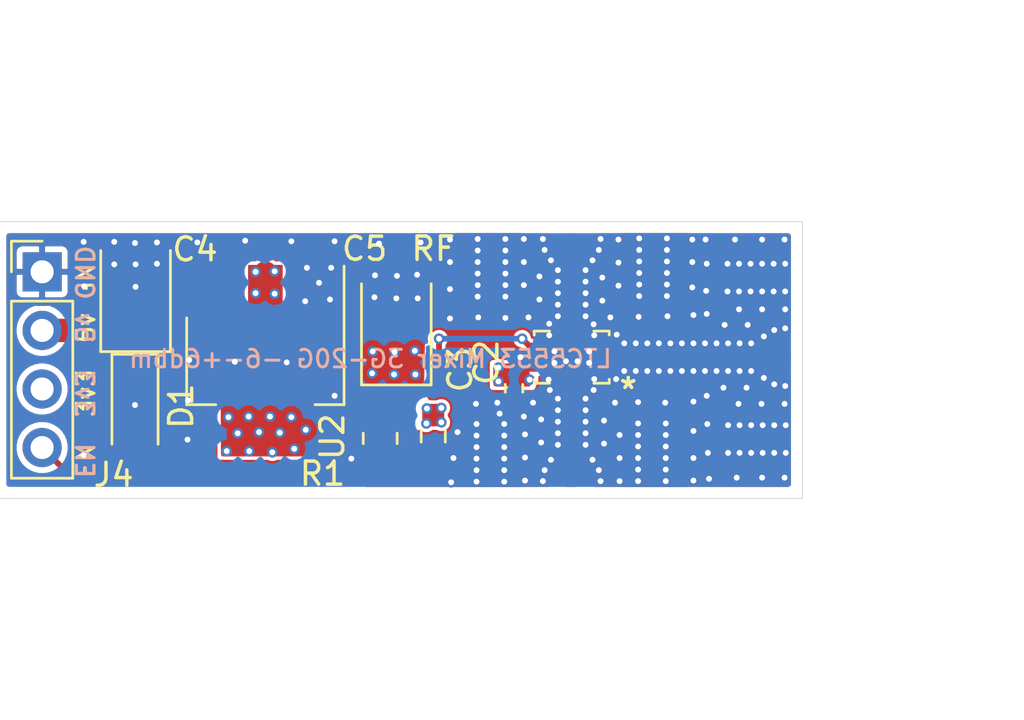
<source format=kicad_pcb>
(kicad_pcb (version 20171130) (host pcbnew 5.1.10-88a1d61d58~88~ubuntu20.04.1)

  (general
    (thickness 1.6002)
    (drawings 11)
    (tracks 334)
    (zones 0)
    (modules 13)
    (nets 10)
  )

  (page USLetter)
  (title_block
    (rev 1)
  )

  (layers
    (0 Front signal)
    (1 In1.Cu signal hide)
    (2 In2.Cu signal hide)
    (31 Back signal hide)
    (34 B.Paste user hide)
    (35 F.Paste user hide)
    (36 B.SilkS user)
    (37 F.SilkS user)
    (38 B.Mask user hide)
    (39 F.Mask user)
    (44 Edge.Cuts user hide)
    (45 Margin user hide)
    (46 B.CrtYd user hide)
    (47 F.CrtYd user hide)
    (49 F.Fab user hide)
  )

  (setup
    (last_trace_width 0.508)
    (user_trace_width 0.127)
    (user_trace_width 0.254)
    (user_trace_width 0.3429)
    (user_trace_width 0.508)
    (user_trace_width 1.016)
    (trace_clearance 0.127)
    (zone_clearance 0.15)
    (zone_45_only no)
    (trace_min 0.127)
    (via_size 0.4572)
    (via_drill 0.254)
    (via_min_size 0.4572)
    (via_min_drill 0.254)
    (user_via 0.4572 0.254)
    (user_via 0.889 0.381)
    (uvia_size 0.4572)
    (uvia_drill 0.254)
    (uvias_allowed no)
    (uvia_min_size 0)
    (uvia_min_drill 0)
    (edge_width 0.0381)
    (segment_width 0.254)
    (pcb_text_width 0.3048)
    (pcb_text_size 1.524 1.524)
    (mod_edge_width 0.127)
    (mod_text_size 0.762 0.762)
    (mod_text_width 0.127)
    (pad_size 1.524 1.524)
    (pad_drill 0.762)
    (pad_to_mask_clearance 0.0381)
    (aux_axis_origin 0 0)
    (visible_elements FEFFFF7F)
    (pcbplotparams
      (layerselection 0x010fc_ffffffff)
      (usegerberextensions false)
      (usegerberattributes false)
      (usegerberadvancedattributes false)
      (creategerberjobfile false)
      (excludeedgelayer true)
      (linewidth 0.152400)
      (plotframeref false)
      (viasonmask false)
      (mode 1)
      (useauxorigin false)
      (hpglpennumber 1)
      (hpglpenspeed 20)
      (hpglpendiameter 15.000000)
      (psnegative false)
      (psa4output false)
      (plotreference true)
      (plotvalue false)
      (plotinvisibletext false)
      (padsonsilk false)
      (subtractmaskfromsilk true)
      (outputformat 1)
      (mirror false)
      (drillshape 0)
      (scaleselection 1)
      (outputdirectory "./gerbers"))
  )

  (net 0 "")
  (net 1 GND)
  (net 2 /v3p3)
  (net 3 "Net-(C4-Pad1)")
  (net 4 /EN)
  (net 5 /LO_ac)
  (net 6 /LO)
  (net 7 /VIN)
  (net 8 /RF)
  (net 9 /IF)

  (net_class Default "This is the default net class."
    (clearance 0.127)
    (trace_width 0.127)
    (via_dia 0.4572)
    (via_drill 0.254)
    (uvia_dia 0.4572)
    (uvia_drill 0.254)
    (diff_pair_width 0.1524)
    (diff_pair_gap 0.254)
    (add_net /EN)
    (add_net /IF)
    (add_net /LO)
    (add_net /LO_ac)
    (add_net /RF)
    (add_net /VIN)
    (add_net /v3p3)
    (add_net GND)
    (add_net "Net-(C4-Pad1)")
  )

  (module rz:sma_psf-s01_oshpark4layer locked (layer Front) (tedit 60E49AFD) (tstamp 60E4DCE8)
    (at 34.5 5.875 180)
    (descr "Connector SMA, 0Hz to 20GHz, 50Ohm, Edge Mount (http://suddendocs.samtec.com/prints/sma-j-p-x-st-em1-mkt.pdf)")
    (tags "SMA Straight Samtec Edge Mount")
    (path /60E4B814)
    (attr smd)
    (fp_text reference J3 (at 3.225 -1.85 180) (layer F.SilkS) hide
      (effects (font (size 1 1) (thickness 0.15)))
    )
    (fp_text value sma_psf-s01 (at -10.968 0 270) (layer F.Fab)
      (effects (font (size 1 1) (thickness 0.15)))
    )
    (fp_text user "PCB Edge" (at -0.568 0 270) (layer Dwgs.User)
      (effects (font (size 0.5 0.5) (thickness 0.1)))
    )
    (fp_text user %R (at -2.758 0 90) (layer F.Fab)
      (effects (font (size 1 1) (thickness 0.15)))
    )
    (fp_poly (pts (xy 2 2) (xy 0 2) (xy 0 1) (xy 0.55 1)
      (xy 1.5 0.325) (xy 2 0.325)) (layer Front) (width 0.001))
    (fp_poly (pts (xy 2 -0.325) (xy 1.5 -0.325) (xy 0.55 -1) (xy 0 -1)
      (xy 0 -2) (xy 2 -2)) (layer Front) (width 0.001))
    (fp_poly (pts (xy 0.5 0.225) (xy 0 0.225) (xy 0 -0.225) (xy 0.5 -0.225)) (layer Front) (width 0.001))
    (fp_poly (pts (xy 2 0.175) (xy 1.5 0.175) (xy 1.5 -0.175) (xy 2 -0.175)) (layer Front) (width 0.001))
    (fp_poly (pts (xy 1.875 -0.325) (xy 1.5 -0.325) (xy 0.55 -1) (xy 1.875 -1)) (layer Front) (width 0.001))
    (fp_line (start -1.068 0) (end -0.068 -0.64) (layer F.Fab) (width 0.1))
    (fp_line (start -0.068 0.64) (end -1.068 0) (layer F.Fab) (width 0.1))
    (fp_line (start -0.568 4) (end 4.632 4) (layer F.CrtYd) (width 0.05))
    (fp_line (start -10.088 3.68) (end -10.088 -3.68) (layer F.CrtYd) (width 0.05))
    (fp_line (start -0.568 -4) (end 4.632 -4) (layer F.CrtYd) (width 0.05))
    (fp_line (start 4.632 -4) (end 4.632 4) (layer F.CrtYd) (width 0.05))
    (fp_line (start -0.568 4) (end 4.632 4) (layer B.CrtYd) (width 0.05))
    (fp_line (start -10.088 3.68) (end -10.088 -3.68) (layer B.CrtYd) (width 0.05))
    (fp_line (start -0.568 -4) (end 4.632 -4) (layer B.CrtYd) (width 0.05))
    (fp_line (start 4.632 -4) (end 4.632 4) (layer B.CrtYd) (width 0.05))
    (fp_line (start -9.588 3.165) (end -9.588 -3.165) (layer F.Fab) (width 0.1))
    (fp_line (start 3.742 3.175) (end -9.588 3.175) (layer F.Fab) (width 0.1))
    (fp_line (start 3.742 3.175) (end 3.742 2.365) (layer F.Fab) (width 0.1))
    (fp_line (start 3.742 2.365) (end -0.068 2.365) (layer F.Fab) (width 0.1))
    (fp_line (start -0.068 2.365) (end -0.068 -2.365) (layer F.Fab) (width 0.1))
    (fp_line (start -0.068 -2.365) (end 3.742 -2.365) (layer F.Fab) (width 0.1))
    (fp_line (start 3.742 -2.365) (end 3.742 -3.175) (layer F.Fab) (width 0.1))
    (fp_line (start 3.742 -3.175) (end -9.588 -3.175) (layer F.Fab) (width 0.1))
    (fp_line (start -0.068 4.1) (end -0.068 -4.1) (layer Dwgs.User) (width 0.1))
    (fp_line (start -0.568 -3.68) (end -0.568 -4) (layer F.CrtYd) (width 0.05))
    (fp_line (start -10.088 -3.68) (end -0.568 -3.68) (layer F.CrtYd) (width 0.05))
    (fp_line (start -0.568 3.68) (end -0.568 4) (layer F.CrtYd) (width 0.05))
    (fp_line (start -0.568 3.68) (end -10.088 3.68) (layer F.CrtYd) (width 0.05))
    (fp_line (start -0.568 -3.68) (end -0.568 -4) (layer B.CrtYd) (width 0.05))
    (fp_line (start -10.088 -3.68) (end -0.568 -3.68) (layer B.CrtYd) (width 0.05))
    (fp_line (start -0.568 4) (end -0.568 3.68) (layer B.CrtYd) (width 0.05))
    (fp_line (start -0.568 3.68) (end -10.088 3.68) (layer B.CrtYd) (width 0.05))
    (fp_poly (pts (xy 1 0.225) (xy 0 0.225) (xy 0 -0.225) (xy 1 -0.225)) (layer F.Mask) (width 0.001))
    (fp_poly (pts (xy 1 0.225) (xy 0 0.225) (xy 0 -0.225) (xy 1 -0.225)) (layer F.Paste) (width 0.001))
    (pad 1 smd trapezoid (at 1 0 90) (size 0.4 1) (rect_delta 0 0.05 ) (layers Front)
      (net 9 /IF))
    (pad 2 smd rect (at 2 3.5 90) (size 3 4) (layers Front F.Paste F.Mask)
      (net 1 GND))
    (pad 2 smd rect (at 2 -3.5 90) (size 3 4) (layers Front F.Paste F.Mask)
      (net 1 GND))
    (pad 2 smd rect (at 2 3.5 90) (size 3 4) (layers Back B.Paste B.Mask)
      (net 1 GND))
    (pad 2 smd rect (at 2 -3.5 90) (size 3 4) (layers Back B.Paste B.Mask)
      (net 1 GND))
    (model ${KISYS3DMOD}/Connector_Coaxial.3dshapes/SMA_Samtec_SMA-J-P-X-ST-EM1_EdgeMount.wrl
      (at (xyz 0 0 0))
      (scale (xyz 1 1 1))
      (rotate (xyz 0 0 0))
    )
  )

  (module rz:sma_psf-s01_oshpark4layer locked (layer Front) (tedit 60E49AFD) (tstamp 60E4F162)
    (at 25 11.5 90)
    (descr "Connector SMA, 0Hz to 20GHz, 50Ohm, Edge Mount (http://suddendocs.samtec.com/prints/sma-j-p-x-st-em1-mkt.pdf)")
    (tags "SMA Straight Samtec Edge Mount")
    (path /60E448EE)
    (attr smd)
    (fp_text reference J2 (at 2.9 -1.75) (layer F.SilkS) hide
      (effects (font (size 1 1) (thickness 0.15)))
    )
    (fp_text value sma_psf-s01 (at -10.968 0 180) (layer F.Fab)
      (effects (font (size 1 1) (thickness 0.15)))
    )
    (fp_text user "PCB Edge" (at -0.568 0 180) (layer Dwgs.User)
      (effects (font (size 0.5 0.5) (thickness 0.1)))
    )
    (fp_text user %R (at -2.758 0) (layer F.Fab)
      (effects (font (size 1 1) (thickness 0.15)))
    )
    (fp_poly (pts (xy 2 2) (xy 0 2) (xy 0 1) (xy 0.55 1)
      (xy 1.5 0.325) (xy 2 0.325)) (layer Front) (width 0.001))
    (fp_poly (pts (xy 2 -0.325) (xy 1.5 -0.325) (xy 0.55 -1) (xy 0 -1)
      (xy 0 -2) (xy 2 -2)) (layer Front) (width 0.001))
    (fp_poly (pts (xy 0.5 0.225) (xy 0 0.225) (xy 0 -0.225) (xy 0.5 -0.225)) (layer Front) (width 0.001))
    (fp_poly (pts (xy 2 0.175) (xy 1.5 0.175) (xy 1.5 -0.175) (xy 2 -0.175)) (layer Front) (width 0.001))
    (fp_poly (pts (xy 1.875 -0.325) (xy 1.5 -0.325) (xy 0.55 -1) (xy 1.875 -1)) (layer Front) (width 0.001))
    (fp_line (start -1.068 0) (end -0.068 -0.64) (layer F.Fab) (width 0.1))
    (fp_line (start -0.068 0.64) (end -1.068 0) (layer F.Fab) (width 0.1))
    (fp_line (start -0.568 4) (end 4.632 4) (layer F.CrtYd) (width 0.05))
    (fp_line (start -10.088 3.68) (end -10.088 -3.68) (layer F.CrtYd) (width 0.05))
    (fp_line (start -0.568 -4) (end 4.632 -4) (layer F.CrtYd) (width 0.05))
    (fp_line (start 4.632 -4) (end 4.632 4) (layer F.CrtYd) (width 0.05))
    (fp_line (start -0.568 4) (end 4.632 4) (layer B.CrtYd) (width 0.05))
    (fp_line (start -10.088 3.68) (end -10.088 -3.68) (layer B.CrtYd) (width 0.05))
    (fp_line (start -0.568 -4) (end 4.632 -4) (layer B.CrtYd) (width 0.05))
    (fp_line (start 4.632 -4) (end 4.632 4) (layer B.CrtYd) (width 0.05))
    (fp_line (start -9.588 3.165) (end -9.588 -3.165) (layer F.Fab) (width 0.1))
    (fp_line (start 3.742 3.175) (end -9.588 3.175) (layer F.Fab) (width 0.1))
    (fp_line (start 3.742 3.175) (end 3.742 2.365) (layer F.Fab) (width 0.1))
    (fp_line (start 3.742 2.365) (end -0.068 2.365) (layer F.Fab) (width 0.1))
    (fp_line (start -0.068 2.365) (end -0.068 -2.365) (layer F.Fab) (width 0.1))
    (fp_line (start -0.068 -2.365) (end 3.742 -2.365) (layer F.Fab) (width 0.1))
    (fp_line (start 3.742 -2.365) (end 3.742 -3.175) (layer F.Fab) (width 0.1))
    (fp_line (start 3.742 -3.175) (end -9.588 -3.175) (layer F.Fab) (width 0.1))
    (fp_line (start -0.068 4.1) (end -0.068 -4.1) (layer Dwgs.User) (width 0.1))
    (fp_line (start -0.568 -3.68) (end -0.568 -4) (layer F.CrtYd) (width 0.05))
    (fp_line (start -10.088 -3.68) (end -0.568 -3.68) (layer F.CrtYd) (width 0.05))
    (fp_line (start -0.568 3.68) (end -0.568 4) (layer F.CrtYd) (width 0.05))
    (fp_line (start -0.568 3.68) (end -10.088 3.68) (layer F.CrtYd) (width 0.05))
    (fp_line (start -0.568 -3.68) (end -0.568 -4) (layer B.CrtYd) (width 0.05))
    (fp_line (start -10.088 -3.68) (end -0.568 -3.68) (layer B.CrtYd) (width 0.05))
    (fp_line (start -0.568 4) (end -0.568 3.68) (layer B.CrtYd) (width 0.05))
    (fp_line (start -0.568 3.68) (end -10.088 3.68) (layer B.CrtYd) (width 0.05))
    (fp_poly (pts (xy 1 0.225) (xy 0 0.225) (xy 0 -0.225) (xy 1 -0.225)) (layer F.Mask) (width 0.001))
    (fp_poly (pts (xy 1 0.225) (xy 0 0.225) (xy 0 -0.225) (xy 1 -0.225)) (layer F.Paste) (width 0.001))
    (pad 1 smd trapezoid (at 1 0) (size 0.4 1) (rect_delta 0 0.05 ) (layers Front)
      (net 5 /LO_ac))
    (pad 2 smd rect (at 2 3.5) (size 3 4) (layers Front F.Paste F.Mask)
      (net 1 GND))
    (pad 2 smd rect (at 2 -3.5) (size 3 4) (layers Front F.Paste F.Mask)
      (net 1 GND))
    (pad 2 smd rect (at 2 3.5) (size 3 4) (layers Back B.Paste B.Mask)
      (net 1 GND))
    (pad 2 smd rect (at 2 -3.5) (size 3 4) (layers Back B.Paste B.Mask)
      (net 1 GND))
    (model ${KISYS3DMOD}/Connector_Coaxial.3dshapes/SMA_Samtec_SMA-J-P-X-ST-EM1_EdgeMount.wrl
      (at (xyz 0 0 0))
      (scale (xyz 1 1 1))
      (rotate (xyz 0 0 0))
    )
  )

  (module rz:sma_psf-s01_oshpark4layer locked (layer Front) (tedit 60E49AFD) (tstamp 60E4EF74)
    (at 25 0.5 270)
    (descr "Connector SMA, 0Hz to 20GHz, 50Ohm, Edge Mount (http://suddendocs.samtec.com/prints/sma-j-p-x-st-em1-mkt.pdf)")
    (tags "SMA Straight Samtec Edge Mount")
    (path /60E435BF)
    (attr smd)
    (fp_text reference J1 (at 3.075 -1.625 270) (layer F.SilkS) hide
      (effects (font (size 1 1) (thickness 0.15)))
    )
    (fp_text value sma_psf-s01 (at -10.968 0 180) (layer F.Fab)
      (effects (font (size 1 1) (thickness 0.15)))
    )
    (fp_text user "PCB Edge" (at -0.568 0 180) (layer Dwgs.User)
      (effects (font (size 0.5 0.5) (thickness 0.1)))
    )
    (fp_text user %R (at -2.758 0) (layer F.Fab)
      (effects (font (size 1 1) (thickness 0.15)))
    )
    (fp_poly (pts (xy 2 2) (xy 0 2) (xy 0 1) (xy 0.55 1)
      (xy 1.5 0.325) (xy 2 0.325)) (layer Front) (width 0.001))
    (fp_poly (pts (xy 2 -0.325) (xy 1.5 -0.325) (xy 0.55 -1) (xy 0 -1)
      (xy 0 -2) (xy 2 -2)) (layer Front) (width 0.001))
    (fp_poly (pts (xy 0.5 0.225) (xy 0 0.225) (xy 0 -0.225) (xy 0.5 -0.225)) (layer Front) (width 0.001))
    (fp_poly (pts (xy 2 0.175) (xy 1.5 0.175) (xy 1.5 -0.175) (xy 2 -0.175)) (layer Front) (width 0.001))
    (fp_poly (pts (xy 1.875 -0.325) (xy 1.5 -0.325) (xy 0.55 -1) (xy 1.875 -1)) (layer Front) (width 0.001))
    (fp_line (start -1.068 0) (end -0.068 -0.64) (layer F.Fab) (width 0.1))
    (fp_line (start -0.068 0.64) (end -1.068 0) (layer F.Fab) (width 0.1))
    (fp_line (start -0.568 4) (end 4.632 4) (layer F.CrtYd) (width 0.05))
    (fp_line (start -10.088 3.68) (end -10.088 -3.68) (layer F.CrtYd) (width 0.05))
    (fp_line (start -0.568 -4) (end 4.632 -4) (layer F.CrtYd) (width 0.05))
    (fp_line (start 4.632 -4) (end 4.632 4) (layer F.CrtYd) (width 0.05))
    (fp_line (start -0.568 4) (end 4.632 4) (layer B.CrtYd) (width 0.05))
    (fp_line (start -10.088 3.68) (end -10.088 -3.68) (layer B.CrtYd) (width 0.05))
    (fp_line (start -0.568 -4) (end 4.632 -4) (layer B.CrtYd) (width 0.05))
    (fp_line (start 4.632 -4) (end 4.632 4) (layer B.CrtYd) (width 0.05))
    (fp_line (start -9.588 3.165) (end -9.588 -3.165) (layer F.Fab) (width 0.1))
    (fp_line (start 3.742 3.175) (end -9.588 3.175) (layer F.Fab) (width 0.1))
    (fp_line (start 3.742 3.175) (end 3.742 2.365) (layer F.Fab) (width 0.1))
    (fp_line (start 3.742 2.365) (end -0.068 2.365) (layer F.Fab) (width 0.1))
    (fp_line (start -0.068 2.365) (end -0.068 -2.365) (layer F.Fab) (width 0.1))
    (fp_line (start -0.068 -2.365) (end 3.742 -2.365) (layer F.Fab) (width 0.1))
    (fp_line (start 3.742 -2.365) (end 3.742 -3.175) (layer F.Fab) (width 0.1))
    (fp_line (start 3.742 -3.175) (end -9.588 -3.175) (layer F.Fab) (width 0.1))
    (fp_line (start -0.068 4.1) (end -0.068 -4.1) (layer Dwgs.User) (width 0.1))
    (fp_line (start -0.568 -3.68) (end -0.568 -4) (layer F.CrtYd) (width 0.05))
    (fp_line (start -10.088 -3.68) (end -0.568 -3.68) (layer F.CrtYd) (width 0.05))
    (fp_line (start -0.568 3.68) (end -0.568 4) (layer F.CrtYd) (width 0.05))
    (fp_line (start -0.568 3.68) (end -10.088 3.68) (layer F.CrtYd) (width 0.05))
    (fp_line (start -0.568 -3.68) (end -0.568 -4) (layer B.CrtYd) (width 0.05))
    (fp_line (start -10.088 -3.68) (end -0.568 -3.68) (layer B.CrtYd) (width 0.05))
    (fp_line (start -0.568 4) (end -0.568 3.68) (layer B.CrtYd) (width 0.05))
    (fp_line (start -0.568 3.68) (end -10.088 3.68) (layer B.CrtYd) (width 0.05))
    (fp_poly (pts (xy 1 0.225) (xy 0 0.225) (xy 0 -0.225) (xy 1 -0.225)) (layer F.Mask) (width 0.001))
    (fp_poly (pts (xy 1 0.225) (xy 0 0.225) (xy 0 -0.225) (xy 1 -0.225)) (layer F.Paste) (width 0.001))
    (pad 1 smd trapezoid (at 1 0 180) (size 0.4 1) (rect_delta 0 0.05 ) (layers Front)
      (net 8 /RF))
    (pad 2 smd rect (at 2 3.5 180) (size 3 4) (layers Front F.Paste F.Mask)
      (net 1 GND))
    (pad 2 smd rect (at 2 -3.5 180) (size 3 4) (layers Front F.Paste F.Mask)
      (net 1 GND))
    (pad 2 smd rect (at 2 3.5 180) (size 3 4) (layers Back B.Paste B.Mask)
      (net 1 GND))
    (pad 2 smd rect (at 2 -3.5 180) (size 3 4) (layers Back B.Paste B.Mask)
      (net 1 GND))
    (model ${KISYS3DMOD}/Connector_Coaxial.3dshapes/SMA_Samtec_SMA-J-P-X-ST-EM1_EdgeMount.wrl
      (at (xyz 0 0 0))
      (scale (xyz 1 1 1))
      (rotate (xyz 0 0 0))
    )
  )

  (module rz:LTC5553IUDB-TRMPBF locked (layer Front) (tedit 60E485FD) (tstamp 60E4E1AA)
    (at 25 5.875 180)
    (path /60E430C5)
    (fp_text reference U1 (at 2.2 2.15) (layer F.SilkS) hide
      (effects (font (size 1 1) (thickness 0.15)))
    )
    (fp_text value LTC5553IUDB-TRMPBF (at 0 -3.81) (layer F.SilkS) hide
      (effects (font (size 1 1) (thickness 0.15)))
    )
    (fp_text user "Copyright 2021 Accelerated Designs. All rights reserved." (at 0 0) (layer Cmts.User)
      (effects (font (size 0.127 0.127) (thickness 0.002)))
    )
    (fp_text user * (at -2.45 -1.425) (layer F.SilkS)
      (effects (font (size 1 1) (thickness 0.15)))
    )
    (fp_text user * (at -2.45 -1.425) (layer F.SilkS)
      (effects (font (size 1 1) (thickness 0.15)))
    )
    (fp_line (start -0.881 1.2573) (end -1.7526 1.2573) (layer F.CrtYd) (width 0.05))
    (fp_line (start -0.881 1.6129) (end -0.881 1.2573) (layer F.CrtYd) (width 0.05))
    (fp_line (start 0.881 1.6129) (end -0.881 1.6129) (layer F.CrtYd) (width 0.05))
    (fp_line (start 0.881 1.2573) (end 0.881 1.6129) (layer F.CrtYd) (width 0.05))
    (fp_line (start 1.7526 1.2573) (end 0.881 1.2573) (layer F.CrtYd) (width 0.05))
    (fp_line (start 1.7526 0.881) (end 1.7526 1.2573) (layer F.CrtYd) (width 0.05))
    (fp_line (start 2.1082 0.881) (end 1.7526 0.881) (layer F.CrtYd) (width 0.05))
    (fp_line (start 2.1082 -0.881) (end 2.1082 0.881) (layer F.CrtYd) (width 0.05))
    (fp_line (start 1.7526 -0.881) (end 2.1082 -0.881) (layer F.CrtYd) (width 0.05))
    (fp_line (start 1.7526 -1.2573) (end 1.7526 -0.881) (layer F.CrtYd) (width 0.05))
    (fp_line (start 0.881 -1.2573) (end 1.7526 -1.2573) (layer F.CrtYd) (width 0.05))
    (fp_line (start 0.881 -1.6129) (end 0.881 -1.2573) (layer F.CrtYd) (width 0.05))
    (fp_line (start -0.881 -1.6129) (end 0.881 -1.6129) (layer F.CrtYd) (width 0.05))
    (fp_line (start -0.881 -1.2573) (end -0.881 -1.6129) (layer F.CrtYd) (width 0.05))
    (fp_line (start -1.7526 -1.2573) (end -0.881 -1.2573) (layer F.CrtYd) (width 0.05))
    (fp_line (start -1.7526 -0.881) (end -1.7526 -1.2573) (layer F.CrtYd) (width 0.05))
    (fp_line (start -2.1082 -0.881) (end -1.7526 -0.881) (layer F.CrtYd) (width 0.05))
    (fp_line (start -2.1082 0.881) (end -2.1082 -0.881) (layer F.CrtYd) (width 0.05))
    (fp_line (start -1.7526 0.881) (end -2.1082 0.881) (layer F.CrtYd) (width 0.05))
    (fp_line (start -1.7526 1.2573) (end -1.7526 0.881) (layer F.CrtYd) (width 0.05))
    (fp_line (start -0.959739 -1.1303) (end -1.6256 -1.1303) (layer F.SilkS) (width 0.12))
    (fp_line (start 1.6256 -0.959739) (end 1.6256 -1.1303) (layer F.SilkS) (width 0.12))
    (fp_line (start 0.959739 1.1303) (end 1.6256 1.1303) (layer F.SilkS) (width 0.12))
    (fp_line (start -1.6256 0.959739) (end -1.6256 1.1303) (layer F.SilkS) (width 0.12))
    (fp_line (start -1.4986 -1.0033) (end -1.4986 1.0033) (layer F.Fab) (width 0.1))
    (fp_line (start 1.4986 -1.0033) (end -1.4986 -1.0033) (layer F.Fab) (width 0.1))
    (fp_line (start 1.4986 1.0033) (end 1.4986 -1.0033) (layer F.Fab) (width 0.1))
    (fp_line (start -1.4986 1.0033) (end 1.4986 1.0033) (layer F.Fab) (width 0.1))
    (fp_line (start -1.6256 -1.1303) (end -1.6256 -0.959739) (layer F.SilkS) (width 0.12))
    (fp_line (start 1.6256 -1.1303) (end 0.959739 -1.1303) (layer F.SilkS) (width 0.12))
    (fp_line (start 1.6256 1.1303) (end 1.6256 0.959739) (layer F.SilkS) (width 0.12))
    (fp_line (start -1.6256 1.1303) (end -0.959739 1.1303) (layer F.SilkS) (width 0.12))
    (fp_line (start 1.5494 -0.6524) (end 1.4986 -0.6524) (layer F.Fab) (width 0.1))
    (fp_line (start 1.5494 -0.3476) (end 1.5494 -0.6524) (layer F.Fab) (width 0.1))
    (fp_line (start 1.4986 -0.3476) (end 1.5494 -0.3476) (layer F.Fab) (width 0.1))
    (fp_line (start 1.4986 -0.6524) (end 1.4986 -0.3476) (layer F.Fab) (width 0.1))
    (fp_line (start 1.5494 -0.1524) (end 1.4986 -0.1524) (layer F.Fab) (width 0.1))
    (fp_line (start 1.5494 0.1524) (end 1.5494 -0.1524) (layer F.Fab) (width 0.1))
    (fp_line (start 1.4986 0.1524) (end 1.5494 0.1524) (layer F.Fab) (width 0.1))
    (fp_line (start 1.4986 -0.1524) (end 1.4986 0.1524) (layer F.Fab) (width 0.1))
    (fp_line (start 1.5494 0.3476) (end 1.4986 0.3476) (layer F.Fab) (width 0.1))
    (fp_line (start 1.5494 0.6524) (end 1.5494 0.3476) (layer F.Fab) (width 0.1))
    (fp_line (start 1.4986 0.6524) (end 1.5494 0.6524) (layer F.Fab) (width 0.1))
    (fp_line (start 1.4986 0.3476) (end 1.4986 0.6524) (layer F.Fab) (width 0.1))
    (fp_line (start 0.6524 1.0541) (end 0.6524 1.0033) (layer F.Fab) (width 0.1))
    (fp_line (start 0.3476 1.0541) (end 0.6524 1.0541) (layer F.Fab) (width 0.1))
    (fp_line (start 0.3476 1.0033) (end 0.3476 1.0541) (layer F.Fab) (width 0.1))
    (fp_line (start 0.6524 1.0033) (end 0.3476 1.0033) (layer F.Fab) (width 0.1))
    (fp_line (start 0.1524 1.0541) (end 0.1524 1.0033) (layer F.Fab) (width 0.1))
    (fp_line (start -0.1524 1.0541) (end 0.1524 1.0541) (layer F.Fab) (width 0.1))
    (fp_line (start -0.1524 1.0033) (end -0.1524 1.0541) (layer F.Fab) (width 0.1))
    (fp_line (start 0.1524 1.0033) (end -0.1524 1.0033) (layer F.Fab) (width 0.1))
    (fp_line (start -0.3476 1.0541) (end -0.3476 1.0033) (layer F.Fab) (width 0.1))
    (fp_line (start -0.6524 1.0541) (end -0.3476 1.0541) (layer F.Fab) (width 0.1))
    (fp_line (start -0.6524 1.0033) (end -0.6524 1.0541) (layer F.Fab) (width 0.1))
    (fp_line (start -0.3476 1.0033) (end -0.6524 1.0033) (layer F.Fab) (width 0.1))
    (fp_line (start -1.5494 0.6524) (end -1.4986 0.6524) (layer F.Fab) (width 0.1))
    (fp_line (start -1.5494 0.3476) (end -1.5494 0.6524) (layer F.Fab) (width 0.1))
    (fp_line (start -1.4986 0.3476) (end -1.5494 0.3476) (layer F.Fab) (width 0.1))
    (fp_line (start -1.4986 0.6524) (end -1.4986 0.3476) (layer F.Fab) (width 0.1))
    (fp_line (start -1.5494 0.1524) (end -1.4986 0.1524) (layer F.Fab) (width 0.1))
    (fp_line (start -1.5494 -0.1524) (end -1.5494 0.1524) (layer F.Fab) (width 0.1))
    (fp_line (start -1.4986 -0.1524) (end -1.5494 -0.1524) (layer F.Fab) (width 0.1))
    (fp_line (start -1.4986 0.1524) (end -1.4986 -0.1524) (layer F.Fab) (width 0.1))
    (fp_line (start -1.5494 -0.3476) (end -1.4986 -0.3476) (layer F.Fab) (width 0.1))
    (fp_line (start -1.5494 -0.6524) (end -1.5494 -0.3476) (layer F.Fab) (width 0.1))
    (fp_line (start -1.4986 -0.6524) (end -1.5494 -0.6524) (layer F.Fab) (width 0.1))
    (fp_line (start -1.4986 -0.3476) (end -1.4986 -0.6524) (layer F.Fab) (width 0.1))
    (fp_line (start -0.6524 -1.0541) (end -0.6524 -1.0033) (layer F.Fab) (width 0.1))
    (fp_line (start -0.3476 -1.0541) (end -0.6524 -1.0541) (layer F.Fab) (width 0.1))
    (fp_line (start -0.3476 -1.0033) (end -0.3476 -1.0541) (layer F.Fab) (width 0.1))
    (fp_line (start -0.6524 -1.0033) (end -0.3476 -1.0033) (layer F.Fab) (width 0.1))
    (fp_line (start -0.1524 -1.0541) (end -0.1524 -1.0033) (layer F.Fab) (width 0.1))
    (fp_line (start 0.1524 -1.0541) (end -0.1524 -1.0541) (layer F.Fab) (width 0.1))
    (fp_line (start 0.1524 -1.0033) (end 0.1524 -1.0541) (layer F.Fab) (width 0.1))
    (fp_line (start -0.1524 -1.0033) (end 0.1524 -1.0033) (layer F.Fab) (width 0.1))
    (fp_line (start 0.3476 -1.0541) (end 0.3476 -1.0033) (layer F.Fab) (width 0.1))
    (fp_line (start 0.6524 -1.0541) (end 0.3476 -1.0541) (layer F.Fab) (width 0.1))
    (fp_line (start 0.6524 -1.0033) (end 0.6524 -1.0541) (layer F.Fab) (width 0.1))
    (fp_line (start 0.3476 -1.0033) (end 0.6524 -1.0033) (layer F.Fab) (width 0.1))
    (pad 13 smd rect (at 0 -0.127 270) (size 0.3 0.85) (layers Front F.Paste F.Mask)
      (net 1 GND))
    (pad 1 smd oval (at -1.4478 -0.499999 270) (size 0.254 0.8128) (layers Front F.Paste F.Mask)
      (net 1 GND))
    (pad 2 smd oval (at -1.4478 0 270) (size 0.254 0.8128) (layers Front F.Paste F.Mask)
      (net 9 /IF))
    (pad 3 smd oval (at -1.4478 0.499999 270) (size 0.254 0.8128) (layers Front F.Paste F.Mask)
      (net 1 GND))
    (pad 4 smd oval (at -0.499999 0.9525 180) (size 0.254 0.8128) (layers Front F.Paste F.Mask)
      (net 1 GND))
    (pad 5 smd oval (at 0 0.9525 180) (size 0.254 0.8128) (layers Front F.Paste F.Mask)
      (net 8 /RF))
    (pad 6 smd oval (at 0.499999 0.9525 180) (size 0.254 0.8128) (layers Front F.Paste F.Mask)
      (net 1 GND))
    (pad 7 smd oval (at 1.4478 0.499999 270) (size 0.254 0.8128) (layers Front F.Paste F.Mask)
      (net 4 /EN))
    (pad 8 smd oval (at 1.4478 0 270) (size 0.254 0.8128) (layers Front F.Paste F.Mask)
      (net 1 GND))
    (pad 9 smd oval (at 1.4478 -0.499999 270) (size 0.254 0.8128) (layers Front F.Paste F.Mask)
      (net 2 /v3p3))
    (pad 10 smd oval (at 0.499999 -0.9525 180) (size 0.254 0.8128) (layers Front F.Paste F.Mask)
      (net 1 GND))
    (pad 11 smd oval (at 0 -0.9525 180) (size 0.254 0.8128) (layers Front F.Paste F.Mask)
      (net 6 /LO))
    (pad 12 smd oval (at -0.499999 -0.9525 180) (size 0.254 0.8128) (layers Front F.Paste F.Mask)
      (net 1 GND))
  )

  (module Package_TO_SOT_SMD:SOT-223-3_TabPin2 (layer Front) (tedit 5A02FF57) (tstamp 60E4D477)
    (at 11.725 6.025 270)
    (descr "module CMS SOT223 4 pins")
    (tags "CMS SOT")
    (path /60E8A646)
    (attr smd)
    (fp_text reference U2 (at 3.3 -2.9 90) (layer F.SilkS)
      (effects (font (size 1 1) (thickness 0.15)))
    )
    (fp_text value LD1117S33TR_SOT223 (at 0 4.5 90) (layer F.Fab)
      (effects (font (size 1 1) (thickness 0.15)))
    )
    (fp_text user %R (at 0.381 0) (layer F.Fab)
      (effects (font (size 0.8 0.8) (thickness 0.12)))
    )
    (fp_line (start 1.91 3.41) (end 1.91 2.15) (layer F.SilkS) (width 0.12))
    (fp_line (start 1.91 -3.41) (end 1.91 -2.15) (layer F.SilkS) (width 0.12))
    (fp_line (start 4.4 -3.6) (end -4.4 -3.6) (layer F.CrtYd) (width 0.05))
    (fp_line (start 4.4 3.6) (end 4.4 -3.6) (layer F.CrtYd) (width 0.05))
    (fp_line (start -4.4 3.6) (end 4.4 3.6) (layer F.CrtYd) (width 0.05))
    (fp_line (start -4.4 -3.6) (end -4.4 3.6) (layer F.CrtYd) (width 0.05))
    (fp_line (start -1.85 -2.35) (end -0.85 -3.35) (layer F.Fab) (width 0.1))
    (fp_line (start -1.85 -2.35) (end -1.85 3.35) (layer F.Fab) (width 0.1))
    (fp_line (start -1.85 3.41) (end 1.91 3.41) (layer F.SilkS) (width 0.12))
    (fp_line (start -0.85 -3.35) (end 1.85 -3.35) (layer F.Fab) (width 0.1))
    (fp_line (start -4.1 -3.41) (end 1.91 -3.41) (layer F.SilkS) (width 0.12))
    (fp_line (start -1.85 3.35) (end 1.85 3.35) (layer F.Fab) (width 0.1))
    (fp_line (start 1.85 -3.35) (end 1.85 3.35) (layer F.Fab) (width 0.1))
    (pad 1 smd rect (at -3.15 -2.3 270) (size 2 1.5) (layers Front F.Paste F.Mask)
      (net 1 GND))
    (pad 3 smd rect (at -3.15 2.3 270) (size 2 1.5) (layers Front F.Paste F.Mask)
      (net 3 "Net-(C4-Pad1)"))
    (pad 2 smd rect (at -3.15 0 270) (size 2 1.5) (layers Front F.Paste F.Mask)
      (net 2 /v3p3))
    (pad 2 smd rect (at 3.15 0 270) (size 2 3.8) (layers Front F.Paste F.Mask)
      (net 2 /v3p3))
    (model ${KISYS3DMOD}/Package_TO_SOT_SMD.3dshapes/SOT-223.wrl
      (at (xyz 0 0 0))
      (scale (xyz 1 1 1))
      (rotate (xyz 0 0 0))
    )
  )

  (module Resistor_SMD:R_0805_2012Metric_Pad1.20x1.40mm_HandSolder locked (layer Front) (tedit 5F68FEEE) (tstamp 60E52F14)
    (at 16.7005 9.398 270)
    (descr "Resistor SMD 0805 (2012 Metric), square (rectangular) end terminal, IPC_7351 nominal with elongated pad for handsoldering. (Body size source: IPC-SM-782 page 72, https://www.pcb-3d.com/wordpress/wp-content/uploads/ipc-sm-782a_amendment_1_and_2.pdf), generated with kicad-footprint-generator")
    (tags "resistor handsolder")
    (path /60E7FA4D)
    (attr smd)
    (fp_text reference R1 (at 1.527 2.5005 180) (layer F.SilkS)
      (effects (font (size 1 1) (thickness 0.15)))
    )
    (fp_text value "jumper 0805" (at 0 1.65 90) (layer F.Fab)
      (effects (font (size 1 1) (thickness 0.15)))
    )
    (fp_text user %R (at 0.13 -0.351 90) (layer F.Fab)
      (effects (font (size 0.5 0.5) (thickness 0.08)))
    )
    (fp_line (start -1 0.625) (end -1 -0.625) (layer F.Fab) (width 0.1))
    (fp_line (start -1 -0.625) (end 1 -0.625) (layer F.Fab) (width 0.1))
    (fp_line (start 1 -0.625) (end 1 0.625) (layer F.Fab) (width 0.1))
    (fp_line (start 1 0.625) (end -1 0.625) (layer F.Fab) (width 0.1))
    (fp_line (start -0.227064 -0.735) (end 0.227064 -0.735) (layer F.SilkS) (width 0.12))
    (fp_line (start -0.227064 0.735) (end 0.227064 0.735) (layer F.SilkS) (width 0.12))
    (fp_line (start -1.85 0.95) (end -1.85 -0.95) (layer F.CrtYd) (width 0.05))
    (fp_line (start -1.85 -0.95) (end 1.85 -0.95) (layer F.CrtYd) (width 0.05))
    (fp_line (start 1.85 -0.95) (end 1.85 0.95) (layer F.CrtYd) (width 0.05))
    (fp_line (start 1.85 0.95) (end -1.85 0.95) (layer F.CrtYd) (width 0.05))
    (pad 2 smd roundrect (at 1 0 270) (size 1.2 1.4) (layers Front F.Paste F.Mask) (roundrect_rratio 0.208333)
      (net 4 /EN))
    (pad 1 smd roundrect (at -1 0 270) (size 1.2 1.4) (layers Front F.Paste F.Mask) (roundrect_rratio 0.208333)
      (net 2 /v3p3))
    (model ${KISYS3DMOD}/Resistor_SMD.3dshapes/R_0805_2012Metric.wrl
      (at (xyz 0 0 0))
      (scale (xyz 1 1 1))
      (rotate (xyz 0 0 0))
    )
  )

  (module Connector_PinHeader_2.54mm:PinHeader_1x04_P2.54mm_Vertical locked (layer Front) (tedit 59FED5CC) (tstamp 60E4D770)
    (at 2.05 2.175)
    (descr "Through hole straight pin header, 1x04, 2.54mm pitch, single row")
    (tags "Through hole pin header THT 1x04 2.54mm single row")
    (path /60E82B9D)
    (fp_text reference J4 (at 3.1 8.8 180) (layer F.SilkS)
      (effects (font (size 1 1) (thickness 0.15)))
    )
    (fp_text value Conn_01x04 (at 0 9.95) (layer F.Fab)
      (effects (font (size 1 1) (thickness 0.15)))
    )
    (fp_text user %R (at 0 3.81 90) (layer F.Fab)
      (effects (font (size 1 1) (thickness 0.15)))
    )
    (fp_line (start -0.635 -1.27) (end 1.27 -1.27) (layer F.Fab) (width 0.1))
    (fp_line (start 1.27 -1.27) (end 1.27 8.89) (layer F.Fab) (width 0.1))
    (fp_line (start 1.27 8.89) (end -1.27 8.89) (layer F.Fab) (width 0.1))
    (fp_line (start -1.27 8.89) (end -1.27 -0.635) (layer F.Fab) (width 0.1))
    (fp_line (start -1.27 -0.635) (end -0.635 -1.27) (layer F.Fab) (width 0.1))
    (fp_line (start -1.33 8.95) (end 1.33 8.95) (layer F.SilkS) (width 0.12))
    (fp_line (start -1.33 1.27) (end -1.33 8.95) (layer F.SilkS) (width 0.12))
    (fp_line (start 1.33 1.27) (end 1.33 8.95) (layer F.SilkS) (width 0.12))
    (fp_line (start -1.33 1.27) (end 1.33 1.27) (layer F.SilkS) (width 0.12))
    (fp_line (start -1.33 0) (end -1.33 -1.33) (layer F.SilkS) (width 0.12))
    (fp_line (start -1.33 -1.33) (end 0 -1.33) (layer F.SilkS) (width 0.12))
    (fp_line (start -1.8 -1.8) (end -1.8 9.4) (layer F.CrtYd) (width 0.05))
    (fp_line (start -1.8 9.4) (end 1.8 9.4) (layer F.CrtYd) (width 0.05))
    (fp_line (start 1.8 9.4) (end 1.8 -1.8) (layer F.CrtYd) (width 0.05))
    (fp_line (start 1.8 -1.8) (end -1.8 -1.8) (layer F.CrtYd) (width 0.05))
    (pad 4 thru_hole oval (at 0 7.62) (size 1.7 1.7) (drill 1) (layers *.Cu *.Mask)
      (net 4 /EN))
    (pad 3 thru_hole oval (at 0 5.08) (size 1.7 1.7) (drill 1) (layers *.Cu *.Mask)
      (net 2 /v3p3))
    (pad 2 thru_hole oval (at 0 2.54) (size 1.7 1.7) (drill 1) (layers *.Cu *.Mask)
      (net 7 /VIN))
    (pad 1 thru_hole rect (at 0 0) (size 1.7 1.7) (drill 1) (layers *.Cu *.Mask)
      (net 1 GND))
    (model ${KISYS3DMOD}/Connector_PinHeader_2.54mm.3dshapes/PinHeader_1x04_P2.54mm_Vertical.wrl
      (at (xyz 0 0 0))
      (scale (xyz 1 1 1))
      (rotate (xyz 0 0 0))
    )
  )

  (module Diode_SMD:D_SOD-123 locked (layer Front) (tedit 58645DC7) (tstamp 60E4D537)
    (at 6.075 8 270)
    (descr SOD-123)
    (tags SOD-123)
    (path /60EC98CD)
    (attr smd)
    (fp_text reference D1 (at 0 -2 90) (layer F.SilkS)
      (effects (font (size 1 1) (thickness 0.15)))
    )
    (fp_text value MBR0520 (at 0 2.1 90) (layer F.Fab)
      (effects (font (size 1 1) (thickness 0.15)))
    )
    (fp_text user %R (at 0 -2 90) (layer F.Fab)
      (effects (font (size 1 1) (thickness 0.15)))
    )
    (fp_line (start -2.25 -1) (end -2.25 1) (layer F.SilkS) (width 0.12))
    (fp_line (start 0.25 0) (end 0.75 0) (layer F.Fab) (width 0.1))
    (fp_line (start 0.25 0.4) (end -0.35 0) (layer F.Fab) (width 0.1))
    (fp_line (start 0.25 -0.4) (end 0.25 0.4) (layer F.Fab) (width 0.1))
    (fp_line (start -0.35 0) (end 0.25 -0.4) (layer F.Fab) (width 0.1))
    (fp_line (start -0.35 0) (end -0.35 0.55) (layer F.Fab) (width 0.1))
    (fp_line (start -0.35 0) (end -0.35 -0.55) (layer F.Fab) (width 0.1))
    (fp_line (start -0.75 0) (end -0.35 0) (layer F.Fab) (width 0.1))
    (fp_line (start -1.4 0.9) (end -1.4 -0.9) (layer F.Fab) (width 0.1))
    (fp_line (start 1.4 0.9) (end -1.4 0.9) (layer F.Fab) (width 0.1))
    (fp_line (start 1.4 -0.9) (end 1.4 0.9) (layer F.Fab) (width 0.1))
    (fp_line (start -1.4 -0.9) (end 1.4 -0.9) (layer F.Fab) (width 0.1))
    (fp_line (start -2.35 -1.15) (end 2.35 -1.15) (layer F.CrtYd) (width 0.05))
    (fp_line (start 2.35 -1.15) (end 2.35 1.15) (layer F.CrtYd) (width 0.05))
    (fp_line (start 2.35 1.15) (end -2.35 1.15) (layer F.CrtYd) (width 0.05))
    (fp_line (start -2.35 -1.15) (end -2.35 1.15) (layer F.CrtYd) (width 0.05))
    (fp_line (start -2.25 1) (end 1.65 1) (layer F.SilkS) (width 0.12))
    (fp_line (start -2.25 -1) (end 1.65 -1) (layer F.SilkS) (width 0.12))
    (pad 2 smd rect (at 1.65 0 270) (size 0.9 1.2) (layers Front F.Paste F.Mask)
      (net 7 /VIN))
    (pad 1 smd rect (at -1.65 0 270) (size 0.9 1.2) (layers Front F.Paste F.Mask)
      (net 3 "Net-(C4-Pad1)"))
    (model ${KISYS3DMOD}/Diode_SMD.3dshapes/D_SOD-123.wrl
      (at (xyz 0 0 0))
      (scale (xyz 1 1 1))
      (rotate (xyz 0 0 0))
    )
  )

  (module Capacitor_Tantalum_SMD:CP_EIA-3528-12_Kemet-T_Pad1.50x2.35mm_HandSolder locked (layer Front) (tedit 5EBA9318) (tstamp 60E4D579)
    (at 17.399 4.445 90)
    (descr "Tantalum Capacitor SMD Kemet-T (3528-12 Metric), IPC_7351 nominal, (Body size from: http://www.kemet.com/Lists/ProductCatalog/Attachments/253/KEM_TC101_STD.pdf), generated with kicad-footprint-generator")
    (tags "capacitor tantalum")
    (path /60EC46F4)
    (attr smd)
    (fp_text reference C5 (at 3.27 -1.374 180) (layer F.SilkS)
      (effects (font (size 1 1) (thickness 0.15)))
    )
    (fp_text value cap_tant_10uF_16V_1411_ECST1CX106R (at 0 2.35 90) (layer F.Fab)
      (effects (font (size 1 1) (thickness 0.15)))
    )
    (fp_text user %R (at 0 0 90) (layer F.Fab)
      (effects (font (size 0.88 0.88) (thickness 0.13)))
    )
    (fp_line (start 1.75 -1.4) (end -1.05 -1.4) (layer F.Fab) (width 0.1))
    (fp_line (start -1.05 -1.4) (end -1.75 -0.7) (layer F.Fab) (width 0.1))
    (fp_line (start -1.75 -0.7) (end -1.75 1.4) (layer F.Fab) (width 0.1))
    (fp_line (start -1.75 1.4) (end 1.75 1.4) (layer F.Fab) (width 0.1))
    (fp_line (start 1.75 1.4) (end 1.75 -1.4) (layer F.Fab) (width 0.1))
    (fp_line (start 1.75 -1.51) (end -2.635 -1.51) (layer F.SilkS) (width 0.12))
    (fp_line (start -2.635 -1.51) (end -2.635 1.51) (layer F.SilkS) (width 0.12))
    (fp_line (start -2.635 1.51) (end 1.75 1.51) (layer F.SilkS) (width 0.12))
    (fp_line (start -2.62 1.65) (end -2.62 -1.65) (layer F.CrtYd) (width 0.05))
    (fp_line (start -2.62 -1.65) (end 2.62 -1.65) (layer F.CrtYd) (width 0.05))
    (fp_line (start 2.62 -1.65) (end 2.62 1.65) (layer F.CrtYd) (width 0.05))
    (fp_line (start 2.62 1.65) (end -2.62 1.65) (layer F.CrtYd) (width 0.05))
    (pad 2 smd roundrect (at 1.625 0 90) (size 1.5 2.35) (layers Front F.Paste F.Mask) (roundrect_rratio 0.166667)
      (net 1 GND))
    (pad 1 smd roundrect (at -1.625 0 90) (size 1.5 2.35) (layers Front F.Paste F.Mask) (roundrect_rratio 0.166667)
      (net 2 /v3p3))
    (model ${KISYS3DMOD}/Capacitor_Tantalum_SMD.3dshapes/CP_EIA-3528-12_Kemet-T.wrl
      (at (xyz 0 0 0))
      (scale (xyz 1 1 1))
      (rotate (xyz 0 0 0))
    )
  )

  (module Capacitor_Tantalum_SMD:CP_EIA-3528-12_Kemet-T_Pad1.50x2.35mm_HandSolder locked (layer Front) (tedit 5EBA9318) (tstamp 60E4D7B0)
    (at 6.1 3 90)
    (descr "Tantalum Capacitor SMD Kemet-T (3528-12 Metric), IPC_7351 nominal, (Body size from: http://www.kemet.com/Lists/ProductCatalog/Attachments/253/KEM_TC101_STD.pdf), generated with kicad-footprint-generator")
    (tags "capacitor tantalum")
    (path /60EC3FB7)
    (attr smd)
    (fp_text reference C4 (at 1.8 2.575) (layer F.SilkS)
      (effects (font (size 1 1) (thickness 0.15)))
    )
    (fp_text value cap_tant_10uF_16V_1411_ECST1CX106R (at 0 2.35 90) (layer F.Fab)
      (effects (font (size 1 1) (thickness 0.15)))
    )
    (fp_text user %R (at 0 0 270) (layer F.Fab)
      (effects (font (size 0.88 0.88) (thickness 0.13)))
    )
    (fp_line (start 1.75 -1.4) (end -1.05 -1.4) (layer F.Fab) (width 0.1))
    (fp_line (start -1.05 -1.4) (end -1.75 -0.7) (layer F.Fab) (width 0.1))
    (fp_line (start -1.75 -0.7) (end -1.75 1.4) (layer F.Fab) (width 0.1))
    (fp_line (start -1.75 1.4) (end 1.75 1.4) (layer F.Fab) (width 0.1))
    (fp_line (start 1.75 1.4) (end 1.75 -1.4) (layer F.Fab) (width 0.1))
    (fp_line (start 1.75 -1.51) (end -2.635 -1.51) (layer F.SilkS) (width 0.12))
    (fp_line (start -2.635 -1.51) (end -2.635 1.51) (layer F.SilkS) (width 0.12))
    (fp_line (start -2.635 1.51) (end 1.75 1.51) (layer F.SilkS) (width 0.12))
    (fp_line (start -2.62 1.65) (end -2.62 -1.65) (layer F.CrtYd) (width 0.05))
    (fp_line (start -2.62 -1.65) (end 2.62 -1.65) (layer F.CrtYd) (width 0.05))
    (fp_line (start 2.62 -1.65) (end 2.62 1.65) (layer F.CrtYd) (width 0.05))
    (fp_line (start 2.62 1.65) (end -2.62 1.65) (layer F.CrtYd) (width 0.05))
    (pad 2 smd roundrect (at 1.625 0 90) (size 1.5 2.35) (layers Front F.Paste F.Mask) (roundrect_rratio 0.166667)
      (net 1 GND))
    (pad 1 smd roundrect (at -1.625 0 90) (size 1.5 2.35) (layers Front F.Paste F.Mask) (roundrect_rratio 0.166667)
      (net 3 "Net-(C4-Pad1)"))
    (model ${KISYS3DMOD}/Capacitor_Tantalum_SMD.3dshapes/CP_EIA-3528-12_Kemet-T.wrl
      (at (xyz 0 0 0))
      (scale (xyz 1 1 1))
      (rotate (xyz 0 0 0))
    )
  )

  (module Resistor_SMD:R_0603_1608Metric_Pad0.98x0.95mm_HandSolder locked (layer Front) (tedit 5F68FEEE) (tstamp 60E4D944)
    (at 19 9.3 270)
    (descr "Resistor SMD 0603 (1608 Metric), square (rectangular) end terminal, IPC_7351 nominal with elongated pad for handsoldering. (Body size source: IPC-SM-782 page 72, https://www.pcb-3d.com/wordpress/wp-content/uploads/ipc-sm-782a_amendment_1_and_2.pdf), generated with kicad-footprint-generator")
    (tags "resistor handsolder")
    (path /60E76C8E)
    (attr smd)
    (fp_text reference C3 (at -2.8845 -1.1655 270) (layer F.SilkS)
      (effects (font (size 1 1) (thickness 0.15)))
    )
    (fp_text value cap_1uf_x7r_16v_0603_CL10B105MO8NNWC‎ (at 0 1.43 90) (layer F.Fab)
      (effects (font (size 1 1) (thickness 0.15)))
    )
    (fp_text user %R (at 0 0 90) (layer F.Fab)
      (effects (font (size 0.4 0.4) (thickness 0.06)))
    )
    (fp_line (start -0.8 0.4125) (end -0.8 -0.4125) (layer F.Fab) (width 0.1))
    (fp_line (start -0.8 -0.4125) (end 0.8 -0.4125) (layer F.Fab) (width 0.1))
    (fp_line (start 0.8 -0.4125) (end 0.8 0.4125) (layer F.Fab) (width 0.1))
    (fp_line (start 0.8 0.4125) (end -0.8 0.4125) (layer F.Fab) (width 0.1))
    (fp_line (start -0.254724 -0.5225) (end 0.254724 -0.5225) (layer F.SilkS) (width 0.12))
    (fp_line (start -0.254724 0.5225) (end 0.254724 0.5225) (layer F.SilkS) (width 0.12))
    (fp_line (start -1.65 0.73) (end -1.65 -0.73) (layer F.CrtYd) (width 0.05))
    (fp_line (start -1.65 -0.73) (end 1.65 -0.73) (layer F.CrtYd) (width 0.05))
    (fp_line (start 1.65 -0.73) (end 1.65 0.73) (layer F.CrtYd) (width 0.05))
    (fp_line (start 1.65 0.73) (end -1.65 0.73) (layer F.CrtYd) (width 0.05))
    (pad 2 smd roundrect (at 0.9125 0 270) (size 0.975 0.95) (layers Front F.Paste F.Mask) (roundrect_rratio 0.25)
      (net 1 GND))
    (pad 1 smd roundrect (at -0.9125 0 270) (size 0.975 0.95) (layers Front F.Paste F.Mask) (roundrect_rratio 0.25)
      (net 2 /v3p3))
    (model ${KISYS3DMOD}/Resistor_SMD.3dshapes/R_0603_1608Metric.wrl
      (at (xyz 0 0 0))
      (scale (xyz 1 1 1))
      (rotate (xyz 0 0 0))
    )
  )

  (module Resistor_SMD:R_0402_1005Metric_Pad0.72x0.64mm_HandSolder locked (layer Front) (tedit 5F6BB9E0) (tstamp 60E4D739)
    (at 22.5 7.225 270)
    (descr "Resistor SMD 0402 (1005 Metric), square (rectangular) end terminal, IPC_7351 nominal with elongated pad for handsoldering. (Body size source: IPC-SM-782 page 72, https://www.pcb-3d.com/wordpress/wp-content/uploads/ipc-sm-782a_amendment_1_and_2.pdf), generated with kicad-footprint-generator")
    (tags "resistor handsolder")
    (path /60ED6E0E)
    (attr smd)
    (fp_text reference C2 (at -1.125 1.2 90) (layer F.SilkS)
      (effects (font (size 1 1) (thickness 0.15)))
    )
    (fp_text value cap_18pf_c0g_50v_0402_GJM1555C1H180FB01 (at 0 1.17 90) (layer F.Fab)
      (effects (font (size 1 1) (thickness 0.15)))
    )
    (fp_text user %R (at 0 0 90) (layer F.Fab)
      (effects (font (size 0.26 0.26) (thickness 0.04)))
    )
    (fp_line (start -0.525 0.27) (end -0.525 -0.27) (layer F.Fab) (width 0.1))
    (fp_line (start -0.525 -0.27) (end 0.525 -0.27) (layer F.Fab) (width 0.1))
    (fp_line (start 0.525 -0.27) (end 0.525 0.27) (layer F.Fab) (width 0.1))
    (fp_line (start 0.525 0.27) (end -0.525 0.27) (layer F.Fab) (width 0.1))
    (fp_line (start -0.167621 -0.38) (end 0.167621 -0.38) (layer F.SilkS) (width 0.12))
    (fp_line (start -0.167621 0.38) (end 0.167621 0.38) (layer F.SilkS) (width 0.12))
    (fp_line (start -1.1 0.47) (end -1.1 -0.47) (layer F.CrtYd) (width 0.05))
    (fp_line (start -1.1 -0.47) (end 1.1 -0.47) (layer F.CrtYd) (width 0.05))
    (fp_line (start 1.1 -0.47) (end 1.1 0.47) (layer F.CrtYd) (width 0.05))
    (fp_line (start 1.1 0.47) (end -1.1 0.47) (layer F.CrtYd) (width 0.05))
    (pad 2 smd roundrect (at 0.5975 0 270) (size 0.715 0.64) (layers Front F.Paste F.Mask) (roundrect_rratio 0.25)
      (net 1 GND))
    (pad 1 smd roundrect (at -0.5975 0 270) (size 0.715 0.64) (layers Front F.Paste F.Mask) (roundrect_rratio 0.25)
      (net 2 /v3p3))
    (model ${KISYS3DMOD}/Resistor_SMD.3dshapes/R_0402_1005Metric.wrl
      (at (xyz 0 0 0))
      (scale (xyz 1 1 1))
      (rotate (xyz 0 0 0))
    )
  )

  (module rz:C_0201_oshpark4layer_gcpw locked (layer Front) (tedit 60E44304) (tstamp 60E4D5DD)
    (at 25 8.6 270)
    (descr "Capacitor SMD 0201 (0603 Metric), square (rectangular) end terminal, IPC_7351 nominal, (Body size source: https://www.vishay.com/docs/20052/crcw0201e3.pdf), generated with kicad-footprint-generator")
    (tags capacitor)
    (path /60E5451F)
    (attr smd)
    (fp_text reference C1 (at -0.05 -1.8 180) (layer F.SilkS) hide
      (effects (font (size 1 1) (thickness 0.15)))
    )
    (fp_text value cap_33pf_c0g_25v_250R05L330GV4T (at 0 1.05 90) (layer F.Fab)
      (effects (font (size 1 1) (thickness 0.15)))
    )
    (fp_text user %R (at 0 -0.68 90) (layer F.Fab)
      (effects (font (size 0.25 0.25) (thickness 0.04)))
    )
    (fp_line (start 0.7 0.35) (end -0.7 0.35) (layer F.CrtYd) (width 0.05))
    (fp_line (start 0.7 -0.35) (end 0.7 0.35) (layer F.CrtYd) (width 0.05))
    (fp_line (start -0.7 -0.35) (end 0.7 -0.35) (layer F.CrtYd) (width 0.05))
    (fp_line (start -0.7 0.35) (end -0.7 -0.35) (layer F.CrtYd) (width 0.05))
    (fp_line (start 0.3 0.15) (end -0.3 0.15) (layer F.Fab) (width 0.1))
    (fp_line (start 0.3 -0.15) (end 0.3 0.15) (layer F.Fab) (width 0.1))
    (fp_line (start -0.3 -0.15) (end 0.3 -0.15) (layer F.Fab) (width 0.1))
    (fp_line (start -0.3 0.15) (end -0.3 -0.15) (layer F.Fab) (width 0.1))
    (pad 2 smd rect (at 0.32 0 270) (size 0.46 0.35) (layers Front F.Mask)
      (net 5 /LO_ac))
    (pad 1 smd rect (at -0.32 0 270) (size 0.46 0.35) (layers Front F.Mask)
      (net 6 /LO))
    (pad "" smd roundrect (at 0.345 0 270) (size 0.318 0.31) (layers F.Paste) (roundrect_rratio 0.25))
    (pad "" smd roundrect (at -0.345 0 270) (size 0.318 0.31) (layers F.Paste) (roundrect_rratio 0.25))
    (model ${KISYS3DMOD}/Capacitor_SMD.3dshapes/C_0201_0603Metric.wrl
      (at (xyz 0 0 0))
      (scale (xyz 1 1 1))
      (rotate (xyz 0 0 0))
    )
  )

  (gr_text "EN  3v3  5v GND" (at 3.875 6.075 270) (layer B.SilkS) (tstamp 60E5DF27)
    (effects (font (size 0.762 0.762) (thickness 0.127)) (justify mirror))
  )
  (gr_text "EN  3v3  5v GND" (at 3.95 6.075 90) (layer F.SilkS) (tstamp 60E5DF0C)
    (effects (font (size 0.762 0.762) (thickness 0.127)))
  )
  (gr_text "LTC5553 Mixer 3G-20G -6-+6dbm" (at 16.275 5.95) (layer B.SilkS)
    (effects (font (size 0.762 0.762) (thickness 0.127)) (justify mirror))
  )
  (gr_text RF (at 19 1.175) (layer F.SilkS)
    (effects (font (size 1.016 1.016) (thickness 0.1524)))
  )
  (gr_poly (pts (xy 41.1 5.3) (xy 39.55 6.925) (xy 39.35 6.95) (xy 38.15 5.25)) (layer Cmts.User) (width 0.1))
  (gr_poly (pts (xy 10.45 13.225) (xy 8.225 14.125) (xy 8.1 14) (xy 8.725 12.925)) (layer Cmts.User) (width 0.1))
  (gr_poly (pts (xy 13.325 4.1) (xy 13.6 7.6) (xy 9.85 7.675) (xy 9.825 4.3) (xy 11.025 3.125) (xy 12.35 3.125)) (layer Cmts.User) (width 0.1))
  (gr_line (start 0 12) (end 0 0) (layer Edge.Cuts) (width 0.0381) (tstamp 60E4CCA2))
  (gr_line (start 35 12) (end 0 12) (layer Edge.Cuts) (width 0.0381))
  (gr_line (start 35 0) (end 35 12) (layer Edge.Cuts) (width 0.0381) (tstamp 60E4D0F8))
  (gr_line (start 0 0) (end 35 0) (layer Edge.Cuts) (width 0.0381) (tstamp 60E4D2D5))

  (segment (start 21.925 2.55) (end 24.3 2.55) (width 0.5) (layer Front) (net 1) (tstamp 60E5D41D))
  (segment (start 28.1 2.6) (end 25.725 2.6) (width 0.5) (layer Front) (net 1) (tstamp 60E5D41D))
  (segment (start 21.825 9.5) (end 24.2 9.5) (width 0.5) (layer Front) (net 1) (tstamp 60E5D41D))
  (segment (start 28.05 9.4) (end 25.675 9.4) (width 0.5) (layer Front) (net 1) (tstamp 60E5D41D))
  (segment (start 32.425 9) (end 32.425 6.625) (width 0.5) (layer Front) (net 1) (tstamp 60E5D41D))
  (segment (start 32.4 2.825) (end 32.4 5.2) (width 0.5) (layer Front) (net 1) (tstamp 60E5D41D))
  (segment (start 25.575 7.25) (end 25.575 9.925) (width 0.5) (layer Front) (net 1) (tstamp 60E5CD13))
  (segment (start 30.55 5.3) (end 32.925 5.3) (width 0.5) (layer Front) (net 1) (tstamp 60E5CFAD))
  (segment (start 32.925 6.45) (end 30.55 6.45) (width 0.5) (layer Front) (net 1) (tstamp 60E5CFAD))
  (via (at 3.85 10.125) (size 0.4572) (drill 0.254) (layers Front Back) (net 1) (tstamp 60E5C5D2))
  (via (at 15.45 10.275) (size 0.4572) (drill 0.254) (layers Front Back) (net 1) (tstamp 60E5C5D2))
  (via (at 14.725 7.55) (size 0.4572) (drill 0.254) (layers Front Back) (net 1) (tstamp 60E5C5D2))
  (via (at 10.4 6.075) (size 0.4572) (drill 0.254) (layers Front Back) (net 1) (tstamp 60E5C5D2))
  (via (at 12.65 6.1) (size 0.4572) (drill 0.254) (layers Front Back) (net 1) (tstamp 60E5C5D2))
  (via (at 6.075 7.95) (size 0.4572) (drill 0.254) (layers Front Back) (net 1) (tstamp 60E5C5D2))
  (via (at 3.85 0.875) (size 0.4572) (drill 0.254) (layers Front Back) (net 1) (tstamp 60E5A851))
  (via (at 3.875 2.8) (size 0.4572) (drill 0.254) (layers Front Back) (net 1) (tstamp 60E5A851))
  (via (at 6.1 2.825) (size 0.4572) (drill 0.254) (layers Front Back) (net 1) (tstamp 60E5A851))
  (via (at 8.35 9.45) (size 0.4572) (drill 0.254) (layers Front Back) (net 1) (tstamp 60E5A851))
  (via (at 10.85 0.825) (size 0.4572) (drill 0.254) (layers Front Back) (net 1) (tstamp 60E5A851))
  (via (at 12.85 0.85) (size 0.4572) (drill 0.254) (layers Front Back) (net 1) (tstamp 60E5A851))
  (via (at 14.725 0.85) (size 0.4572) (drill 0.254) (layers Front Back) (net 1) (tstamp 60E5A851))
  (via (at 8.425 6) (size 0.4572) (drill 0.254) (layers Front Back) (net 1) (tstamp 60E5A851))
  (via (at 8.775 0.9) (size 0.4572) (drill 0.254) (layers Front Back) (net 1) (tstamp 60E5A851))
  (via (at 16.65 0.95) (size 0.4572) (drill 0.254) (layers Front Back) (net 1) (tstamp 60E5A851))
  (via (at 18.45 0.9) (size 0.4572) (drill 0.254) (layers Front Back) (net 1) (tstamp 60E5A851))
  (via (at 8.375 7.75) (size 0.4572) (drill 0.254) (layers Front Back) (net 1) (tstamp 60E5A851))
  (via (at 30.775 6.475) (size 0.4572) (drill 0.254) (layers Front Back) (net 1) (tstamp 60E58D00))
  (via (at 30.275 6.475) (size 0.4572) (drill 0.254) (layers Front Back) (net 1) (tstamp 60E58D01))
  (via (at 29.775 5.275) (size 0.4572) (drill 0.254) (layers Front Back) (net 1) (tstamp 60E58D02))
  (via (at 30.275 5.275) (size 0.4572) (drill 0.254) (layers Front Back) (net 1) (tstamp 60E58D03))
  (via (at 29.775 6.475) (size 0.4572) (drill 0.254) (layers Front Back) (net 1) (tstamp 60E58D04))
  (via (at 30.775 5.275) (size 0.4572) (drill 0.254) (layers Front Back) (net 1) (tstamp 60E58D06))
  (via (at 31.275 5.275) (size 0.4572) (drill 0.254) (layers Front Back) (net 1) (tstamp 60E58D07))
  (via (at 31.775 5.275) (size 0.4572) (drill 0.254) (layers Front Back) (net 1) (tstamp 60E58D08))
  (via (at 31.275 6.475) (size 0.4572) (drill 0.254) (layers Front Back) (net 1) (tstamp 60E58D09))
  (via (at 31.775 6.475) (size 0.4572) (drill 0.254) (layers Front Back) (net 1) (tstamp 60E58D0B))
  (via (at 32.775 6.475) (size 0.4572) (drill 0.254) (layers Front Back) (net 1) (tstamp 60E59078))
  (via (at 32.275 6.475) (size 0.4572) (drill 0.254) (layers Front Back) (net 1) (tstamp 60E59079))
  (via (at 32.275 5.275) (size 0.4572) (drill 0.254) (layers Front Back) (net 1) (tstamp 60E5907A))
  (via (at 32.775 5.275) (size 0.4572) (drill 0.254) (layers Front Back) (net 1) (tstamp 60E5907B))
  (via (at 24.1 1.675) (size 0.4572) (drill 0.254) (layers Front Back) (net 1) (tstamp 60E59186))
  (via (at 23.825 1.225) (size 0.4572) (drill 0.254) (layers Front Back) (net 1) (tstamp 60E59186))
  (via (at 23.75 0.75) (size 0.4572) (drill 0.254) (layers Front Back) (net 1) (tstamp 60E59186))
  (via (at 25.9 1.675) (size 0.4572) (drill 0.254) (layers Front Back) (net 1) (tstamp 60E59186))
  (via (at 26.175 1.225) (size 0.4572) (drill 0.254) (layers Front Back) (net 1) (tstamp 60E59186))
  (via (at 26.25 0.75) (size 0.4572) (drill 0.254) (layers Front Back) (net 1) (tstamp 60E59186))
  (via (at 23.125 4.15) (size 0.4572) (drill 0.254) (layers Front Back) (net 1) (tstamp 60E59EFB))
  (via (at 23.6 2.375) (size 0.4572) (drill 0.254) (layers Front Back) (net 1) (tstamp 60E59EFC))
  (via (at 23.6 3.375) (size 0.4572) (drill 0.254) (layers Front Back) (net 1) (tstamp 60E59EFD))
  (via (at 26.675 4.15) (size 0.4572) (drill 0.254) (layers Front Back) (net 1) (tstamp 60E59EFB))
  (via (at 26.325 2.425) (size 0.4572) (drill 0.254) (layers Front Back) (net 1) (tstamp 60E59EFC))
  (via (at 26.325 3.425) (size 0.4572) (drill 0.254) (layers Front Back) (net 1) (tstamp 60E59EFD))
  (via (at 19.725 0.775) (size 0.4572) (drill 0.254) (layers Front Back) (net 1) (tstamp 60E59FF6))
  (via (at 19.725 1.75) (size 0.4572) (drill 0.254) (layers Front Back) (net 1) (tstamp 60E59FF6))
  (via (at 19.725 2.925) (size 0.4572) (drill 0.254) (layers Front Back) (net 1) (tstamp 60E59FF6))
  (via (at 19.725 4.2) (size 0.4572) (drill 0.254) (layers Front Back) (net 1) (tstamp 60E59FF6))
  (via (at 30.225 0.775) (size 0.4572) (drill 0.254) (layers Front Back) (net 1) (tstamp 60E59FF6))
  (via (at 30.225 1.75) (size 0.4572) (drill 0.254) (layers Front Back) (net 1) (tstamp 60E59FF6))
  (via (at 30.225 2.85) (size 0.4572) (drill 0.254) (layers Front Back) (net 1) (tstamp 60E59FF6))
  (via (at 30.275 4.05) (size 0.4572) (drill 0.254) (layers Front Back) (net 1) (tstamp 60E59FF6))
  (via (at 23.675 8.575) (size 0.4572) (drill 0.254) (layers Front Back) (net 1) (tstamp 60E5A5E3))
  (via (at 23.325 7.85) (size 0.4572) (drill 0.254) (layers Front Back) (net 1) (tstamp 60E5A5E4))
  (via (at 23.825 10.775) (size 0.4572) (drill 0.254) (layers Front Back) (net 1) (tstamp 60E5A5E5))
  (via (at 30.275 11.225) (size 0.4572) (drill 0.254) (layers Front Back) (net 1) (tstamp 60E5A5E9))
  (via (at 26.875 7.85) (size 0.4572) (drill 0.254) (layers Front Back) (net 1) (tstamp 60E5A5EA))
  (via (at 26.4 8.625) (size 0.4572) (drill 0.254) (layers Front Back) (net 1) (tstamp 60E5A5EB))
  (via (at 25.9 10.325) (size 0.4572) (drill 0.254) (layers Front Back) (net 1) (tstamp 60E5A5ED))
  (via (at 23.675 9.575) (size 0.4572) (drill 0.254) (layers Front Back) (net 1) (tstamp 60E5A5EE))
  (via (at 26.25 11.25) (size 0.4572) (drill 0.254) (layers Front Back) (net 1) (tstamp 60E5A5EF))
  (via (at 30.275 7.8) (size 0.4572) (drill 0.254) (layers Front Back) (net 1) (tstamp 60E5A5F1))
  (via (at 26.4 9.625) (size 0.4572) (drill 0.254) (layers Front Back) (net 1) (tstamp 60E5A5F2))
  (via (at 26.175 10.775) (size 0.4572) (drill 0.254) (layers Front Back) (net 1) (tstamp 60E5A5F3))
  (via (at 19.875 10.25) (size 0.4572) (drill 0.254) (layers Front Back) (net 1) (tstamp 60E5A5F5))
  (via (at 30.275 9.075) (size 0.4572) (drill 0.254) (layers Front Back) (net 1) (tstamp 60E5A5F7))
  (via (at 23.75 11.25) (size 0.4572) (drill 0.254) (layers Front Back) (net 1) (tstamp 60E5A5F8))
  (via (at 24.1 10.325) (size 0.4572) (drill 0.254) (layers Front Back) (net 1) (tstamp 60E5A5FB))
  (via (at 30.275 10.25) (size 0.4572) (drill 0.254) (layers Front Back) (net 1) (tstamp 60E5A5FD))
  (via (at 19.775 11.3) (size 0.4572) (drill 0.254) (layers Front Back) (net 1) (tstamp 60E5A5FE))
  (via (at 31.575 7.2) (size 0.4572) (drill 0.254) (layers Front Back) (net 1) (tstamp 60E5A5E3))
  (via (at 30.85 7.55) (size 0.4572) (drill 0.254) (layers Front Back) (net 1) (tstamp 60E5A5E4))
  (via (at 33.775 7.05) (size 0.4572) (drill 0.254) (layers Front Back) (net 1) (tstamp 60E5A5E5))
  (via (at 34.225 0.775) (size 0.4572) (drill 0.254) (layers Front Back) (net 1) (tstamp 60E5A5E9))
  (via (at 30.85 4) (size 0.4572) (drill 0.254) (layers Front Back) (net 1) (tstamp 60E5A5EA))
  (via (at 31.625 4.475) (size 0.4572) (drill 0.254) (layers Front Back) (net 1) (tstamp 60E5A5EB))
  (via (at 33.325 4.975) (size 0.4572) (drill 0.254) (layers Front Back) (net 1) (tstamp 60E5A5ED))
  (via (at 32.575 7.2) (size 0.4572) (drill 0.254) (layers Front Back) (net 1) (tstamp 60E5A5EE))
  (via (at 34.25 4.625) (size 0.4572) (drill 0.254) (layers Front Back) (net 1) (tstamp 60E5A5EF))
  (via (at 30.8 0.775) (size 0.4572) (drill 0.254) (layers Front Back) (net 1) (tstamp 60E5A5F1))
  (via (at 32.625 4.475) (size 0.4572) (drill 0.254) (layers Front Back) (net 1) (tstamp 60E5A5F2))
  (via (at 33.775 4.7) (size 0.4572) (drill 0.254) (layers Front Back) (net 1) (tstamp 60E5A5F3))
  (via (at 30.95 11.15) (size 0.4572) (drill 0.254) (layers Front Back) (net 1) (tstamp 60E5A5F4))
  (via (at 33.25 11.1) (size 0.4572) (drill 0.254) (layers Front Back) (net 1) (tstamp 60E5A5F5))
  (via (at 32.075 0.775) (size 0.4572) (drill 0.254) (layers Front Back) (net 1) (tstamp 60E5A5F7))
  (via (at 34.25 7.125) (size 0.4572) (drill 0.254) (layers Front Back) (net 1) (tstamp 60E5A5F8))
  (via (at 33.325 6.775) (size 0.4572) (drill 0.254) (layers Front Back) (net 1) (tstamp 60E5A5FB))
  (via (at 33.25 0.775) (size 0.4572) (drill 0.254) (layers Front Back) (net 1) (tstamp 60E5A5FD))
  (via (at 34.225 11.1) (size 0.4572) (drill 0.254) (layers Front Back) (net 1) (tstamp 60E5A5FE))
  (via (at 32.15 11.1) (size 0.4572) (drill 0.254) (layers Front Back) (net 1) (tstamp 60E5A600))
  (via (at 22.925 8.45) (size 0.4572) (drill 0.254) (layers Front Back) (net 1) (tstamp 60E5A851))
  (via (at 21.875 8.325) (size 0.4572) (drill 0.254) (layers Front Back) (net 1) (tstamp 60E5A851))
  (via (at 33.225 7.9) (size 0.4572) (drill 0.254) (layers Front Back) (net 1) (tstamp 60E5A5E6))
  (via (at 33.25 3.8) (size 0.4572) (drill 0.254) (layers Front Back) (net 1) (tstamp 60E5A5E7))
  (via (at 30.875 8.775) (size 0.4572) (drill 0.254) (layers Front Back) (net 1) (tstamp 60E5A5E8))
  (via (at 32.225 7.9) (size 0.4572) (drill 0.254) (layers Front Back) (net 1) (tstamp 60E5A5EC))
  (via (at 30.825 3) (size 0.4572) (drill 0.254) (layers Front Back) (net 1) (tstamp 60E5A5F0))
  (via (at 30.85 1.825) (size 0.4572) (drill 0.254) (layers Front Back) (net 1) (tstamp 60E5A5F6))
  (via (at 34.25 3.8) (size 0.4572) (drill 0.254) (layers Front Back) (net 1) (tstamp 60E5A5F9))
  (via (at 32.25 3.8) (size 0.4572) (drill 0.254) (layers Front Back) (net 1) (tstamp 60E5A5FA))
  (via (at 34.225 7.9) (size 0.4572) (drill 0.254) (layers Front Back) (net 1) (tstamp 60E5A5FC))
  (via (at 30.9 10.025) (size 0.4572) (drill 0.254) (layers Front Back) (net 1) (tstamp 60E5A5FF))
  (via (at 20.05 9.125) (size 0.4572) (drill 0.254) (layers Front Back) (net 1) (tstamp 60E5A600))
  (via (at 22.975 10.225) (size 0.4572) (drill 0.254) (layers Front Back) (net 1) (tstamp 60E5A5E6))
  (via (at 27.075 10.25) (size 0.4572) (drill 0.254) (layers Front Back) (net 1) (tstamp 60E5A5E7))
  (via (at 21.775 7.85) (size 0.4572) (drill 0.254) (layers Front Back) (net 1) (tstamp 60E5A5E8))
  (via (at 22.975 9.225) (size 0.4572) (drill 0.254) (layers Front Back) (net 1) (tstamp 60E5A5EC))
  (via (at 27.875 7.825) (size 0.4572) (drill 0.254) (layers Front Back) (net 1) (tstamp 60E5A5F0))
  (via (at 29.05 7.85) (size 0.4572) (drill 0.254) (layers Front Back) (net 1) (tstamp 60E5A5F6))
  (via (at 27.075 11.25) (size 0.4572) (drill 0.254) (layers Front Back) (net 1) (tstamp 60E5A5F9))
  (via (at 27.075 9.25) (size 0.4572) (drill 0.254) (layers Front Back) (net 1) (tstamp 60E5A5FA))
  (via (at 22.975 11.225) (size 0.4572) (drill 0.254) (layers Front Back) (net 1) (tstamp 60E5A5FC))
  (via (at 20.85 7.9) (size 0.4572) (drill 0.254) (layers Front Back) (net 1) (tstamp 60E5A5FF))
  (via (at 29.15 4.1) (size 0.4572) (drill 0.254) (layers Front Back) (net 1) (tstamp 60E59FF6))
  (via (at 27.9 4.125) (size 0.4572) (drill 0.254) (layers Front Back) (net 1) (tstamp 60E59FF6))
  (via (at 20.95 4.15) (size 0.4572) (drill 0.254) (layers Front Back) (net 1) (tstamp 60E59FF6))
  (via (at 22.125 4.175) (size 0.4572) (drill 0.254) (layers Front Back) (net 1) (tstamp 60E59FF6))
  (via (at 27.025 2.775) (size 0.4572) (drill 0.254) (layers Front Back) (net 1) (tstamp 60E59EFB))
  (via (at 27.025 0.775) (size 0.4572) (drill 0.254) (layers Front Back) (net 1) (tstamp 60E59EFC))
  (via (at 27.025 1.775) (size 0.4572) (drill 0.254) (layers Front Back) (net 1) (tstamp 60E59EFD))
  (via (at 22.925 2.75) (size 0.4572) (drill 0.254) (layers Front Back) (net 1) (tstamp 60E59EFB))
  (via (at 22.925 0.75) (size 0.4572) (drill 0.254) (layers Front Back) (net 1) (tstamp 60E59EFC))
  (via (at 22.925 1.75) (size 0.4572) (drill 0.254) (layers Front Back) (net 1) (tstamp 60E59EFD))
  (via (at 28.275 6.475) (size 0.4572) (drill 0.254) (layers Front Back) (net 1) (tstamp 60E58D00))
  (via (at 27.775 6.475) (size 0.4572) (drill 0.254) (layers Front Back) (net 1) (tstamp 60E58D01))
  (via (at 27.275 5.275) (size 0.4572) (drill 0.254) (layers Front Back) (net 1) (tstamp 60E58D02))
  (via (at 27.775 5.275) (size 0.4572) (drill 0.254) (layers Front Back) (net 1) (tstamp 60E58D03))
  (via (at 27.275 6.475) (size 0.4572) (drill 0.254) (layers Front Back) (net 1) (tstamp 60E58D04))
  (via (at 26.925 6.825) (size 0.4572) (drill 0.254) (layers Front Back) (net 1) (tstamp 60E58D05))
  (via (at 28.275 5.275) (size 0.4572) (drill 0.254) (layers Front Back) (net 1) (tstamp 60E58D06))
  (via (at 28.775 5.275) (size 0.4572) (drill 0.254) (layers Front Back) (net 1) (tstamp 60E58D07))
  (via (at 29.275 5.275) (size 0.4572) (drill 0.254) (layers Front Back) (net 1) (tstamp 60E58D08))
  (via (at 28.775 6.475) (size 0.4572) (drill 0.254) (layers Front Back) (net 1) (tstamp 60E58D09))
  (via (at 26.95 4.9) (size 0.4572) (drill 0.254) (layers Front Back) (net 1) (tstamp 60E58D0A))
  (via (at 29.275 6.475) (size 0.4572) (drill 0.254) (layers Front Back) (net 1) (tstamp 60E58D0B))
  (via (at 31.775 10.025) (size 0.4572) (drill 0.254) (layers Front Back) (net 1) (tstamp 60E585C1))
  (via (at 32.775 10.025) (size 0.4572) (drill 0.254) (layers Front Back) (net 1) (tstamp 60E585C2))
  (via (at 31.75 3.025) (size 0.4572) (drill 0.254) (layers Front Back) (net 1) (tstamp 60E585C3))
  (via (at 33.25 1.825) (size 0.4572) (drill 0.254) (layers Front Back) (net 1) (tstamp 60E585C4))
  (via (at 32.75 1.825) (size 0.4572) (drill 0.254) (layers Front Back) (net 1) (tstamp 60E585C5))
  (via (at 32.275 8.825) (size 0.4572) (drill 0.254) (layers Front Back) (net 1) (tstamp 60E585C6))
  (via (at 33.775 8.825) (size 0.4572) (drill 0.254) (layers Front Back) (net 1) (tstamp 60E585C7))
  (via (at 34.275 8.825) (size 0.4572) (drill 0.254) (layers Front Back) (net 1) (tstamp 60E585C8))
  (via (at 32.25 3.025) (size 0.4572) (drill 0.254) (layers Front Back) (net 1) (tstamp 60E585C9))
  (via (at 33.775 10.025) (size 0.4572) (drill 0.254) (layers Front Back) (net 1) (tstamp 60E585CA))
  (via (at 31.775 8.825) (size 0.4572) (drill 0.254) (layers Front Back) (net 1) (tstamp 60E585CB))
  (via (at 32.275 10.025) (size 0.4572) (drill 0.254) (layers Front Back) (net 1) (tstamp 60E585CC))
  (via (at 34.25 3.025) (size 0.4572) (drill 0.254) (layers Front Back) (net 1) (tstamp 60E585CD))
  (via (at 33.25 3.025) (size 0.4572) (drill 0.254) (layers Front Back) (net 1) (tstamp 60E585CE))
  (via (at 34.275 10.025) (size 0.4572) (drill 0.254) (layers Front Back) (net 1) (tstamp 60E585CF))
  (via (at 31.75 1.825) (size 0.4572) (drill 0.254) (layers Front Back) (net 1) (tstamp 60E585D0))
  (via (at 32.75 3.025) (size 0.4572) (drill 0.254) (layers Front Back) (net 1) (tstamp 60E585D1))
  (via (at 33.75 1.825) (size 0.4572) (drill 0.254) (layers Front Back) (net 1) (tstamp 60E585D2))
  (via (at 33.275 10.025) (size 0.4572) (drill 0.254) (layers Front Back) (net 1) (tstamp 60E585D3))
  (via (at 34.25 1.825) (size 0.4572) (drill 0.254) (layers Front Back) (net 1) (tstamp 60E585D4))
  (via (at 32.775 8.825) (size 0.4572) (drill 0.254) (layers Front Back) (net 1) (tstamp 60E585D5))
  (via (at 33.275 8.825) (size 0.4572) (drill 0.254) (layers Front Back) (net 1) (tstamp 60E585D6))
  (via (at 33.75 3.025) (size 0.4572) (drill 0.254) (layers Front Back) (net 1) (tstamp 60E585D7))
  (via (at 32.25 1.825) (size 0.4572) (drill 0.254) (layers Front Back) (net 1) (tstamp 60E585D8))
  (via (at 20.875 8.775) (size 0.4572) (drill 0.254) (layers Front Back) (net 1) (tstamp 60E585C1))
  (via (at 20.875 9.775) (size 0.4572) (drill 0.254) (layers Front Back) (net 1) (tstamp 60E585C2))
  (via (at 27.875 8.75) (size 0.4572) (drill 0.254) (layers Front Back) (net 1) (tstamp 60E585C3))
  (via (at 29.075 10.25) (size 0.4572) (drill 0.254) (layers Front Back) (net 1) (tstamp 60E585C4))
  (via (at 29.075 9.75) (size 0.4572) (drill 0.254) (layers Front Back) (net 1) (tstamp 60E585C5))
  (via (at 22.075 9.275) (size 0.4572) (drill 0.254) (layers Front Back) (net 1) (tstamp 60E585C6))
  (via (at 22.075 10.775) (size 0.4572) (drill 0.254) (layers Front Back) (net 1) (tstamp 60E585C7))
  (via (at 22.075 11.275) (size 0.4572) (drill 0.254) (layers Front Back) (net 1) (tstamp 60E585C8))
  (via (at 27.875 9.25) (size 0.4572) (drill 0.254) (layers Front Back) (net 1) (tstamp 60E585C9))
  (via (at 20.875 10.775) (size 0.4572) (drill 0.254) (layers Front Back) (net 1) (tstamp 60E585CA))
  (via (at 22.075 8.775) (size 0.4572) (drill 0.254) (layers Front Back) (net 1) (tstamp 60E585CB))
  (via (at 20.875 9.275) (size 0.4572) (drill 0.254) (layers Front Back) (net 1) (tstamp 60E585CC))
  (via (at 27.875 11.25) (size 0.4572) (drill 0.254) (layers Front Back) (net 1) (tstamp 60E585CD))
  (via (at 27.875 10.25) (size 0.4572) (drill 0.254) (layers Front Back) (net 1) (tstamp 60E585CE))
  (via (at 20.875 11.275) (size 0.4572) (drill 0.254) (layers Front Back) (net 1) (tstamp 60E585CF))
  (via (at 29.075 8.75) (size 0.4572) (drill 0.254) (layers Front Back) (net 1) (tstamp 60E585D0))
  (via (at 27.875 9.75) (size 0.4572) (drill 0.254) (layers Front Back) (net 1) (tstamp 60E585D1))
  (via (at 29.075 10.75) (size 0.4572) (drill 0.254) (layers Front Back) (net 1) (tstamp 60E585D2))
  (via (at 20.875 10.275) (size 0.4572) (drill 0.254) (layers Front Back) (net 1) (tstamp 60E585D3))
  (via (at 29.075 11.25) (size 0.4572) (drill 0.254) (layers Front Back) (net 1) (tstamp 60E585D4))
  (via (at 22.075 9.775) (size 0.4572) (drill 0.254) (layers Front Back) (net 1) (tstamp 60E585D5))
  (via (at 22.075 10.275) (size 0.4572) (drill 0.254) (layers Front Back) (net 1) (tstamp 60E585D6))
  (via (at 27.875 10.75) (size 0.4572) (drill 0.254) (layers Front Back) (net 1) (tstamp 60E585D7))
  (via (at 29.075 9.25) (size 0.4572) (drill 0.254) (layers Front Back) (net 1) (tstamp 60E585D8))
  (via (at 22.125 3.25) (size 0.4572) (drill 0.254) (layers Front Back) (net 1) (tstamp 60E579F9))
  (via (at 22.125 2.25) (size 0.4572) (drill 0.254) (layers Front Back) (net 1) (tstamp 60E579FA))
  (via (at 20.925 2.75) (size 0.4572) (drill 0.254) (layers Front Back) (net 1) (tstamp 60E579FB))
  (via (at 20.925 1.25) (size 0.4572) (drill 0.254) (layers Front Back) (net 1) (tstamp 60E579FC))
  (via (at 20.925 0.75) (size 0.4572) (drill 0.254) (layers Front Back) (net 1) (tstamp 60E579FD))
  (via (at 22.125 1.25) (size 0.4572) (drill 0.254) (layers Front Back) (net 1) (tstamp 60E579FE))
  (via (at 20.925 3.25) (size 0.4572) (drill 0.254) (layers Front Back) (net 1) (tstamp 60E579FF))
  (via (at 22.125 2.75) (size 0.4572) (drill 0.254) (layers Front Back) (net 1) (tstamp 60E57A00))
  (via (at 22.125 0.75) (size 0.4572) (drill 0.254) (layers Front Back) (net 1) (tstamp 60E57A01))
  (via (at 22.125 1.75) (size 0.4572) (drill 0.254) (layers Front Back) (net 1) (tstamp 60E57A02))
  (via (at 20.925 2.25) (size 0.4572) (drill 0.254) (layers Front Back) (net 1) (tstamp 60E57A03))
  (via (at 20.925 1.75) (size 0.4572) (drill 0.254) (layers Front Back) (net 1) (tstamp 60E57A04))
  (via (at 29.125 1.725) (size 0.4572) (drill 0.254) (layers Front Back) (net 1) (tstamp 60E55F0F))
  (via (at 29.125 2.225) (size 0.4572) (drill 0.254) (layers Front Back) (net 1) (tstamp 60E55F10))
  (via (at 27.925 2.725) (size 0.4572) (drill 0.254) (layers Front Back) (net 1) (tstamp 60E55F11))
  (via (at 27.925 2.225) (size 0.4572) (drill 0.254) (layers Front Back) (net 1) (tstamp 60E55F12))
  (via (at 29.125 2.725) (size 0.4572) (drill 0.254) (layers Front Back) (net 1) (tstamp 60E55F13))
  (via (at 29.125 3.225) (size 0.4572) (drill 0.254) (layers Front Back) (net 1) (tstamp 60E55F14))
  (via (at 27.925 1.725) (size 0.4572) (drill 0.254) (layers Front Back) (net 1) (tstamp 60E55F15))
  (via (at 27.925 1.225) (size 0.4572) (drill 0.254) (layers Front Back) (net 1) (tstamp 60E55F16))
  (via (at 27.925 0.725) (size 0.4572) (drill 0.254) (layers Front Back) (net 1) (tstamp 60E55F17))
  (via (at 29.125 1.225) (size 0.4572) (drill 0.254) (layers Front Back) (net 1) (tstamp 60E55F18))
  (via (at 27.925 3.225) (size 0.4572) (drill 0.254) (layers Front Back) (net 1) (tstamp 60E55F19))
  (via (at 29.125 0.725) (size 0.4572) (drill 0.254) (layers Front Back) (net 1) (tstamp 60E55F1A))
  (via (at 25.975 6.825) (size 0.4572) (drill 0.254) (layers Front Back) (net 1) (tstamp 60E55505))
  (via (at 24 6.85) (size 0.4572) (drill 0.254) (layers Front Back) (net 1) (tstamp 60E55505))
  (via (at 22.775 5.875) (size 0.4572) (drill 0.254) (layers Front Back) (net 1) (tstamp 60E55505))
  (via (at 25.75 5.625) (size 0.4572) (drill 0.254) (layers Front Back) (net 1) (tstamp 60E55B4D))
  (via (at 24.25 5.625) (size 0.4572) (drill 0.254) (layers Front Back) (net 1) (tstamp 60E55B4D))
  (via (at 25.975 4.925) (size 0.4572) (drill 0.254) (layers Front Back) (net 1) (tstamp 60E55B4D))
  (via (at 24.025 4.925) (size 0.4572) (drill 0.254) (layers Front Back) (net 1) (tstamp 60E55B4D))
  (via (at 24.4 8.675) (size 0.4572) (drill 0.254) (layers Front Back) (net 1) (tstamp 60E55F0F))
  (via (at 24.4 8.175) (size 0.4572) (drill 0.254) (layers Front Back) (net 1) (tstamp 60E55F10))
  (via (at 25.6 7.675) (size 0.4572) (drill 0.254) (layers Front Back) (net 1) (tstamp 60E55F11))
  (via (at 25.6 8.175) (size 0.4572) (drill 0.254) (layers Front Back) (net 1) (tstamp 60E55F12))
  (via (at 24.4 7.675) (size 0.4572) (drill 0.254) (layers Front Back) (net 1) (tstamp 60E55F13))
  (via (at 24.05 7.3) (size 0.4572) (drill 0.254) (layers Front Back) (net 1) (tstamp 60E55F14))
  (via (at 25.6 8.675) (size 0.4572) (drill 0.254) (layers Front Back) (net 1) (tstamp 60E55F15))
  (via (at 25.6 9.175) (size 0.4572) (drill 0.254) (layers Front Back) (net 1) (tstamp 60E55F16))
  (via (at 25.6 9.675) (size 0.4572) (drill 0.254) (layers Front Back) (net 1) (tstamp 60E55F17))
  (via (at 24.4 9.175) (size 0.4572) (drill 0.254) (layers Front Back) (net 1) (tstamp 60E55F18))
  (via (at 24.4 9.675) (size 0.4572) (drill 0.254) (layers Front Back) (net 1) (tstamp 60E55F1A))
  (via (at 25.6 2.6) (size 0.4572) (drill 0.254) (layers Front Back) (net 1) (tstamp 60E55916))
  (via (at 25.6 3.1) (size 0.4572) (drill 0.254) (layers Front Back) (net 1) (tstamp 60E55917))
  (via (at 25.6 3.6) (size 0.4572) (drill 0.254) (layers Front Back) (net 1) (tstamp 60E55918))
  (via (at 25.6 4.1) (size 0.4572) (drill 0.254) (layers Front Back) (net 1) (tstamp 60E55919))
  (via (at 25.95 4.45) (size 0.4572) (drill 0.254) (layers Front Back) (net 1) (tstamp 60E5591A))
  (via (at 25.6 2.1) (size 0.4572) (drill 0.254) (layers Front Back) (net 1) (tstamp 60E5591B))
  (via (at 24.025 4.425) (size 0.4572) (drill 0.254) (layers Front Back) (net 1) (tstamp 60E55505))
  (via (at 24.25 6.125) (size 0.4572) (drill 0.254) (layers Front Back) (net 1) (tstamp 60E55505))
  (via (at 25.75 6.125) (size 0.4572) (drill 0.254) (layers Front Back) (net 1) (tstamp 60E55505))
  (via (at 25.25 6.05) (size 0.4572) (drill 0.254) (layers Front Back) (net 1) (tstamp 60E55505))
  (via (at 24.75 6.05) (size 0.4572) (drill 0.254) (layers Front Back) (net 1) (tstamp 60E55505))
  (via (at 21.825 6.325) (size 0.4572) (drill 0.254) (layers Front Back) (net 2) (tstamp 60E530A1))
  (via (at 21.825 6.925) (size 0.4572) (drill 0.254) (layers Front Back) (net 2) (tstamp 60E53067))
  (via (at 23.175 6.85) (size 0.4572) (drill 0.254) (layers Front Back) (net 2) (tstamp 60E53067))
  (via (at 19.35 8.7) (size 0.4572) (drill 0.254) (layers Front Back) (net 2) (tstamp 60E53067))
  (via (at 18.7 8.75) (size 0.4572) (drill 0.254) (layers Front Back) (net 2) (tstamp 60E53067))
  (via (at 19.35 8.075) (size 0.4572) (drill 0.254) (layers Front Back) (net 2) (tstamp 60E53067))
  (via (at 18.725 8.1) (size 0.4572) (drill 0.254) (layers Front Back) (net 2) (tstamp 60E53067))
  (via (at 18.225 6.625) (size 0.4572) (drill 0.254) (layers Front Back) (net 2) (tstamp 60E52FF7))
  (via (at 16.35 6.575) (size 0.4572) (drill 0.254) (layers Front Back) (net 2) (tstamp 60E52FF8))
  (via (at 16.375 5.625) (size 0.4572) (drill 0.254) (layers Front Back) (net 2) (tstamp 60E52FF9))
  (via (at 17.325 5.65) (size 0.4572) (drill 0.254) (layers Front Back) (net 2) (tstamp 60E52FFA))
  (via (at 18.2 5.6) (size 0.4572) (drill 0.254) (layers Front Back) (net 2) (tstamp 60E52FFB))
  (via (at 17.3 6.625) (size 0.4572) (drill 0.254) (layers Front Back) (net 2) (tstamp 60E52FFC))
  (via (at 19.25 5.075) (size 0.4572) (drill 0.254) (layers Front Back) (net 4) (tstamp 60E52D54))
  (via (at 22.85 5.075) (size 0.4572) (drill 0.254) (layers Front Back) (net 4) (tstamp 60E52C79))
  (via (at 24.4 2.1) (size 0.4572) (drill 0.254) (layers Front Back) (net 1))
  (via (at 24.4 2.6) (size 0.4572) (drill 0.254) (layers Front Back) (net 1) (tstamp 60E512C8))
  (via (at 24.4 3.1) (size 0.4572) (drill 0.254) (layers Front Back) (net 1) (tstamp 60E512CE))
  (via (at 24.4 3.6) (size 0.4572) (drill 0.254) (layers Front Back) (net 1) (tstamp 60E512CE))
  (via (at 24.4 4.1) (size 0.4572) (drill 0.254) (layers Front Back) (net 1) (tstamp 60E512CE))
  (via (at 5.175 1.85) (size 0.4572) (drill 0.254) (layers Front Back) (net 1) (tstamp 60E51CBB))
  (via (at 6.1 1.85) (size 0.4572) (drill 0.254) (layers Front Back) (net 1) (tstamp 60E51CBB))
  (via (at 7.025 1.825) (size 0.4572) (drill 0.254) (layers Front Back) (net 1) (tstamp 60E51CBB))
  (via (at 7.025 0.9) (size 0.4572) (drill 0.254) (layers Front Back) (net 1) (tstamp 60E51CBB))
  (via (at 6.075 0.925) (size 0.4572) (drill 0.254) (layers Front Back) (net 1) (tstamp 60E51CBB))
  (via (at 5.175 0.875) (size 0.4572) (drill 0.254) (layers Front Back) (net 1) (tstamp 60E51CBB))
  (via (at 16.45 3.275) (size 0.4572) (drill 0.254) (layers Front Back) (net 1) (tstamp 60E51CBB))
  (via (at 17.4 3.325) (size 0.4572) (drill 0.254) (layers Front Back) (net 1) (tstamp 60E51CBB))
  (via (at 18.325 3.325) (size 0.4572) (drill 0.254) (layers Front Back) (net 1) (tstamp 60E51CBB))
  (via (at 18.3 2.3) (size 0.4572) (drill 0.254) (layers Front Back) (net 1) (tstamp 60E51CBB))
  (via (at 17.425 2.35) (size 0.4572) (drill 0.254) (layers Front Back) (net 1) (tstamp 60E51CBB))
  (via (at 16.475 2.325) (size 0.4572) (drill 0.254) (layers Front Back) (net 1) (tstamp 60E51CBB))
  (via (at 14.525 3.375) (size 0.4572) (drill 0.254) (layers Front Back) (net 1) (tstamp 60E51CBB))
  (via (at 13.45 3.45) (size 0.4572) (drill 0.254) (layers Front Back) (net 1) (tstamp 60E51CBB))
  (via (at 14.05 2.65) (size 0.4572) (drill 0.254) (layers Front Back) (net 1) (tstamp 60E51CBB))
  (via (at 14.575 2) (size 0.4572) (drill 0.254) (layers Front Back) (net 1) (tstamp 60E51CBB))
  (via (at 13.525 2) (size 0.4572) (drill 0.254) (layers Front Back) (net 1) (tstamp 60E51CBB))
  (via (at 25.95 7.3) (size 0.4572) (drill 0.254) (layers Front Back) (net 1) (tstamp 60E55F19))
  (segment (start 24.425 9.925) (end 24.425 7.25) (width 0.5) (layer Front) (net 1))
  (segment (start 24.425 4.475) (end 24.425 2.1) (width 0.5) (layer Front) (net 1))
  (segment (start 25.575 2.1) (end 25.575 4.5) (width 0.5) (layer Front) (net 1))
  (via (at 12.975 9.85) (size 0.4572) (drill 0.254) (layers Front Back) (net 2) (tstamp 60E51CBB))
  (via (at 12.025 10) (size 0.4572) (drill 0.254) (layers Front Back) (net 2) (tstamp 60E51CBB))
  (via (at 11.025 9.95) (size 0.4572) (drill 0.254) (layers Front Back) (net 2) (tstamp 60E51CBB))
  (via (at 10.05 9.95) (size 0.4572) (drill 0.254) (layers Front Back) (net 2) (tstamp 60E51CBB))
  (via (at 10.525 9.175) (size 0.4572) (drill 0.254) (layers Front Back) (net 2) (tstamp 60E51CBB))
  (via (at 11.45 9.125) (size 0.4572) (drill 0.254) (layers Front Back) (net 2) (tstamp 60E51CBB))
  (via (at 12.35 9.15) (size 0.4572) (drill 0.254) (layers Front Back) (net 2) (tstamp 60E51CBB))
  (via (at 13.475 9.025) (size 0.4572) (drill 0.254) (layers Front Back) (net 2) (tstamp 60E51CBB))
  (via (at 12.85 8.475) (size 0.4572) (drill 0.254) (layers Front Back) (net 2) (tstamp 60E51CBB))
  (via (at 11.925 8.45) (size 0.4572) (drill 0.254) (layers Front Back) (net 2) (tstamp 60E51CBB))
  (via (at 11 8.45) (size 0.4572) (drill 0.254) (layers Front Back) (net 2) (tstamp 60E51CBB))
  (via (at 10.125 8.475) (size 0.4572) (drill 0.254) (layers Front Back) (net 2) (tstamp 60E51CBB))
  (via (at 12.125 3.125) (size 0.4572) (drill 0.254) (layers Front Back) (net 2) (tstamp 60E51CBB))
  (via (at 11.3 3.1) (size 0.4572) (drill 0.254) (layers Front Back) (net 2) (tstamp 60E51CBB))
  (via (at 12.125 2.15) (size 0.4572) (drill 0.254) (layers Front Back) (net 2) (tstamp 60E51CBB))
  (via (at 11.3 2.175) (size 0.4572) (drill 0.254) (layers Front Back) (net 2) (tstamp 60E51CBB))
  (segment (start 22.502501 6.374999) (end 22.5 6.3775) (width 0.254) (layer Front) (net 2))
  (segment (start 23.5522 6.374999) (end 22.502501 6.374999) (width 0.254) (layer Front) (net 2))
  (segment (start 11.725 2.225) (end 11.725 8.525) (width 1.016) (layer Front) (net 2))
  (segment (start 6.075 4.65) (end 6.1 4.625) (width 1.016) (layer Front) (net 3))
  (segment (start 6.075 6.35) (end 6.075 4.65) (width 1.016) (layer Front) (net 3))
  (segment (start 7.025 4.625) (end 9.425 2.225) (width 1.016) (layer Front) (net 3))
  (segment (start 6.1 4.625) (end 7.025 4.625) (width 1.016) (layer Front) (net 3))
  (segment (start 23.150001 5.375001) (end 22.85 5.075) (width 0.254) (layer Front) (net 4))
  (segment (start 23.5522 5.375001) (end 23.150001 5.375001) (width 0.254) (layer Front) (net 4))
  (segment (start 16.7005 10.398) (end 16.627 10.398) (width 0.254) (layer Front) (net 4))
  (segment (start 16.627 10.398) (end 16.05 10.975) (width 0.254) (layer Front) (net 4))
  (segment (start 3.23 10.975) (end 2.05 9.795) (width 0.254) (layer Front) (net 4))
  (segment (start 16.05 10.975) (end 3.23 10.975) (width 0.254) (layer Front) (net 4) (tstamp 60E5DBA5))
  (segment (start 22.85 5.075) (end 19.25 5.075) (width 0.254) (layer Back) (net 4))
  (segment (start 19.25 5.075) (end 19.25 6.675) (width 0.254) (layer Front) (net 4))
  (segment (start 19.25 6.675) (end 18 7.925) (width 0.254) (layer Front) (net 4))
  (segment (start 18 9.0985) (end 16.7005 10.398) (width 0.254) (layer Front) (net 4))
  (segment (start 18 7.925) (end 18 9.0985) (width 0.254) (layer Front) (net 4))
  (segment (start 25 10.5) (end 25 8.92) (width 0.3429) (layer Front) (net 5))
  (segment (start 25 8.28) (end 25 7.25) (width 0.3429) (layer Front) (net 6))
  (segment (start 25 6.8275) (end 25 7.25) (width 0.254) (layer Front) (net 6))
  (segment (start 3.252081 4.715) (end 3.875 5.337919) (width 1.016) (layer Front) (net 7))
  (segment (start 2.05 4.715) (end 3.252081 4.715) (width 1.016) (layer Front) (net 7))
  (segment (start 3.875 5.337919) (end 3.875 6) (width 1.016) (layer Front) (net 7))
  (segment (start 3.875 6) (end 4.3 6.425) (width 1.016) (layer Front) (net 7))
  (segment (start 4.3 6.425) (end 4.3 8.825) (width 1.016) (layer Front) (net 7))
  (segment (start 5.125 9.65) (end 6.075 9.65) (width 1.016) (layer Front) (net 7))
  (segment (start 4.3 8.825) (end 5.125 9.65) (width 1.016) (layer Front) (net 7))
  (segment (start 25 1.5) (end 25 4.5) (width 0.3429) (layer Front) (net 8))
  (segment (start 25 4.9225) (end 25 4.5) (width 0.254) (layer Front) (net 8))
  (segment (start 33.5 5.875) (end 26.875 5.875) (width 0.3429) (layer Front) (net 9))
  (segment (start 26.4478 5.875) (end 26.875 5.875) (width 0.254) (layer Front) (net 9))

  (zone (net 1) (net_name GND) (layer In1.Cu) (tstamp 60E5DDE9) (hatch edge 0.508)
    (connect_pads thru_hole_only (clearance 0.254))
    (min_thickness 0.25)
    (fill yes (arc_segments 32) (thermal_gap 0.254) (thermal_bridge_width 0.254))
    (polygon
      (pts
        (xy 34.5 11.5) (xy 0.5 11.5) (xy 0.5 0.5) (xy 34.5 0.5)
      )
    )
    (filled_polygon
      (pts
        (xy 34.375 11.375) (xy 0.625 11.375) (xy 0.625 9.673954) (xy 0.821 9.673954) (xy 0.821 9.916046)
        (xy 0.868229 10.153486) (xy 0.960874 10.37715) (xy 1.095373 10.578442) (xy 1.266558 10.749627) (xy 1.46785 10.884126)
        (xy 1.691514 10.976771) (xy 1.928954 11.024) (xy 2.171046 11.024) (xy 2.408486 10.976771) (xy 2.63215 10.884126)
        (xy 2.833442 10.749627) (xy 3.004627 10.578442) (xy 3.139126 10.37715) (xy 3.231771 10.153486) (xy 3.279 9.916046)
        (xy 3.279 9.890157) (xy 9.4424 9.890157) (xy 9.4424 10.009843) (xy 9.46575 10.12723) (xy 9.511552 10.237807)
        (xy 9.578046 10.337322) (xy 9.662678 10.421954) (xy 9.762193 10.488448) (xy 9.87277 10.53425) (xy 9.990157 10.5576)
        (xy 10.109843 10.5576) (xy 10.22723 10.53425) (xy 10.337807 10.488448) (xy 10.437322 10.421954) (xy 10.521954 10.337322)
        (xy 10.5375 10.314056) (xy 10.553046 10.337322) (xy 10.637678 10.421954) (xy 10.737193 10.488448) (xy 10.84777 10.53425)
        (xy 10.965157 10.5576) (xy 11.084843 10.5576) (xy 11.20223 10.53425) (xy 11.312807 10.488448) (xy 11.412322 10.421954)
        (xy 11.496954 10.337322) (xy 11.508295 10.320348) (xy 11.553046 10.387322) (xy 11.637678 10.471954) (xy 11.737193 10.538448)
        (xy 11.84777 10.58425) (xy 11.965157 10.6076) (xy 12.084843 10.6076) (xy 12.20223 10.58425) (xy 12.312807 10.538448)
        (xy 12.412322 10.471954) (xy 12.496954 10.387322) (xy 12.559476 10.293752) (xy 12.587678 10.321954) (xy 12.687193 10.388448)
        (xy 12.79777 10.43425) (xy 12.915157 10.4576) (xy 13.034843 10.4576) (xy 13.15223 10.43425) (xy 13.262807 10.388448)
        (xy 13.362322 10.321954) (xy 13.446954 10.237322) (xy 13.513448 10.137807) (xy 13.55925 10.02723) (xy 13.5826 9.909843)
        (xy 13.5826 9.790157) (xy 13.55925 9.67277) (xy 13.54202 9.631172) (xy 13.65223 9.60925) (xy 13.762807 9.563448)
        (xy 13.862322 9.496954) (xy 13.946954 9.412322) (xy 14.013448 9.312807) (xy 14.05925 9.20223) (xy 14.0826 9.084843)
        (xy 14.0826 8.965157) (xy 14.05925 8.84777) (xy 14.013448 8.737193) (xy 13.98202 8.690157) (xy 18.0924 8.690157)
        (xy 18.0924 8.809843) (xy 18.11575 8.92723) (xy 18.161552 9.037807) (xy 18.228046 9.137322) (xy 18.312678 9.221954)
        (xy 18.412193 9.288448) (xy 18.52277 9.33425) (xy 18.640157 9.3576) (xy 18.759843 9.3576) (xy 18.87723 9.33425)
        (xy 18.987807 9.288448) (xy 19.062467 9.238562) (xy 19.17277 9.28425) (xy 19.290157 9.3076) (xy 19.409843 9.3076)
        (xy 19.52723 9.28425) (xy 19.637807 9.238448) (xy 19.737322 9.171954) (xy 19.821954 9.087322) (xy 19.888448 8.987807)
        (xy 19.93425 8.87723) (xy 19.9576 8.759843) (xy 19.9576 8.640157) (xy 19.93425 8.52277) (xy 19.888448 8.412193)
        (xy 19.871949 8.3875) (xy 19.888448 8.362807) (xy 19.93425 8.25223) (xy 19.9576 8.134843) (xy 19.9576 8.015157)
        (xy 19.93425 7.89777) (xy 19.888448 7.787193) (xy 19.821954 7.687678) (xy 19.737322 7.603046) (xy 19.637807 7.536552)
        (xy 19.52723 7.49075) (xy 19.409843 7.4674) (xy 19.290157 7.4674) (xy 19.17277 7.49075) (xy 19.062193 7.536552)
        (xy 19.018792 7.565551) (xy 19.012807 7.561552) (xy 18.90223 7.51575) (xy 18.784843 7.4924) (xy 18.665157 7.4924)
        (xy 18.54777 7.51575) (xy 18.437193 7.561552) (xy 18.337678 7.628046) (xy 18.253046 7.712678) (xy 18.186552 7.812193)
        (xy 18.14075 7.92277) (xy 18.1174 8.040157) (xy 18.1174 8.159843) (xy 18.14075 8.27723) (xy 18.186552 8.387807)
        (xy 18.198904 8.406292) (xy 18.161552 8.462193) (xy 18.11575 8.57277) (xy 18.0924 8.690157) (xy 13.98202 8.690157)
        (xy 13.946954 8.637678) (xy 13.862322 8.553046) (xy 13.762807 8.486552) (xy 13.65223 8.44075) (xy 13.534843 8.4174)
        (xy 13.4576 8.4174) (xy 13.4576 8.415157) (xy 13.43425 8.29777) (xy 13.388448 8.187193) (xy 13.321954 8.087678)
        (xy 13.237322 8.003046) (xy 13.137807 7.936552) (xy 13.02723 7.89075) (xy 12.909843 7.8674) (xy 12.790157 7.8674)
        (xy 12.67277 7.89075) (xy 12.562193 7.936552) (xy 12.462678 8.003046) (xy 12.399394 8.06633) (xy 12.396954 8.062678)
        (xy 12.312322 7.978046) (xy 12.212807 7.911552) (xy 12.10223 7.86575) (xy 11.984843 7.8424) (xy 11.865157 7.8424)
        (xy 11.74777 7.86575) (xy 11.637193 7.911552) (xy 11.537678 7.978046) (xy 11.4625 8.053224) (xy 11.387322 7.978046)
        (xy 11.287807 7.911552) (xy 11.17723 7.86575) (xy 11.059843 7.8424) (xy 10.940157 7.8424) (xy 10.82277 7.86575)
        (xy 10.712193 7.911552) (xy 10.612678 7.978046) (xy 10.55 8.040724) (xy 10.512322 8.003046) (xy 10.412807 7.936552)
        (xy 10.30223 7.89075) (xy 10.184843 7.8674) (xy 10.065157 7.8674) (xy 9.94777 7.89075) (xy 9.837193 7.936552)
        (xy 9.737678 8.003046) (xy 9.653046 8.087678) (xy 9.586552 8.187193) (xy 9.54075 8.29777) (xy 9.5174 8.415157)
        (xy 9.5174 8.534843) (xy 9.54075 8.65223) (xy 9.586552 8.762807) (xy 9.653046 8.862322) (xy 9.737678 8.946954)
        (xy 9.837193 9.013448) (xy 9.929986 9.051884) (xy 9.9174 9.115157) (xy 9.9174 9.234843) (xy 9.94075 9.352228)
        (xy 9.87277 9.36575) (xy 9.762193 9.411552) (xy 9.662678 9.478046) (xy 9.578046 9.562678) (xy 9.511552 9.662193)
        (xy 9.46575 9.77277) (xy 9.4424 9.890157) (xy 3.279 9.890157) (xy 3.279 9.673954) (xy 3.231771 9.436514)
        (xy 3.139126 9.21285) (xy 3.004627 9.011558) (xy 2.833442 8.840373) (xy 2.63215 8.705874) (xy 2.408486 8.613229)
        (xy 2.171046 8.566) (xy 1.928954 8.566) (xy 1.691514 8.613229) (xy 1.46785 8.705874) (xy 1.266558 8.840373)
        (xy 1.095373 9.011558) (xy 0.960874 9.21285) (xy 0.868229 9.436514) (xy 0.821 9.673954) (xy 0.625 9.673954)
        (xy 0.625 7.133954) (xy 0.821 7.133954) (xy 0.821 7.376046) (xy 0.868229 7.613486) (xy 0.960874 7.83715)
        (xy 1.095373 8.038442) (xy 1.266558 8.209627) (xy 1.46785 8.344126) (xy 1.691514 8.436771) (xy 1.928954 8.484)
        (xy 2.171046 8.484) (xy 2.408486 8.436771) (xy 2.63215 8.344126) (xy 2.833442 8.209627) (xy 3.004627 8.038442)
        (xy 3.139126 7.83715) (xy 3.231771 7.613486) (xy 3.279 7.376046) (xy 3.279 7.133954) (xy 3.231771 6.896514)
        (xy 3.139126 6.67285) (xy 3.033759 6.515157) (xy 15.7424 6.515157) (xy 15.7424 6.634843) (xy 15.76575 6.75223)
        (xy 15.811552 6.862807) (xy 15.878046 6.962322) (xy 15.962678 7.046954) (xy 16.062193 7.113448) (xy 16.17277 7.15925)
        (xy 16.290157 7.1826) (xy 16.409843 7.1826) (xy 16.52723 7.15925) (xy 16.637807 7.113448) (xy 16.737322 7.046954)
        (xy 16.805579 6.978697) (xy 16.828046 7.012322) (xy 16.912678 7.096954) (xy 17.012193 7.163448) (xy 17.12277 7.20925)
        (xy 17.240157 7.2326) (xy 17.359843 7.2326) (xy 17.47723 7.20925) (xy 17.587807 7.163448) (xy 17.687322 7.096954)
        (xy 17.7625 7.021776) (xy 17.837678 7.096954) (xy 17.937193 7.163448) (xy 18.04777 7.20925) (xy 18.165157 7.2326)
        (xy 18.284843 7.2326) (xy 18.40223 7.20925) (xy 18.512807 7.163448) (xy 18.612322 7.096954) (xy 18.696954 7.012322)
        (xy 18.763448 6.912807) (xy 18.80925 6.80223) (xy 18.8326 6.684843) (xy 18.8326 6.565157) (xy 18.80925 6.44777)
        (xy 18.763448 6.337193) (xy 18.715315 6.265157) (xy 21.2174 6.265157) (xy 21.2174 6.384843) (xy 21.24075 6.50223)
        (xy 21.286552 6.612807) (xy 21.294699 6.625) (xy 21.286552 6.637193) (xy 21.24075 6.74777) (xy 21.2174 6.865157)
        (xy 21.2174 6.984843) (xy 21.24075 7.10223) (xy 21.286552 7.212807) (xy 21.353046 7.312322) (xy 21.437678 7.396954)
        (xy 21.537193 7.463448) (xy 21.64777 7.50925) (xy 21.765157 7.5326) (xy 21.884843 7.5326) (xy 22.00223 7.50925)
        (xy 22.112807 7.463448) (xy 22.212322 7.396954) (xy 22.296954 7.312322) (xy 22.363448 7.212807) (xy 22.40925 7.10223)
        (xy 22.4326 6.984843) (xy 22.4326 6.865157) (xy 22.417682 6.790157) (xy 22.5674 6.790157) (xy 22.5674 6.909843)
        (xy 22.59075 7.02723) (xy 22.636552 7.137807) (xy 22.703046 7.237322) (xy 22.787678 7.321954) (xy 22.887193 7.388448)
        (xy 22.99777 7.43425) (xy 23.115157 7.4576) (xy 23.234843 7.4576) (xy 23.35223 7.43425) (xy 23.462807 7.388448)
        (xy 23.562322 7.321954) (xy 23.646954 7.237322) (xy 23.713448 7.137807) (xy 23.75925 7.02723) (xy 23.7826 6.909843)
        (xy 23.7826 6.790157) (xy 23.75925 6.67277) (xy 23.713448 6.562193) (xy 23.646954 6.462678) (xy 23.562322 6.378046)
        (xy 23.462807 6.311552) (xy 23.35223 6.26575) (xy 23.234843 6.2424) (xy 23.115157 6.2424) (xy 22.99777 6.26575)
        (xy 22.887193 6.311552) (xy 22.787678 6.378046) (xy 22.703046 6.462678) (xy 22.636552 6.562193) (xy 22.59075 6.67277)
        (xy 22.5674 6.790157) (xy 22.417682 6.790157) (xy 22.40925 6.74777) (xy 22.363448 6.637193) (xy 22.355301 6.625)
        (xy 22.363448 6.612807) (xy 22.40925 6.50223) (xy 22.4326 6.384843) (xy 22.4326 6.265157) (xy 22.40925 6.14777)
        (xy 22.363448 6.037193) (xy 22.296954 5.937678) (xy 22.212322 5.853046) (xy 22.112807 5.786552) (xy 22.00223 5.74075)
        (xy 21.884843 5.7174) (xy 21.765157 5.7174) (xy 21.64777 5.74075) (xy 21.537193 5.786552) (xy 21.437678 5.853046)
        (xy 21.353046 5.937678) (xy 21.286552 6.037193) (xy 21.24075 6.14777) (xy 21.2174 6.265157) (xy 18.715315 6.265157)
        (xy 18.696954 6.237678) (xy 18.612322 6.153046) (xy 18.539141 6.104148) (xy 18.587322 6.071954) (xy 18.671954 5.987322)
        (xy 18.738448 5.887807) (xy 18.78425 5.77723) (xy 18.8076 5.659843) (xy 18.8076 5.540157) (xy 18.795612 5.479888)
        (xy 18.862678 5.546954) (xy 18.962193 5.613448) (xy 19.07277 5.65925) (xy 19.190157 5.6826) (xy 19.309843 5.6826)
        (xy 19.42723 5.65925) (xy 19.537807 5.613448) (xy 19.637322 5.546954) (xy 19.721954 5.462322) (xy 19.788448 5.362807)
        (xy 19.83425 5.25223) (xy 19.8576 5.134843) (xy 19.8576 5.015157) (xy 22.2424 5.015157) (xy 22.2424 5.134843)
        (xy 22.26575 5.25223) (xy 22.311552 5.362807) (xy 22.378046 5.462322) (xy 22.462678 5.546954) (xy 22.562193 5.613448)
        (xy 22.67277 5.65925) (xy 22.790157 5.6826) (xy 22.909843 5.6826) (xy 23.02723 5.65925) (xy 23.137807 5.613448)
        (xy 23.237322 5.546954) (xy 23.321954 5.462322) (xy 23.388448 5.362807) (xy 23.43425 5.25223) (xy 23.4576 5.134843)
        (xy 23.4576 5.015157) (xy 23.43425 4.89777) (xy 23.388448 4.787193) (xy 23.321954 4.687678) (xy 23.237322 4.603046)
        (xy 23.137807 4.536552) (xy 23.02723 4.49075) (xy 22.909843 4.4674) (xy 22.790157 4.4674) (xy 22.67277 4.49075)
        (xy 22.562193 4.536552) (xy 22.462678 4.603046) (xy 22.378046 4.687678) (xy 22.311552 4.787193) (xy 22.26575 4.89777)
        (xy 22.2424 5.015157) (xy 19.8576 5.015157) (xy 19.83425 4.89777) (xy 19.788448 4.787193) (xy 19.721954 4.687678)
        (xy 19.637322 4.603046) (xy 19.537807 4.536552) (xy 19.42723 4.49075) (xy 19.309843 4.4674) (xy 19.190157 4.4674)
        (xy 19.07277 4.49075) (xy 18.962193 4.536552) (xy 18.862678 4.603046) (xy 18.778046 4.687678) (xy 18.711552 4.787193)
        (xy 18.66575 4.89777) (xy 18.6424 5.015157) (xy 18.6424 5.134843) (xy 18.654388 5.195112) (xy 18.587322 5.128046)
        (xy 18.487807 5.061552) (xy 18.37723 5.01575) (xy 18.259843 4.9924) (xy 18.140157 4.9924) (xy 18.02277 5.01575)
        (xy 17.912193 5.061552) (xy 17.812678 5.128046) (xy 17.7375 5.203224) (xy 17.712322 5.178046) (xy 17.612807 5.111552)
        (xy 17.50223 5.06575) (xy 17.384843 5.0424) (xy 17.265157 5.0424) (xy 17.14777 5.06575) (xy 17.037193 5.111552)
        (xy 16.937678 5.178046) (xy 16.859408 5.256316) (xy 16.846954 5.237678) (xy 16.762322 5.153046) (xy 16.662807 5.086552)
        (xy 16.55223 5.04075) (xy 16.434843 5.0174) (xy 16.315157 5.0174) (xy 16.19777 5.04075) (xy 16.087193 5.086552)
        (xy 15.987678 5.153046) (xy 15.903046 5.237678) (xy 15.836552 5.337193) (xy 15.79075 5.44777) (xy 15.7674 5.565157)
        (xy 15.7674 5.684843) (xy 15.79075 5.80223) (xy 15.836552 5.912807) (xy 15.903046 6.012322) (xy 15.981316 6.090592)
        (xy 15.962678 6.103046) (xy 15.878046 6.187678) (xy 15.811552 6.287193) (xy 15.76575 6.39777) (xy 15.7424 6.515157)
        (xy 3.033759 6.515157) (xy 3.004627 6.471558) (xy 2.833442 6.300373) (xy 2.63215 6.165874) (xy 2.408486 6.073229)
        (xy 2.171046 6.026) (xy 1.928954 6.026) (xy 1.691514 6.073229) (xy 1.46785 6.165874) (xy 1.266558 6.300373)
        (xy 1.095373 6.471558) (xy 0.960874 6.67285) (xy 0.868229 6.896514) (xy 0.821 7.133954) (xy 0.625 7.133954)
        (xy 0.625 4.593954) (xy 0.821 4.593954) (xy 0.821 4.836046) (xy 0.868229 5.073486) (xy 0.960874 5.29715)
        (xy 1.095373 5.498442) (xy 1.266558 5.669627) (xy 1.46785 5.804126) (xy 1.691514 5.896771) (xy 1.928954 5.944)
        (xy 2.171046 5.944) (xy 2.408486 5.896771) (xy 2.63215 5.804126) (xy 2.833442 5.669627) (xy 3.004627 5.498442)
        (xy 3.139126 5.29715) (xy 3.231771 5.073486) (xy 3.279 4.836046) (xy 3.279 4.593954) (xy 3.231771 4.356514)
        (xy 3.139126 4.13285) (xy 3.004627 3.931558) (xy 2.833442 3.760373) (xy 2.63215 3.625874) (xy 2.408486 3.533229)
        (xy 2.171046 3.486) (xy 1.928954 3.486) (xy 1.691514 3.533229) (xy 1.46785 3.625874) (xy 1.266558 3.760373)
        (xy 1.095373 3.931558) (xy 0.960874 4.13285) (xy 0.868229 4.356514) (xy 0.821 4.593954) (xy 0.625 4.593954)
        (xy 0.625 3.025) (xy 0.819166 3.025) (xy 0.826484 3.099297) (xy 0.848155 3.170739) (xy 0.883348 3.23658)
        (xy 0.93071 3.29429) (xy 0.98842 3.341652) (xy 1.054261 3.376845) (xy 1.125703 3.398516) (xy 1.2 3.405834)
        (xy 1.95325 3.404) (xy 2.048 3.30925) (xy 2.048 2.177) (xy 2.052 2.177) (xy 2.052 3.30925)
        (xy 2.14675 3.404) (xy 2.9 3.405834) (xy 2.974297 3.398516) (xy 3.045739 3.376845) (xy 3.11158 3.341652)
        (xy 3.16929 3.29429) (xy 3.216652 3.23658) (xy 3.251845 3.170739) (xy 3.273516 3.099297) (xy 3.280834 3.025)
        (xy 3.279 2.27175) (xy 3.18425 2.177) (xy 2.052 2.177) (xy 2.048 2.177) (xy 0.91575 2.177)
        (xy 0.821 2.27175) (xy 0.819166 3.025) (xy 0.625 3.025) (xy 0.625 1.325) (xy 0.819166 1.325)
        (xy 0.821 2.07825) (xy 0.91575 2.173) (xy 2.048 2.173) (xy 2.048 1.04075) (xy 2.052 1.04075)
        (xy 2.052 2.173) (xy 3.18425 2.173) (xy 3.242093 2.115157) (xy 10.6924 2.115157) (xy 10.6924 2.234843)
        (xy 10.71575 2.35223) (xy 10.761552 2.462807) (xy 10.828046 2.562322) (xy 10.903224 2.6375) (xy 10.828046 2.712678)
        (xy 10.761552 2.812193) (xy 10.71575 2.92277) (xy 10.6924 3.040157) (xy 10.6924 3.159843) (xy 10.71575 3.27723)
        (xy 10.761552 3.387807) (xy 10.828046 3.487322) (xy 10.912678 3.571954) (xy 11.012193 3.638448) (xy 11.12277 3.68425)
        (xy 11.240157 3.7076) (xy 11.359843 3.7076) (xy 11.47723 3.68425) (xy 11.587807 3.638448) (xy 11.687322 3.571954)
        (xy 11.7 3.559276) (xy 11.737678 3.596954) (xy 11.837193 3.663448) (xy 11.94777 3.70925) (xy 12.065157 3.7326)
        (xy 12.184843 3.7326) (xy 12.30223 3.70925) (xy 12.412807 3.663448) (xy 12.512322 3.596954) (xy 12.596954 3.512322)
        (xy 12.663448 3.412807) (xy 12.70925 3.30223) (xy 12.7326 3.184843) (xy 12.7326 3.065157) (xy 12.70925 2.94777)
        (xy 12.663448 2.837193) (xy 12.596954 2.737678) (xy 12.512322 2.653046) (xy 12.489056 2.6375) (xy 12.512322 2.621954)
        (xy 12.596954 2.537322) (xy 12.663448 2.437807) (xy 12.70925 2.32723) (xy 12.7326 2.209843) (xy 12.7326 2.090157)
        (xy 12.70925 1.97277) (xy 12.663448 1.862193) (xy 12.596954 1.762678) (xy 12.512322 1.678046) (xy 12.412807 1.611552)
        (xy 12.30223 1.56575) (xy 12.184843 1.5424) (xy 12.065157 1.5424) (xy 11.94777 1.56575) (xy 11.837193 1.611552)
        (xy 11.737678 1.678046) (xy 11.7 1.715724) (xy 11.687322 1.703046) (xy 11.587807 1.636552) (xy 11.47723 1.59075)
        (xy 11.359843 1.5674) (xy 11.240157 1.5674) (xy 11.12277 1.59075) (xy 11.012193 1.636552) (xy 10.912678 1.703046)
        (xy 10.828046 1.787678) (xy 10.761552 1.887193) (xy 10.71575 1.99777) (xy 10.6924 2.115157) (xy 3.242093 2.115157)
        (xy 3.279 2.07825) (xy 3.280834 1.325) (xy 3.273516 1.250703) (xy 3.251845 1.179261) (xy 3.216652 1.11342)
        (xy 3.16929 1.05571) (xy 3.11158 1.008348) (xy 3.045739 0.973155) (xy 2.974297 0.951484) (xy 2.9 0.944166)
        (xy 2.14675 0.946) (xy 2.052 1.04075) (xy 2.048 1.04075) (xy 1.95325 0.946) (xy 1.2 0.944166)
        (xy 1.125703 0.951484) (xy 1.054261 0.973155) (xy 0.98842 1.008348) (xy 0.93071 1.05571) (xy 0.883348 1.11342)
        (xy 0.848155 1.179261) (xy 0.826484 1.250703) (xy 0.819166 1.325) (xy 0.625 1.325) (xy 0.625 0.625)
        (xy 34.375 0.625)
      )
    )
  )
  (zone (net 1) (net_name GND) (layer Back) (tstamp 60E5DDE6) (hatch edge 0.508)
    (connect_pads thru_hole_only (clearance 0.254))
    (min_thickness 0.25)
    (fill yes (arc_segments 32) (thermal_gap 0.254) (thermal_bridge_width 0.254))
    (polygon
      (pts
        (xy 34.5 11.5) (xy 0.5 11.5) (xy 0.5 0.5) (xy 34.5 0.5)
      )
    )
    (filled_polygon
      (pts
        (xy 34.375 11.375) (xy 0.625 11.375) (xy 0.625 9.673954) (xy 0.821 9.673954) (xy 0.821 9.916046)
        (xy 0.868229 10.153486) (xy 0.960874 10.37715) (xy 1.095373 10.578442) (xy 1.266558 10.749627) (xy 1.46785 10.884126)
        (xy 1.691514 10.976771) (xy 1.928954 11.024) (xy 2.171046 11.024) (xy 2.408486 10.976771) (xy 2.63215 10.884126)
        (xy 2.833442 10.749627) (xy 3.004627 10.578442) (xy 3.139126 10.37715) (xy 3.231771 10.153486) (xy 3.279 9.916046)
        (xy 3.279 9.890157) (xy 9.4424 9.890157) (xy 9.4424 10.009843) (xy 9.46575 10.12723) (xy 9.511552 10.237807)
        (xy 9.578046 10.337322) (xy 9.662678 10.421954) (xy 9.762193 10.488448) (xy 9.87277 10.53425) (xy 9.990157 10.5576)
        (xy 10.109843 10.5576) (xy 10.22723 10.53425) (xy 10.337807 10.488448) (xy 10.437322 10.421954) (xy 10.521954 10.337322)
        (xy 10.5375 10.314056) (xy 10.553046 10.337322) (xy 10.637678 10.421954) (xy 10.737193 10.488448) (xy 10.84777 10.53425)
        (xy 10.965157 10.5576) (xy 11.084843 10.5576) (xy 11.20223 10.53425) (xy 11.312807 10.488448) (xy 11.412322 10.421954)
        (xy 11.496954 10.337322) (xy 11.508295 10.320348) (xy 11.553046 10.387322) (xy 11.637678 10.471954) (xy 11.737193 10.538448)
        (xy 11.84777 10.58425) (xy 11.965157 10.6076) (xy 12.084843 10.6076) (xy 12.20223 10.58425) (xy 12.312807 10.538448)
        (xy 12.412322 10.471954) (xy 12.496954 10.387322) (xy 12.559476 10.293752) (xy 12.587678 10.321954) (xy 12.687193 10.388448)
        (xy 12.79777 10.43425) (xy 12.915157 10.4576) (xy 13.034843 10.4576) (xy 13.15223 10.43425) (xy 13.262807 10.388448)
        (xy 13.362322 10.321954) (xy 13.446954 10.237322) (xy 13.513448 10.137807) (xy 13.55925 10.02723) (xy 13.5826 9.909843)
        (xy 13.5826 9.790157) (xy 13.55925 9.67277) (xy 13.54202 9.631172) (xy 13.65223 9.60925) (xy 13.762807 9.563448)
        (xy 13.862322 9.496954) (xy 13.946954 9.412322) (xy 14.013448 9.312807) (xy 14.05925 9.20223) (xy 14.0826 9.084843)
        (xy 14.0826 8.965157) (xy 14.05925 8.84777) (xy 14.013448 8.737193) (xy 13.98202 8.690157) (xy 18.0924 8.690157)
        (xy 18.0924 8.809843) (xy 18.11575 8.92723) (xy 18.161552 9.037807) (xy 18.228046 9.137322) (xy 18.312678 9.221954)
        (xy 18.412193 9.288448) (xy 18.52277 9.33425) (xy 18.640157 9.3576) (xy 18.759843 9.3576) (xy 18.87723 9.33425)
        (xy 18.987807 9.288448) (xy 19.062467 9.238562) (xy 19.17277 9.28425) (xy 19.290157 9.3076) (xy 19.409843 9.3076)
        (xy 19.52723 9.28425) (xy 19.637807 9.238448) (xy 19.737322 9.171954) (xy 19.821954 9.087322) (xy 19.888448 8.987807)
        (xy 19.93425 8.87723) (xy 19.9576 8.759843) (xy 19.9576 8.640157) (xy 19.93425 8.52277) (xy 19.888448 8.412193)
        (xy 19.871949 8.3875) (xy 19.888448 8.362807) (xy 19.93425 8.25223) (xy 19.9576 8.134843) (xy 19.9576 8.015157)
        (xy 19.93425 7.89777) (xy 19.888448 7.787193) (xy 19.821954 7.687678) (xy 19.737322 7.603046) (xy 19.637807 7.536552)
        (xy 19.52723 7.49075) (xy 19.409843 7.4674) (xy 19.290157 7.4674) (xy 19.17277 7.49075) (xy 19.062193 7.536552)
        (xy 19.018792 7.565551) (xy 19.012807 7.561552) (xy 18.90223 7.51575) (xy 18.784843 7.4924) (xy 18.665157 7.4924)
        (xy 18.54777 7.51575) (xy 18.437193 7.561552) (xy 18.337678 7.628046) (xy 18.253046 7.712678) (xy 18.186552 7.812193)
        (xy 18.14075 7.92277) (xy 18.1174 8.040157) (xy 18.1174 8.159843) (xy 18.14075 8.27723) (xy 18.186552 8.387807)
        (xy 18.198904 8.406292) (xy 18.161552 8.462193) (xy 18.11575 8.57277) (xy 18.0924 8.690157) (xy 13.98202 8.690157)
        (xy 13.946954 8.637678) (xy 13.862322 8.553046) (xy 13.762807 8.486552) (xy 13.65223 8.44075) (xy 13.534843 8.4174)
        (xy 13.4576 8.4174) (xy 13.4576 8.415157) (xy 13.43425 8.29777) (xy 13.388448 8.187193) (xy 13.321954 8.087678)
        (xy 13.237322 8.003046) (xy 13.137807 7.936552) (xy 13.02723 7.89075) (xy 12.909843 7.8674) (xy 12.790157 7.8674)
        (xy 12.67277 7.89075) (xy 12.562193 7.936552) (xy 12.462678 8.003046) (xy 12.399394 8.06633) (xy 12.396954 8.062678)
        (xy 12.312322 7.978046) (xy 12.212807 7.911552) (xy 12.10223 7.86575) (xy 11.984843 7.8424) (xy 11.865157 7.8424)
        (xy 11.74777 7.86575) (xy 11.637193 7.911552) (xy 11.537678 7.978046) (xy 11.4625 8.053224) (xy 11.387322 7.978046)
        (xy 11.287807 7.911552) (xy 11.17723 7.86575) (xy 11.059843 7.8424) (xy 10.940157 7.8424) (xy 10.82277 7.86575)
        (xy 10.712193 7.911552) (xy 10.612678 7.978046) (xy 10.55 8.040724) (xy 10.512322 8.003046) (xy 10.412807 7.936552)
        (xy 10.30223 7.89075) (xy 10.184843 7.8674) (xy 10.065157 7.8674) (xy 9.94777 7.89075) (xy 9.837193 7.936552)
        (xy 9.737678 8.003046) (xy 9.653046 8.087678) (xy 9.586552 8.187193) (xy 9.54075 8.29777) (xy 9.5174 8.415157)
        (xy 9.5174 8.534843) (xy 9.54075 8.65223) (xy 9.586552 8.762807) (xy 9.653046 8.862322) (xy 9.737678 8.946954)
        (xy 9.837193 9.013448) (xy 9.929986 9.051884) (xy 9.9174 9.115157) (xy 9.9174 9.234843) (xy 9.94075 9.352228)
        (xy 9.87277 9.36575) (xy 9.762193 9.411552) (xy 9.662678 9.478046) (xy 9.578046 9.562678) (xy 9.511552 9.662193)
        (xy 9.46575 9.77277) (xy 9.4424 9.890157) (xy 3.279 9.890157) (xy 3.279 9.673954) (xy 3.231771 9.436514)
        (xy 3.139126 9.21285) (xy 3.004627 9.011558) (xy 2.833442 8.840373) (xy 2.63215 8.705874) (xy 2.408486 8.613229)
        (xy 2.171046 8.566) (xy 1.928954 8.566) (xy 1.691514 8.613229) (xy 1.46785 8.705874) (xy 1.266558 8.840373)
        (xy 1.095373 9.011558) (xy 0.960874 9.21285) (xy 0.868229 9.436514) (xy 0.821 9.673954) (xy 0.625 9.673954)
        (xy 0.625 7.133954) (xy 0.821 7.133954) (xy 0.821 7.376046) (xy 0.868229 7.613486) (xy 0.960874 7.83715)
        (xy 1.095373 8.038442) (xy 1.266558 8.209627) (xy 1.46785 8.344126) (xy 1.691514 8.436771) (xy 1.928954 8.484)
        (xy 2.171046 8.484) (xy 2.408486 8.436771) (xy 2.63215 8.344126) (xy 2.833442 8.209627) (xy 3.004627 8.038442)
        (xy 3.139126 7.83715) (xy 3.231771 7.613486) (xy 3.279 7.376046) (xy 3.279 7.133954) (xy 3.231771 6.896514)
        (xy 3.139126 6.67285) (xy 3.033759 6.515157) (xy 15.7424 6.515157) (xy 15.7424 6.634843) (xy 15.76575 6.75223)
        (xy 15.811552 6.862807) (xy 15.878046 6.962322) (xy 15.962678 7.046954) (xy 16.062193 7.113448) (xy 16.17277 7.15925)
        (xy 16.290157 7.1826) (xy 16.409843 7.1826) (xy 16.52723 7.15925) (xy 16.637807 7.113448) (xy 16.737322 7.046954)
        (xy 16.805579 6.978697) (xy 16.828046 7.012322) (xy 16.912678 7.096954) (xy 17.012193 7.163448) (xy 17.12277 7.20925)
        (xy 17.240157 7.2326) (xy 17.359843 7.2326) (xy 17.47723 7.20925) (xy 17.587807 7.163448) (xy 17.687322 7.096954)
        (xy 17.7625 7.021776) (xy 17.837678 7.096954) (xy 17.937193 7.163448) (xy 18.04777 7.20925) (xy 18.165157 7.2326)
        (xy 18.284843 7.2326) (xy 18.40223 7.20925) (xy 18.512807 7.163448) (xy 18.612322 7.096954) (xy 18.696954 7.012322)
        (xy 18.763448 6.912807) (xy 18.80925 6.80223) (xy 18.8326 6.684843) (xy 18.8326 6.565157) (xy 18.80925 6.44777)
        (xy 18.763448 6.337193) (xy 18.715315 6.265157) (xy 21.2174 6.265157) (xy 21.2174 6.384843) (xy 21.24075 6.50223)
        (xy 21.286552 6.612807) (xy 21.294699 6.625) (xy 21.286552 6.637193) (xy 21.24075 6.74777) (xy 21.2174 6.865157)
        (xy 21.2174 6.984843) (xy 21.24075 7.10223) (xy 21.286552 7.212807) (xy 21.353046 7.312322) (xy 21.437678 7.396954)
        (xy 21.537193 7.463448) (xy 21.64777 7.50925) (xy 21.765157 7.5326) (xy 21.884843 7.5326) (xy 22.00223 7.50925)
        (xy 22.112807 7.463448) (xy 22.212322 7.396954) (xy 22.296954 7.312322) (xy 22.363448 7.212807) (xy 22.40925 7.10223)
        (xy 22.4326 6.984843) (xy 22.4326 6.865157) (xy 22.417682 6.790157) (xy 22.5674 6.790157) (xy 22.5674 6.909843)
        (xy 22.59075 7.02723) (xy 22.636552 7.137807) (xy 22.703046 7.237322) (xy 22.787678 7.321954) (xy 22.887193 7.388448)
        (xy 22.99777 7.43425) (xy 23.115157 7.4576) (xy 23.234843 7.4576) (xy 23.35223 7.43425) (xy 23.462807 7.388448)
        (xy 23.562322 7.321954) (xy 23.646954 7.237322) (xy 23.713448 7.137807) (xy 23.75925 7.02723) (xy 23.7826 6.909843)
        (xy 23.7826 6.790157) (xy 23.75925 6.67277) (xy 23.713448 6.562193) (xy 23.646954 6.462678) (xy 23.562322 6.378046)
        (xy 23.462807 6.311552) (xy 23.35223 6.26575) (xy 23.234843 6.2424) (xy 23.115157 6.2424) (xy 22.99777 6.26575)
        (xy 22.887193 6.311552) (xy 22.787678 6.378046) (xy 22.703046 6.462678) (xy 22.636552 6.562193) (xy 22.59075 6.67277)
        (xy 22.5674 6.790157) (xy 22.417682 6.790157) (xy 22.40925 6.74777) (xy 22.363448 6.637193) (xy 22.355301 6.625)
        (xy 22.363448 6.612807) (xy 22.40925 6.50223) (xy 22.4326 6.384843) (xy 22.4326 6.265157) (xy 22.40925 6.14777)
        (xy 22.363448 6.037193) (xy 22.296954 5.937678) (xy 22.212322 5.853046) (xy 22.112807 5.786552) (xy 22.00223 5.74075)
        (xy 21.884843 5.7174) (xy 21.765157 5.7174) (xy 21.64777 5.74075) (xy 21.537193 5.786552) (xy 21.437678 5.853046)
        (xy 21.353046 5.937678) (xy 21.286552 6.037193) (xy 21.24075 6.14777) (xy 21.2174 6.265157) (xy 18.715315 6.265157)
        (xy 18.696954 6.237678) (xy 18.612322 6.153046) (xy 18.539141 6.104148) (xy 18.587322 6.071954) (xy 18.671954 5.987322)
        (xy 18.738448 5.887807) (xy 18.78425 5.77723) (xy 18.8076 5.659843) (xy 18.8076 5.540157) (xy 18.795612 5.479888)
        (xy 18.862678 5.546954) (xy 18.962193 5.613448) (xy 19.07277 5.65925) (xy 19.190157 5.6826) (xy 19.309843 5.6826)
        (xy 19.42723 5.65925) (xy 19.537807 5.613448) (xy 19.586369 5.581) (xy 22.513631 5.581) (xy 22.562193 5.613448)
        (xy 22.67277 5.65925) (xy 22.790157 5.6826) (xy 22.909843 5.6826) (xy 23.02723 5.65925) (xy 23.137807 5.613448)
        (xy 23.237322 5.546954) (xy 23.321954 5.462322) (xy 23.388448 5.362807) (xy 23.43425 5.25223) (xy 23.4576 5.134843)
        (xy 23.4576 5.015157) (xy 23.43425 4.89777) (xy 23.388448 4.787193) (xy 23.321954 4.687678) (xy 23.237322 4.603046)
        (xy 23.137807 4.536552) (xy 23.02723 4.49075) (xy 22.909843 4.4674) (xy 22.790157 4.4674) (xy 22.67277 4.49075)
        (xy 22.562193 4.536552) (xy 22.513631 4.569) (xy 19.586369 4.569) (xy 19.537807 4.536552) (xy 19.42723 4.49075)
        (xy 19.309843 4.4674) (xy 19.190157 4.4674) (xy 19.07277 4.49075) (xy 18.962193 4.536552) (xy 18.862678 4.603046)
        (xy 18.778046 4.687678) (xy 18.711552 4.787193) (xy 18.66575 4.89777) (xy 18.6424 5.015157) (xy 18.6424 5.134843)
        (xy 18.654388 5.195112) (xy 18.587322 5.128046) (xy 18.487807 5.061552) (xy 18.37723 5.01575) (xy 18.259843 4.9924)
        (xy 18.140157 4.9924) (xy 18.02277 5.01575) (xy 17.912193 5.061552) (xy 17.812678 5.128046) (xy 17.7375 5.203224)
        (xy 17.712322 5.178046) (xy 17.612807 5.111552) (xy 17.50223 5.06575) (xy 17.384843 5.0424) (xy 17.265157 5.0424)
        (xy 17.14777 5.06575) (xy 17.037193 5.111552) (xy 16.937678 5.178046) (xy 16.859408 5.256316) (xy 16.846954 5.237678)
        (xy 16.762322 5.153046) (xy 16.662807 5.086552) (xy 16.55223 5.04075) (xy 16.434843 5.0174) (xy 16.315157 5.0174)
        (xy 16.19777 5.04075) (xy 16.087193 5.086552) (xy 15.987678 5.153046) (xy 15.903046 5.237678) (xy 15.836552 5.337193)
        (xy 15.79075 5.44777) (xy 15.7674 5.565157) (xy 15.7674 5.684843) (xy 15.79075 5.80223) (xy 15.836552 5.912807)
        (xy 15.903046 6.012322) (xy 15.981316 6.090592) (xy 15.962678 6.103046) (xy 15.878046 6.187678) (xy 15.811552 6.287193)
        (xy 15.76575 6.39777) (xy 15.7424 6.515157) (xy 3.033759 6.515157) (xy 3.004627 6.471558) (xy 2.833442 6.300373)
        (xy 2.63215 6.165874) (xy 2.408486 6.073229) (xy 2.171046 6.026) (xy 1.928954 6.026) (xy 1.691514 6.073229)
        (xy 1.46785 6.165874) (xy 1.266558 6.300373) (xy 1.095373 6.471558) (xy 0.960874 6.67285) (xy 0.868229 6.896514)
        (xy 0.821 7.133954) (xy 0.625 7.133954) (xy 0.625 4.593954) (xy 0.821 4.593954) (xy 0.821 4.836046)
        (xy 0.868229 5.073486) (xy 0.960874 5.29715) (xy 1.095373 5.498442) (xy 1.266558 5.669627) (xy 1.46785 5.804126)
        (xy 1.691514 5.896771) (xy 1.928954 5.944) (xy 2.171046 5.944) (xy 2.408486 5.896771) (xy 2.63215 5.804126)
        (xy 2.833442 5.669627) (xy 3.004627 5.498442) (xy 3.139126 5.29715) (xy 3.231771 5.073486) (xy 3.279 4.836046)
        (xy 3.279 4.593954) (xy 3.231771 4.356514) (xy 3.139126 4.13285) (xy 3.004627 3.931558) (xy 2.833442 3.760373)
        (xy 2.63215 3.625874) (xy 2.408486 3.533229) (xy 2.171046 3.486) (xy 1.928954 3.486) (xy 1.691514 3.533229)
        (xy 1.46785 3.625874) (xy 1.266558 3.760373) (xy 1.095373 3.931558) (xy 0.960874 4.13285) (xy 0.868229 4.356514)
        (xy 0.821 4.593954) (xy 0.625 4.593954) (xy 0.625 3.025) (xy 0.819166 3.025) (xy 0.826484 3.099297)
        (xy 0.848155 3.170739) (xy 0.883348 3.23658) (xy 0.93071 3.29429) (xy 0.98842 3.341652) (xy 1.054261 3.376845)
        (xy 1.125703 3.398516) (xy 1.2 3.405834) (xy 1.95325 3.404) (xy 2.048 3.30925) (xy 2.048 2.177)
        (xy 2.052 2.177) (xy 2.052 3.30925) (xy 2.14675 3.404) (xy 2.9 3.405834) (xy 2.974297 3.398516)
        (xy 3.045739 3.376845) (xy 3.11158 3.341652) (xy 3.16929 3.29429) (xy 3.216652 3.23658) (xy 3.251845 3.170739)
        (xy 3.273516 3.099297) (xy 3.280834 3.025) (xy 3.279 2.27175) (xy 3.18425 2.177) (xy 2.052 2.177)
        (xy 2.048 2.177) (xy 0.91575 2.177) (xy 0.821 2.27175) (xy 0.819166 3.025) (xy 0.625 3.025)
        (xy 0.625 1.325) (xy 0.819166 1.325) (xy 0.821 2.07825) (xy 0.91575 2.173) (xy 2.048 2.173)
        (xy 2.048 1.04075) (xy 2.052 1.04075) (xy 2.052 2.173) (xy 3.18425 2.173) (xy 3.242093 2.115157)
        (xy 10.6924 2.115157) (xy 10.6924 2.234843) (xy 10.71575 2.35223) (xy 10.761552 2.462807) (xy 10.828046 2.562322)
        (xy 10.903224 2.6375) (xy 10.828046 2.712678) (xy 10.761552 2.812193) (xy 10.71575 2.92277) (xy 10.6924 3.040157)
        (xy 10.6924 3.159843) (xy 10.71575 3.27723) (xy 10.761552 3.387807) (xy 10.828046 3.487322) (xy 10.912678 3.571954)
        (xy 11.012193 3.638448) (xy 11.12277 3.68425) (xy 11.240157 3.7076) (xy 11.359843 3.7076) (xy 11.47723 3.68425)
        (xy 11.587807 3.638448) (xy 11.687322 3.571954) (xy 11.7 3.559276) (xy 11.737678 3.596954) (xy 11.837193 3.663448)
        (xy 11.94777 3.70925) (xy 12.065157 3.7326) (xy 12.184843 3.7326) (xy 12.30223 3.70925) (xy 12.412807 3.663448)
        (xy 12.512322 3.596954) (xy 12.596954 3.512322) (xy 12.663448 3.412807) (xy 12.70925 3.30223) (xy 12.7326 3.184843)
        (xy 12.7326 3.065157) (xy 12.70925 2.94777) (xy 12.663448 2.837193) (xy 12.596954 2.737678) (xy 12.512322 2.653046)
        (xy 12.489056 2.6375) (xy 12.512322 2.621954) (xy 12.596954 2.537322) (xy 12.663448 2.437807) (xy 12.70925 2.32723)
        (xy 12.7326 2.209843) (xy 12.7326 2.090157) (xy 12.70925 1.97277) (xy 12.663448 1.862193) (xy 12.596954 1.762678)
        (xy 12.512322 1.678046) (xy 12.412807 1.611552) (xy 12.30223 1.56575) (xy 12.184843 1.5424) (xy 12.065157 1.5424)
        (xy 11.94777 1.56575) (xy 11.837193 1.611552) (xy 11.737678 1.678046) (xy 11.7 1.715724) (xy 11.687322 1.703046)
        (xy 11.587807 1.636552) (xy 11.47723 1.59075) (xy 11.359843 1.5674) (xy 11.240157 1.5674) (xy 11.12277 1.59075)
        (xy 11.012193 1.636552) (xy 10.912678 1.703046) (xy 10.828046 1.787678) (xy 10.761552 1.887193) (xy 10.71575 1.99777)
        (xy 10.6924 2.115157) (xy 3.242093 2.115157) (xy 3.279 2.07825) (xy 3.280834 1.325) (xy 3.273516 1.250703)
        (xy 3.251845 1.179261) (xy 3.216652 1.11342) (xy 3.16929 1.05571) (xy 3.11158 1.008348) (xy 3.045739 0.973155)
        (xy 2.974297 0.951484) (xy 2.9 0.944166) (xy 2.14675 0.946) (xy 2.052 1.04075) (xy 2.048 1.04075)
        (xy 1.95325 0.946) (xy 1.2 0.944166) (xy 1.125703 0.951484) (xy 1.054261 0.973155) (xy 0.98842 1.008348)
        (xy 0.93071 1.05571) (xy 0.883348 1.11342) (xy 0.848155 1.179261) (xy 0.826484 1.250703) (xy 0.819166 1.325)
        (xy 0.625 1.325) (xy 0.625 0.625) (xy 34.375 0.625)
      )
    )
  )
  (zone (net 2) (net_name /v3p3) (layer In2.Cu) (tstamp 60E5DDE3) (hatch edge 0.508)
    (connect_pads thru_hole_only (clearance 0.254))
    (min_thickness 0.25)
    (fill yes (arc_segments 32) (thermal_gap 0.254) (thermal_bridge_width 0.254))
    (polygon
      (pts
        (xy 34.5 11.5) (xy 0.5 11.5) (xy 0.5 0.5) (xy 34.5 0.5)
      )
    )
    (filled_polygon
      (pts
        (xy 3.26575 0.69777) (xy 3.2424 0.815157) (xy 3.2424 0.934843) (xy 3.26575 1.05223) (xy 3.311552 1.162807)
        (xy 3.378046 1.262322) (xy 3.462678 1.346954) (xy 3.562193 1.413448) (xy 3.67277 1.45925) (xy 3.790157 1.4826)
        (xy 3.909843 1.4826) (xy 4.02723 1.45925) (xy 4.137807 1.413448) (xy 4.237322 1.346954) (xy 4.321954 1.262322)
        (xy 4.388448 1.162807) (xy 4.43425 1.05223) (xy 4.4576 0.934843) (xy 4.4576 0.815157) (xy 4.43425 0.69777)
        (xy 4.404108 0.625) (xy 4.620892 0.625) (xy 4.59075 0.69777) (xy 4.5674 0.815157) (xy 4.5674 0.934843)
        (xy 4.59075 1.05223) (xy 4.636552 1.162807) (xy 4.703046 1.262322) (xy 4.787678 1.346954) (xy 4.810944 1.3625)
        (xy 4.787678 1.378046) (xy 4.703046 1.462678) (xy 4.636552 1.562193) (xy 4.59075 1.67277) (xy 4.5674 1.790157)
        (xy 4.5674 1.909843) (xy 4.59075 2.02723) (xy 4.636552 2.137807) (xy 4.703046 2.237322) (xy 4.787678 2.321954)
        (xy 4.887193 2.388448) (xy 4.99777 2.43425) (xy 5.115157 2.4576) (xy 5.234843 2.4576) (xy 5.35223 2.43425)
        (xy 5.462807 2.388448) (xy 5.562322 2.321954) (xy 5.6375 2.246776) (xy 5.712678 2.321954) (xy 5.735944 2.3375)
        (xy 5.712678 2.353046) (xy 5.628046 2.437678) (xy 5.561552 2.537193) (xy 5.51575 2.64777) (xy 5.4924 2.765157)
        (xy 5.4924 2.884843) (xy 5.51575 3.00223) (xy 5.561552 3.112807) (xy 5.628046 3.212322) (xy 5.712678 3.296954)
        (xy 5.812193 3.363448) (xy 5.92277 3.40925) (xy 6.040157 3.4326) (xy 6.159843 3.4326) (xy 6.27723 3.40925)
        (xy 6.387807 3.363448) (xy 6.487322 3.296954) (xy 6.571954 3.212322) (xy 6.638448 3.112807) (xy 6.68425 3.00223)
        (xy 6.7076 2.884843) (xy 6.7076 2.765157) (xy 6.68425 2.64777) (xy 6.638448 2.537193) (xy 6.571954 2.437678)
        (xy 6.487322 2.353046) (xy 6.464056 2.3375) (xy 6.487322 2.321954) (xy 6.571954 2.237322) (xy 6.574394 2.23367)
        (xy 6.637678 2.296954) (xy 6.737193 2.363448) (xy 6.84777 2.40925) (xy 6.965157 2.4326) (xy 7.084843 2.4326)
        (xy 7.20223 2.40925) (xy 7.312807 2.363448) (xy 7.412322 2.296954) (xy 7.496954 2.212322) (xy 7.563448 2.112807)
        (xy 7.60925 2.00223) (xy 7.6326 1.884843) (xy 7.6326 1.765157) (xy 7.60925 1.64777) (xy 7.563448 1.537193)
        (xy 7.496954 1.437678) (xy 7.421776 1.3625) (xy 7.496954 1.287322) (xy 7.563448 1.187807) (xy 7.60925 1.07723)
        (xy 7.6326 0.959843) (xy 7.6326 0.840157) (xy 7.60925 0.72277) (xy 7.568753 0.625) (xy 8.231247 0.625)
        (xy 8.19075 0.72277) (xy 8.1674 0.840157) (xy 8.1674 0.959843) (xy 8.19075 1.07723) (xy 8.236552 1.187807)
        (xy 8.303046 1.287322) (xy 8.387678 1.371954) (xy 8.487193 1.438448) (xy 8.59777 1.48425) (xy 8.715157 1.5076)
        (xy 8.834843 1.5076) (xy 8.95223 1.48425) (xy 9.062807 1.438448) (xy 9.162322 1.371954) (xy 9.246954 1.287322)
        (xy 9.313448 1.187807) (xy 9.35925 1.07723) (xy 9.3826 0.959843) (xy 9.3826 0.840157) (xy 9.35925 0.72277)
        (xy 9.318753 0.625) (xy 10.275182 0.625) (xy 10.26575 0.64777) (xy 10.2424 0.765157) (xy 10.2424 0.884843)
        (xy 10.26575 1.00223) (xy 10.311552 1.112807) (xy 10.378046 1.212322) (xy 10.462678 1.296954) (xy 10.562193 1.363448)
        (xy 10.67277 1.40925) (xy 10.790157 1.4326) (xy 10.909843 1.4326) (xy 11.02723 1.40925) (xy 11.137807 1.363448)
        (xy 11.237322 1.296954) (xy 11.321954 1.212322) (xy 11.388448 1.112807) (xy 11.43425 1.00223) (xy 11.4576 0.884843)
        (xy 11.4576 0.765157) (xy 11.43425 0.64777) (xy 11.424818 0.625) (xy 12.285537 0.625) (xy 12.26575 0.67277)
        (xy 12.2424 0.790157) (xy 12.2424 0.909843) (xy 12.26575 1.02723) (xy 12.311552 1.137807) (xy 12.378046 1.237322)
        (xy 12.462678 1.321954) (xy 12.562193 1.388448) (xy 12.67277 1.43425) (xy 12.790157 1.4576) (xy 12.909843 1.4576)
        (xy 13.02723 1.43425) (xy 13.137807 1.388448) (xy 13.237322 1.321954) (xy 13.321954 1.237322) (xy 13.388448 1.137807)
        (xy 13.43425 1.02723) (xy 13.4576 0.909843) (xy 13.4576 0.790157) (xy 13.43425 0.67277) (xy 13.414463 0.625)
        (xy 14.160537 0.625) (xy 14.14075 0.67277) (xy 14.1174 0.790157) (xy 14.1174 0.909843) (xy 14.14075 1.02723)
        (xy 14.186552 1.137807) (xy 14.253046 1.237322) (xy 14.337678 1.321954) (xy 14.437193 1.388448) (xy 14.468932 1.401595)
        (xy 14.39777 1.41575) (xy 14.287193 1.461552) (xy 14.187678 1.528046) (xy 14.103046 1.612678) (xy 14.05 1.692067)
        (xy 13.996954 1.612678) (xy 13.912322 1.528046) (xy 13.812807 1.461552) (xy 13.70223 1.41575) (xy 13.584843 1.3924)
        (xy 13.465157 1.3924) (xy 13.34777 1.41575) (xy 13.237193 1.461552) (xy 13.137678 1.528046) (xy 13.053046 1.612678)
        (xy 12.986552 1.712193) (xy 12.94075 1.82277) (xy 12.9174 1.940157) (xy 12.9174 2.059843) (xy 12.94075 2.17723)
        (xy 12.986552 2.287807) (xy 13.053046 2.387322) (xy 13.137678 2.471954) (xy 13.237193 2.538448) (xy 13.34777 2.58425)
        (xy 13.4424 2.603073) (xy 13.4424 2.709843) (xy 13.46575 2.82723) (xy 13.472034 2.8424) (xy 13.390157 2.8424)
        (xy 13.27277 2.86575) (xy 13.162193 2.911552) (xy 13.062678 2.978046) (xy 12.978046 3.062678) (xy 12.911552 3.162193)
        (xy 12.86575 3.27277) (xy 12.8424 3.390157) (xy 12.8424 3.509843) (xy 12.86575 3.62723) (xy 12.911552 3.737807)
        (xy 12.978046 3.837322) (xy 13.062678 3.921954) (xy 13.162193 3.988448) (xy 13.27277 4.03425) (xy 13.390157 4.0576)
        (xy 13.509843 4.0576) (xy 13.62723 4.03425) (xy 13.737807 3.988448) (xy 13.837322 3.921954) (xy 13.921954 3.837322)
        (xy 13.988448 3.737807) (xy 14.0069 3.69326) (xy 14.053046 3.762322) (xy 14.137678 3.846954) (xy 14.237193 3.913448)
        (xy 14.34777 3.95925) (xy 14.465157 3.9826) (xy 14.584843 3.9826) (xy 14.70223 3.95925) (xy 14.812807 3.913448)
        (xy 14.912322 3.846954) (xy 14.996954 3.762322) (xy 15.063448 3.662807) (xy 15.10925 3.55223) (xy 15.1326 3.434843)
        (xy 15.1326 3.315157) (xy 15.112709 3.215157) (xy 15.8424 3.215157) (xy 15.8424 3.334843) (xy 15.86575 3.45223)
        (xy 15.911552 3.562807) (xy 15.978046 3.662322) (xy 16.062678 3.746954) (xy 16.162193 3.813448) (xy 16.27277 3.85925)
        (xy 16.390157 3.8826) (xy 16.509843 3.8826) (xy 16.62723 3.85925) (xy 16.737807 3.813448) (xy 16.837322 3.746954)
        (xy 16.905579 3.678697) (xy 16.928046 3.712322) (xy 17.012678 3.796954) (xy 17.112193 3.863448) (xy 17.22277 3.90925)
        (xy 17.340157 3.9326) (xy 17.459843 3.9326) (xy 17.57723 3.90925) (xy 17.687807 3.863448) (xy 17.787322 3.796954)
        (xy 17.8625 3.721776) (xy 17.937678 3.796954) (xy 18.037193 3.863448) (xy 18.14777 3.90925) (xy 18.265157 3.9326)
        (xy 18.384843 3.9326) (xy 18.50223 3.90925) (xy 18.612807 3.863448) (xy 18.712322 3.796954) (xy 18.796954 3.712322)
        (xy 18.863448 3.612807) (xy 18.90925 3.50223) (xy 18.9326 3.384843) (xy 18.9326 3.265157) (xy 18.90925 3.14777)
        (xy 18.863448 3.037193) (xy 18.796954 2.937678) (xy 18.712322 2.853046) (xy 18.639141 2.804148) (xy 18.687322 2.771954)
        (xy 18.771954 2.687322) (xy 18.838448 2.587807) (xy 18.88425 2.47723) (xy 18.9076 2.359843) (xy 18.9076 2.240157)
        (xy 18.88425 2.12277) (xy 18.838448 2.012193) (xy 18.771954 1.912678) (xy 18.687322 1.828046) (xy 18.587807 1.761552)
        (xy 18.47723 1.71575) (xy 18.359843 1.6924) (xy 18.240157 1.6924) (xy 18.12277 1.71575) (xy 18.012193 1.761552)
        (xy 17.912678 1.828046) (xy 17.8375 1.903224) (xy 17.812322 1.878046) (xy 17.712807 1.811552) (xy 17.60223 1.76575)
        (xy 17.484843 1.7424) (xy 17.365157 1.7424) (xy 17.24777 1.76575) (xy 17.137193 1.811552) (xy 17.037678 1.878046)
        (xy 16.959408 1.956316) (xy 16.946954 1.937678) (xy 16.862322 1.853046) (xy 16.762807 1.786552) (xy 16.65223 1.74075)
        (xy 16.534843 1.7174) (xy 16.415157 1.7174) (xy 16.29777 1.74075) (xy 16.187193 1.786552) (xy 16.087678 1.853046)
        (xy 16.003046 1.937678) (xy 15.936552 2.037193) (xy 15.89075 2.14777) (xy 15.8674 2.265157) (xy 15.8674 2.384843)
        (xy 15.89075 2.50223) (xy 15.936552 2.612807) (xy 16.003046 2.712322) (xy 16.081316 2.790592) (xy 16.062678 2.803046)
        (xy 15.978046 2.887678) (xy 15.911552 2.987193) (xy 15.86575 3.09777) (xy 15.8424 3.215157) (xy 15.112709 3.215157)
        (xy 15.10925 3.19777) (xy 15.063448 3.087193) (xy 14.996954 2.987678) (xy 14.912322 2.903046) (xy 14.812807 2.836552)
        (xy 14.70223 2.79075) (xy 14.643818 2.779131) (xy 14.6576 2.709843) (xy 14.6576 2.603073) (xy 14.75223 2.58425)
        (xy 14.862807 2.538448) (xy 14.962322 2.471954) (xy 15.046954 2.387322) (xy 15.113448 2.287807) (xy 15.15925 2.17723)
        (xy 15.1826 2.059843) (xy 15.1826 1.940157) (xy 15.15925 1.82277) (xy 15.113448 1.712193) (xy 15.046954 1.612678)
        (xy 14.962322 1.528046) (xy 14.862807 1.461552) (xy 14.831068 1.448405) (xy 14.90223 1.43425) (xy 15.012807 1.388448)
        (xy 15.112322 1.321954) (xy 15.196954 1.237322) (xy 15.263448 1.137807) (xy 15.30925 1.02723) (xy 15.3326 0.909843)
        (xy 15.3326 0.790157) (xy 15.30925 0.67277) (xy 15.289463 0.625) (xy 16.136404 0.625) (xy 16.111552 0.662193)
        (xy 16.06575 0.77277) (xy 16.0424 0.890157) (xy 16.0424 1.009843) (xy 16.06575 1.12723) (xy 16.111552 1.237807)
        (xy 16.178046 1.337322) (xy 16.262678 1.421954) (xy 16.362193 1.488448) (xy 16.47277 1.53425) (xy 16.590157 1.5576)
        (xy 16.709843 1.5576) (xy 16.82723 1.53425) (xy 16.937807 1.488448) (xy 17.037322 1.421954) (xy 17.121954 1.337322)
        (xy 17.188448 1.237807) (xy 17.23425 1.12723) (xy 17.2576 1.009843) (xy 17.2576 0.890157) (xy 17.23425 0.77277)
        (xy 17.188448 0.662193) (xy 17.163596 0.625) (xy 17.906247 0.625) (xy 17.86575 0.72277) (xy 17.8424 0.840157)
        (xy 17.8424 0.959843) (xy 17.86575 1.07723) (xy 17.911552 1.187807) (xy 17.978046 1.287322) (xy 18.062678 1.371954)
        (xy 18.162193 1.438448) (xy 18.27277 1.48425) (xy 18.390157 1.5076) (xy 18.509843 1.5076) (xy 18.62723 1.48425)
        (xy 18.737807 1.438448) (xy 18.837322 1.371954) (xy 18.921954 1.287322) (xy 18.988448 1.187807) (xy 19.03425 1.07723)
        (xy 19.0576 0.959843) (xy 19.0576 0.840157) (xy 19.03425 0.72277) (xy 18.993753 0.625) (xy 19.135334 0.625)
        (xy 19.1174 0.715157) (xy 19.1174 0.834843) (xy 19.14075 0.95223) (xy 19.186552 1.062807) (xy 19.253046 1.162322)
        (xy 19.337678 1.246954) (xy 19.360944 1.2625) (xy 19.337678 1.278046) (xy 19.253046 1.362678) (xy 19.186552 1.462193)
        (xy 19.14075 1.57277) (xy 19.1174 1.690157) (xy 19.1174 1.809843) (xy 19.14075 1.92723) (xy 19.186552 2.037807)
        (xy 19.253046 2.137322) (xy 19.337678 2.221954) (xy 19.437193 2.288448) (xy 19.54777 2.33425) (xy 19.564109 2.3375)
        (xy 19.54777 2.34075) (xy 19.437193 2.386552) (xy 19.337678 2.453046) (xy 19.253046 2.537678) (xy 19.186552 2.637193)
        (xy 19.14075 2.74777) (xy 19.1174 2.865157) (xy 19.1174 2.984843) (xy 19.14075 3.10223) (xy 19.186552 3.212807)
        (xy 19.253046 3.312322) (xy 19.337678 3.396954) (xy 19.437193 3.463448) (xy 19.54777 3.50925) (xy 19.665157 3.5326)
        (xy 19.784843 3.5326) (xy 19.90223 3.50925) (xy 20.012807 3.463448) (xy 20.112322 3.396954) (xy 20.196954 3.312322)
        (xy 20.263448 3.212807) (xy 20.30925 3.10223) (xy 20.3326 2.984843) (xy 20.3326 2.886258) (xy 20.34075 2.92723)
        (xy 20.370892 3) (xy 20.34075 3.07277) (xy 20.3174 3.190157) (xy 20.3174 3.309843) (xy 20.34075 3.42723)
        (xy 20.386552 3.537807) (xy 20.453046 3.637322) (xy 20.528224 3.7125) (xy 20.478046 3.762678) (xy 20.411552 3.862193)
        (xy 20.36575 3.97277) (xy 20.3424 4.090157) (xy 20.3424 4.209843) (xy 20.36575 4.32723) (xy 20.411552 4.437807)
        (xy 20.478046 4.537322) (xy 20.562678 4.621954) (xy 20.662193 4.688448) (xy 20.77277 4.73425) (xy 20.890157 4.7576)
        (xy 21.009843 4.7576) (xy 21.12723 4.73425) (xy 21.237807 4.688448) (xy 21.337322 4.621954) (xy 21.421954 4.537322)
        (xy 21.488448 4.437807) (xy 21.53425 4.32723) (xy 21.535014 4.323391) (xy 21.54075 4.35223) (xy 21.586552 4.462807)
        (xy 21.653046 4.562322) (xy 21.737678 4.646954) (xy 21.837193 4.713448) (xy 21.94777 4.75925) (xy 22.065157 4.7826)
        (xy 22.184843 4.7826) (xy 22.30223 4.75925) (xy 22.340935 4.743218) (xy 22.311552 4.787193) (xy 22.26575 4.89777)
        (xy 22.2424 5.015157) (xy 22.2424 5.134843) (xy 22.26575 5.25223) (xy 22.311552 5.362807) (xy 22.358161 5.432563)
        (xy 22.303046 5.487678) (xy 22.236552 5.587193) (xy 22.19075 5.69777) (xy 22.1674 5.815157) (xy 22.1674 5.934843)
        (xy 22.19075 6.05223) (xy 22.236552 6.162807) (xy 22.303046 6.262322) (xy 22.387678 6.346954) (xy 22.487193 6.413448)
        (xy 22.59777 6.45925) (xy 22.715157 6.4826) (xy 22.834843 6.4826) (xy 22.95223 6.45925) (xy 23.062807 6.413448)
        (xy 23.162322 6.346954) (xy 23.246954 6.262322) (xy 23.313448 6.162807) (xy 23.35925 6.05223) (xy 23.3826 5.934843)
        (xy 23.3826 5.815157) (xy 23.35925 5.69777) (xy 23.313448 5.587193) (xy 23.266839 5.517437) (xy 23.321954 5.462322)
        (xy 23.388448 5.362807) (xy 23.43425 5.25223) (xy 23.456516 5.140293) (xy 23.486552 5.212807) (xy 23.553046 5.312322)
        (xy 23.637678 5.396954) (xy 23.676151 5.422661) (xy 23.66575 5.44777) (xy 23.6424 5.565157) (xy 23.6424 5.684843)
        (xy 23.66575 5.80223) (xy 23.695892 5.875) (xy 23.66575 5.94777) (xy 23.6424 6.065157) (xy 23.6424 6.184843)
        (xy 23.66575 6.30223) (xy 23.678842 6.333837) (xy 23.612678 6.378046) (xy 23.528046 6.462678) (xy 23.461552 6.562193)
        (xy 23.41575 6.67277) (xy 23.3924 6.790157) (xy 23.3924 6.909843) (xy 23.41575 7.02723) (xy 23.461552 7.137807)
        (xy 23.462482 7.139199) (xy 23.4424 7.240157) (xy 23.4424 7.253849) (xy 23.384843 7.2424) (xy 23.265157 7.2424)
        (xy 23.14777 7.26575) (xy 23.037193 7.311552) (xy 22.937678 7.378046) (xy 22.853046 7.462678) (xy 22.786552 7.562193)
        (xy 22.74075 7.67277) (xy 22.7174 7.790157) (xy 22.7174 7.87833) (xy 22.637193 7.911552) (xy 22.537678 7.978046)
        (xy 22.453046 8.062678) (xy 22.435118 8.089509) (xy 22.413448 8.037193) (xy 22.370156 7.972402) (xy 22.3826 7.909843)
        (xy 22.3826 7.790157) (xy 22.35925 7.67277) (xy 22.313448 7.562193) (xy 22.246954 7.462678) (xy 22.162322 7.378046)
        (xy 22.062807 7.311552) (xy 21.95223 7.26575) (xy 21.834843 7.2424) (xy 21.715157 7.2424) (xy 21.59777 7.26575)
        (xy 21.487193 7.311552) (xy 21.387678 7.378046) (xy 21.303046 7.462678) (xy 21.290592 7.481316) (xy 21.237322 7.428046)
        (xy 21.137807 7.361552) (xy 21.02723 7.31575) (xy 20.909843 7.2924) (xy 20.790157 7.2924) (xy 20.67277 7.31575)
        (xy 20.562193 7.361552) (xy 20.462678 7.428046) (xy 20.378046 7.512678) (xy 20.311552 7.612193) (xy 20.26575 7.72277)
        (xy 20.2424 7.840157) (xy 20.2424 7.959843) (xy 20.26575 8.07723) (xy 20.311552 8.187807) (xy 20.378046 8.287322)
        (xy 20.440724 8.35) (xy 20.403046 8.387678) (xy 20.336552 8.487193) (xy 20.301607 8.571558) (xy 20.22723 8.54075)
        (xy 20.109843 8.5174) (xy 19.990157 8.5174) (xy 19.87277 8.54075) (xy 19.762193 8.586552) (xy 19.662678 8.653046)
        (xy 19.578046 8.737678) (xy 19.511552 8.837193) (xy 19.46575 8.94777) (xy 19.4424 9.065157) (xy 19.4424 9.184843)
        (xy 19.46575 9.30223) (xy 19.511552 9.412807) (xy 19.578046 9.512322) (xy 19.662678 9.596954) (xy 19.750069 9.655347)
        (xy 19.69777 9.66575) (xy 19.587193 9.711552) (xy 19.487678 9.778046) (xy 19.403046 9.862678) (xy 19.336552 9.962193)
        (xy 19.29075 10.07277) (xy 19.2674 10.190157) (xy 19.2674 10.309843) (xy 19.29075 10.42723) (xy 19.336552 10.537807)
        (xy 19.403046 10.637322) (xy 19.487678 10.721954) (xy 19.524076 10.746275) (xy 19.487193 10.761552) (xy 19.387678 10.828046)
        (xy 19.303046 10.912678) (xy 19.236552 11.012193) (xy 19.19075 11.12277) (xy 19.1674 11.240157) (xy 19.1674 11.359843)
        (xy 19.170415 11.375) (xy 0.625 11.375) (xy 0.625 9.673954) (xy 0.821 9.673954) (xy 0.821 9.916046)
        (xy 0.868229 10.153486) (xy 0.960874 10.37715) (xy 1.095373 10.578442) (xy 1.266558 10.749627) (xy 1.46785 10.884126)
        (xy 1.691514 10.976771) (xy 1.928954 11.024) (xy 2.171046 11.024) (xy 2.408486 10.976771) (xy 2.63215 10.884126)
        (xy 2.833442 10.749627) (xy 3.004627 10.578442) (xy 3.139126 10.37715) (xy 3.231771 10.153486) (xy 3.2424 10.10005)
        (xy 3.2424 10.184843) (xy 3.26575 10.30223) (xy 3.311552 10.412807) (xy 3.378046 10.512322) (xy 3.462678 10.596954)
        (xy 3.562193 10.663448) (xy 3.67277 10.70925) (xy 3.790157 10.7326) (xy 3.909843 10.7326) (xy 4.02723 10.70925)
        (xy 4.137807 10.663448) (xy 4.237322 10.596954) (xy 4.321954 10.512322) (xy 4.388448 10.412807) (xy 4.43425 10.30223)
        (xy 4.45157 10.215157) (xy 14.8424 10.215157) (xy 14.8424 10.334843) (xy 14.86575 10.45223) (xy 14.911552 10.562807)
        (xy 14.978046 10.662322) (xy 15.062678 10.746954) (xy 15.162193 10.813448) (xy 15.27277 10.85925) (xy 15.390157 10.8826)
        (xy 15.509843 10.8826) (xy 15.62723 10.85925) (xy 15.737807 10.813448) (xy 15.837322 10.746954) (xy 15.921954 10.662322)
        (xy 15.988448 10.562807) (xy 16.03425 10.45223) (xy 16.0576 10.334843) (xy 16.0576 10.215157) (xy 16.03425 10.09777)
        (xy 15.988448 9.987193) (xy 15.921954 9.887678) (xy 15.837322 9.803046) (xy 15.737807 9.736552) (xy 15.62723 9.69075)
        (xy 15.509843 9.6674) (xy 15.390157 9.6674) (xy 15.27277 9.69075) (xy 15.162193 9.736552) (xy 15.062678 9.803046)
        (xy 14.978046 9.887678) (xy 14.911552 9.987193) (xy 14.86575 10.09777) (xy 14.8424 10.215157) (xy 4.45157 10.215157)
        (xy 4.4576 10.184843) (xy 4.4576 10.065157) (xy 4.43425 9.94777) (xy 4.388448 9.837193) (xy 4.321954 9.737678)
        (xy 4.237322 9.653046) (xy 4.137807 9.586552) (xy 4.02723 9.54075) (xy 3.909843 9.5174) (xy 3.790157 9.5174)
        (xy 3.67277 9.54075) (xy 3.562193 9.586552) (xy 3.462678 9.653046) (xy 3.378046 9.737678) (xy 3.311552 9.837193)
        (xy 3.279 9.915781) (xy 3.279 9.673954) (xy 3.231771 9.436514) (xy 3.21257 9.390157) (xy 7.7424 9.390157)
        (xy 7.7424 9.509843) (xy 7.76575 9.62723) (xy 7.811552 9.737807) (xy 7.878046 9.837322) (xy 7.962678 9.921954)
        (xy 8.062193 9.988448) (xy 8.17277 10.03425) (xy 8.290157 10.0576) (xy 8.409843 10.0576) (xy 8.52723 10.03425)
        (xy 8.637807 9.988448) (xy 8.737322 9.921954) (xy 8.821954 9.837322) (xy 8.888448 9.737807) (xy 8.93425 9.62723)
        (xy 8.9576 9.509843) (xy 8.9576 9.390157) (xy 8.93425 9.27277) (xy 8.888448 9.162193) (xy 8.821954 9.062678)
        (xy 8.737322 8.978046) (xy 8.637807 8.911552) (xy 8.52723 8.86575) (xy 8.409843 8.8424) (xy 8.290157 8.8424)
        (xy 8.17277 8.86575) (xy 8.062193 8.911552) (xy 7.962678 8.978046) (xy 7.878046 9.062678) (xy 7.811552 9.162193)
        (xy 7.76575 9.27277) (xy 7.7424 9.390157) (xy 3.21257 9.390157) (xy 3.139126 9.21285) (xy 3.004627 9.011558)
        (xy 2.833442 8.840373) (xy 2.63215 8.705874) (xy 2.408486 8.613229) (xy 2.171046 8.566) (xy 1.928954 8.566)
        (xy 1.691514 8.613229) (xy 1.46785 8.705874) (xy 1.266558 8.840373) (xy 1.095373 9.011558) (xy 0.960874 9.21285)
        (xy 0.868229 9.436514) (xy 0.821 9.673954) (xy 0.625 9.673954) (xy 0.625 7.449233) (xy 0.836446 7.449233)
        (xy 0.854493 7.53996) (xy 0.933057 7.767716) (xy 1.054545 7.975769) (xy 1.214287 8.156123) (xy 1.406145 8.301848)
        (xy 1.622746 8.407343) (xy 1.855767 8.468554) (xy 2.048 8.389248) (xy 2.048 7.257) (xy 2.052 7.257)
        (xy 2.052 8.389248) (xy 2.244233 8.468554) (xy 2.477254 8.407343) (xy 2.693855 8.301848) (xy 2.885713 8.156123)
        (xy 3.045455 7.975769) (xy 3.095446 7.890157) (xy 5.4674 7.890157) (xy 5.4674 8.009843) (xy 5.49075 8.12723)
        (xy 5.536552 8.237807) (xy 5.603046 8.337322) (xy 5.687678 8.421954) (xy 5.787193 8.488448) (xy 5.89777 8.53425)
        (xy 6.015157 8.5576) (xy 6.134843 8.5576) (xy 6.25223 8.53425) (xy 6.362807 8.488448) (xy 6.462322 8.421954)
        (xy 6.546954 8.337322) (xy 6.613448 8.237807) (xy 6.65925 8.12723) (xy 6.6826 8.009843) (xy 6.6826 7.890157)
        (xy 6.65925 7.77277) (xy 6.625031 7.690157) (xy 7.7674 7.690157) (xy 7.7674 7.809843) (xy 7.79075 7.92723)
        (xy 7.836552 8.037807) (xy 7.903046 8.137322) (xy 7.987678 8.221954) (xy 8.087193 8.288448) (xy 8.19777 8.33425)
        (xy 8.315157 8.3576) (xy 8.434843 8.3576) (xy 8.55223 8.33425) (xy 8.662807 8.288448) (xy 8.762322 8.221954)
        (xy 8.846954 8.137322) (xy 8.913448 8.037807) (xy 8.95925 7.92723) (xy 8.9826 7.809843) (xy 8.9826 7.690157)
        (xy 8.95925 7.57277) (xy 8.925031 7.490157) (xy 14.1174 7.490157) (xy 14.1174 7.609843) (xy 14.14075 7.72723)
        (xy 14.186552 7.837807) (xy 14.253046 7.937322) (xy 14.337678 8.021954) (xy 14.437193 8.088448) (xy 14.54777 8.13425)
        (xy 14.665157 8.1576) (xy 14.784843 8.1576) (xy 14.90223 8.13425) (xy 15.012807 8.088448) (xy 15.112322 8.021954)
        (xy 15.196954 7.937322) (xy 15.263448 7.837807) (xy 15.30925 7.72723) (xy 15.3326 7.609843) (xy 15.3326 7.490157)
        (xy 15.30925 7.37277) (xy 15.263448 7.262193) (xy 15.196954 7.162678) (xy 15.112322 7.078046) (xy 15.012807 7.011552)
        (xy 14.90223 6.96575) (xy 14.784843 6.9424) (xy 14.665157 6.9424) (xy 14.54777 6.96575) (xy 14.437193 7.011552)
        (xy 14.337678 7.078046) (xy 14.253046 7.162678) (xy 14.186552 7.262193) (xy 14.14075 7.37277) (xy 14.1174 7.490157)
        (xy 8.925031 7.490157) (xy 8.913448 7.462193) (xy 8.846954 7.362678) (xy 8.762322 7.278046) (xy 8.662807 7.211552)
        (xy 8.55223 7.16575) (xy 8.434843 7.1424) (xy 8.315157 7.1424) (xy 8.19777 7.16575) (xy 8.087193 7.211552)
        (xy 7.987678 7.278046) (xy 7.903046 7.362678) (xy 7.836552 7.462193) (xy 7.79075 7.57277) (xy 7.7674 7.690157)
        (xy 6.625031 7.690157) (xy 6.613448 7.662193) (xy 6.546954 7.562678) (xy 6.462322 7.478046) (xy 6.362807 7.411552)
        (xy 6.25223 7.36575) (xy 6.134843 7.3424) (xy 6.015157 7.3424) (xy 5.89777 7.36575) (xy 5.787193 7.411552)
        (xy 5.687678 7.478046) (xy 5.603046 7.562678) (xy 5.536552 7.662193) (xy 5.49075 7.77277) (xy 5.4674 7.890157)
        (xy 3.095446 7.890157) (xy 3.166943 7.767716) (xy 3.245507 7.53996) (xy 3.263554 7.449233) (xy 3.184248 7.257)
        (xy 2.052 7.257) (xy 2.048 7.257) (xy 0.915752 7.257) (xy 0.836446 7.449233) (xy 0.625 7.449233)
        (xy 0.625 7.060767) (xy 0.836446 7.060767) (xy 0.915752 7.253) (xy 2.048 7.253) (xy 2.048 6.120752)
        (xy 2.052 6.120752) (xy 2.052 7.253) (xy 3.184248 7.253) (xy 3.263554 7.060767) (xy 3.245507 6.97004)
        (xy 3.166943 6.742284) (xy 3.045455 6.534231) (xy 2.885713 6.353877) (xy 2.693855 6.208152) (xy 2.477254 6.102657)
        (xy 2.244233 6.041446) (xy 2.052 6.120752) (xy 2.048 6.120752) (xy 1.855767 6.041446) (xy 1.622746 6.102657)
        (xy 1.406145 6.208152) (xy 1.214287 6.353877) (xy 1.054545 6.534231) (xy 0.933057 6.742284) (xy 0.854493 6.97004)
        (xy 0.836446 7.060767) (xy 0.625 7.060767) (xy 0.625 4.593954) (xy 0.821 4.593954) (xy 0.821 4.836046)
        (xy 0.868229 5.073486) (xy 0.960874 5.29715) (xy 1.095373 5.498442) (xy 1.266558 5.669627) (xy 1.46785 5.804126)
        (xy 1.691514 5.896771) (xy 1.928954 5.944) (xy 2.171046 5.944) (xy 2.190366 5.940157) (xy 7.8174 5.940157)
        (xy 7.8174 6.059843) (xy 7.84075 6.17723) (xy 7.886552 6.287807) (xy 7.953046 6.387322) (xy 8.037678 6.471954)
        (xy 8.137193 6.538448) (xy 8.24777 6.58425) (xy 8.365157 6.6076) (xy 8.484843 6.6076) (xy 8.60223 6.58425)
        (xy 8.712807 6.538448) (xy 8.812322 6.471954) (xy 8.896954 6.387322) (xy 8.963448 6.287807) (xy 9.00925 6.17723)
        (xy 9.0326 6.059843) (xy 9.0326 6.015157) (xy 9.7924 6.015157) (xy 9.7924 6.134843) (xy 9.81575 6.25223)
        (xy 9.861552 6.362807) (xy 9.928046 6.462322) (xy 10.012678 6.546954) (xy 10.112193 6.613448) (xy 10.22277 6.65925)
        (xy 10.340157 6.6826) (xy 10.459843 6.6826) (xy 10.57723 6.65925) (xy 10.687807 6.613448) (xy 10.787322 6.546954)
        (xy 10.871954 6.462322) (xy 10.938448 6.362807) (xy 10.98425 6.25223) (xy 11.0076 6.134843) (xy 11.0076 6.040157)
        (xy 12.0424 6.040157) (xy 12.0424 6.159843) (xy 12.06575 6.27723) (xy 12.111552 6.387807) (xy 12.178046 6.487322)
        (xy 12.262678 6.571954) (xy 12.362193 6.638448) (xy 12.47277 6.68425) (xy 12.590157 6.7076) (xy 12.709843 6.7076)
        (xy 12.82723 6.68425) (xy 12.937807 6.638448) (xy 13.037322 6.571954) (xy 13.121954 6.487322) (xy 13.188448 6.387807)
        (xy 13.23425 6.27723) (xy 13.2576 6.159843) (xy 13.2576 6.040157) (xy 13.23425 5.92277) (xy 13.188448 5.812193)
        (xy 13.121954 5.712678) (xy 13.037322 5.628046) (xy 12.937807 5.561552) (xy 12.82723 5.51575) (xy 12.709843 5.4924)
        (xy 12.590157 5.4924) (xy 12.47277 5.51575) (xy 12.362193 5.561552) (xy 12.262678 5.628046) (xy 12.178046 5.712678)
        (xy 12.111552 5.812193) (xy 12.06575 5.92277) (xy 12.0424 6.040157) (xy 11.0076 6.040157) (xy 11.0076 6.015157)
        (xy 10.98425 5.89777) (xy 10.938448 5.787193) (xy 10.871954 5.687678) (xy 10.787322 5.603046) (xy 10.687807 5.536552)
        (xy 10.57723 5.49075) (xy 10.459843 5.4674) (xy 10.340157 5.4674) (xy 10.22277 5.49075) (xy 10.112193 5.536552)
        (xy 10.012678 5.603046) (xy 9.928046 5.687678) (xy 9.861552 5.787193) (xy 9.81575 5.89777) (xy 9.7924 6.015157)
        (xy 9.0326 6.015157) (xy 9.0326 5.940157) (xy 9.00925 5.82277) (xy 8.963448 5.712193) (xy 8.896954 5.612678)
        (xy 8.812322 5.528046) (xy 8.712807 5.461552) (xy 8.60223 5.41575) (xy 8.484843 5.3924) (xy 8.365157 5.3924)
        (xy 8.24777 5.41575) (xy 8.137193 5.461552) (xy 8.037678 5.528046) (xy 7.953046 5.612678) (xy 7.886552 5.712193)
        (xy 7.84075 5.82277) (xy 7.8174 5.940157) (xy 2.190366 5.940157) (xy 2.408486 5.896771) (xy 2.63215 5.804126)
        (xy 2.833442 5.669627) (xy 3.004627 5.498442) (xy 3.139126 5.29715) (xy 3.231771 5.073486) (xy 3.243373 5.015157)
        (xy 18.6424 5.015157) (xy 18.6424 5.134843) (xy 18.66575 5.25223) (xy 18.711552 5.362807) (xy 18.778046 5.462322)
        (xy 18.862678 5.546954) (xy 18.962193 5.613448) (xy 19.07277 5.65925) (xy 19.190157 5.6826) (xy 19.309843 5.6826)
        (xy 19.42723 5.65925) (xy 19.537807 5.613448) (xy 19.637322 5.546954) (xy 19.721954 5.462322) (xy 19.788448 5.362807)
        (xy 19.83425 5.25223) (xy 19.8576 5.134843) (xy 19.8576 5.015157) (xy 19.83425 4.89777) (xy 19.795983 4.805384)
        (xy 19.90223 4.78425) (xy 20.012807 4.738448) (xy 20.112322 4.671954) (xy 20.196954 4.587322) (xy 20.263448 4.487807)
        (xy 20.30925 4.37723) (xy 20.3326 4.259843) (xy 20.3326 4.140157) (xy 20.30925 4.02277) (xy 20.263448 3.912193)
        (xy 20.196954 3.812678) (xy 20.112322 3.728046) (xy 20.012807 3.661552) (xy 19.90223 3.61575) (xy 19.784843 3.5924)
        (xy 19.665157 3.5924) (xy 19.54777 3.61575) (xy 19.437193 3.661552) (xy 19.337678 3.728046) (xy 19.253046 3.812678)
        (xy 19.186552 3.912193) (xy 19.14075 4.02277) (xy 19.1174 4.140157) (xy 19.1174 4.259843) (xy 19.14075 4.37723)
        (xy 19.179017 4.469616) (xy 19.07277 4.49075) (xy 18.962193 4.536552) (xy 18.862678 4.603046) (xy 18.778046 4.687678)
        (xy 18.711552 4.787193) (xy 18.66575 4.89777) (xy 18.6424 5.015157) (xy 3.243373 5.015157) (xy 3.279 4.836046)
        (xy 3.279 4.593954) (xy 3.231771 4.356514) (xy 3.139126 4.13285) (xy 3.004627 3.931558) (xy 2.833442 3.760373)
        (xy 2.63215 3.625874) (xy 2.408486 3.533229) (xy 2.171046 3.486) (xy 1.928954 3.486) (xy 1.691514 3.533229)
        (xy 1.46785 3.625874) (xy 1.266558 3.760373) (xy 1.095373 3.931558) (xy 0.960874 4.13285) (xy 0.868229 4.356514)
        (xy 0.821 4.593954) (xy 0.625 4.593954) (xy 0.625 1.325) (xy 0.819167 1.325) (xy 0.819167 3.025)
        (xy 0.826485 3.099297) (xy 0.848156 3.170738) (xy 0.883349 3.236579) (xy 0.93071 3.29429) (xy 0.988421 3.341651)
        (xy 1.054262 3.376844) (xy 1.125703 3.398515) (xy 1.2 3.405833) (xy 2.9 3.405833) (xy 2.974297 3.398515)
        (xy 3.045738 3.376844) (xy 3.111579 3.341651) (xy 3.16929 3.29429) (xy 3.216651 3.236579) (xy 3.251844 3.170738)
        (xy 3.273515 3.099297) (xy 3.280833 3.025) (xy 3.280833 2.927374) (xy 3.29075 2.97723) (xy 3.336552 3.087807)
        (xy 3.403046 3.187322) (xy 3.487678 3.271954) (xy 3.587193 3.338448) (xy 3.69777 3.38425) (xy 3.815157 3.4076)
        (xy 3.934843 3.4076) (xy 4.05223 3.38425) (xy 4.162807 3.338448) (xy 4.262322 3.271954) (xy 4.346954 3.187322)
        (xy 4.413448 3.087807) (xy 4.45925 2.97723) (xy 4.4826 2.859843) (xy 4.4826 2.740157) (xy 4.45925 2.62277)
        (xy 4.413448 2.512193) (xy 4.346954 2.412678) (xy 4.262322 2.328046) (xy 4.162807 2.261552) (xy 4.05223 2.21575)
        (xy 3.934843 2.1924) (xy 3.815157 2.1924) (xy 3.69777 2.21575) (xy 3.587193 2.261552) (xy 3.487678 2.328046)
        (xy 3.403046 2.412678) (xy 3.336552 2.512193) (xy 3.29075 2.62277) (xy 3.280833 2.672626) (xy 3.280833 1.325)
        (xy 3.273515 1.250703) (xy 3.251844 1.179262) (xy 3.216651 1.113421) (xy 3.16929 1.05571) (xy 3.111579 1.008349)
        (xy 3.045738 0.973156) (xy 2.974297 0.951485) (xy 2.9 0.944167) (xy 1.2 0.944167) (xy 1.125703 0.951485)
        (xy 1.054262 0.973156) (xy 0.988421 1.008349) (xy 0.93071 1.05571) (xy 0.883349 1.113421) (xy 0.848156 1.179262)
        (xy 0.826485 1.250703) (xy 0.819167 1.325) (xy 0.625 1.325) (xy 0.625 0.625) (xy 3.295892 0.625)
      )
    )
  )
  (zone (net 1) (net_name GND) (layer Front) (tstamp 60E5DDE0) (hatch edge 0.508)
    (connect_pads thru_hole_only (clearance 0.15))
    (min_thickness 0.25)
    (fill yes (arc_segments 32) (thermal_gap 0.254) (thermal_bridge_width 0.254))
    (polygon
      (pts
        (xy 34.5 11.5) (xy 3.4 11.5) (xy 3.4 3.65) (xy 0.5 3.65) (xy 0.5 0.5)
        (xy 34.5 0.5)
      )
    )
    (filled_polygon
      (pts
        (xy 22.7245 2.5) (xy 22.727032 2.525821) (xy 22.72938 2.551624) (xy 22.729653 2.552551) (xy 22.729747 2.553512)
        (xy 22.737237 2.578319) (xy 22.744561 2.603204) (xy 22.745009 2.604061) (xy 22.745288 2.604985) (xy 22.757436 2.627832)
        (xy 22.769471 2.650854) (xy 22.770078 2.651609) (xy 22.77053 2.652459) (xy 22.786921 2.672557) (xy 22.803163 2.692757)
        (xy 22.8039 2.693376) (xy 22.804513 2.694127) (xy 22.824553 2.710705) (xy 22.844352 2.727319) (xy 22.845197 2.727783)
        (xy 22.845942 2.7284) (xy 22.868753 2.740734) (xy 22.891469 2.753222) (xy 22.892391 2.753514) (xy 22.893239 2.753973)
        (xy 22.917955 2.761624) (xy 22.94272 2.76948) (xy 22.943682 2.769588) (xy 22.944603 2.769873) (xy 22.970349 2.772579)
        (xy 22.996153 2.775473) (xy 22.998011 2.775486) (xy 22.998077 2.775493) (xy 22.998143 2.775487) (xy 23 2.7755)
        (xy 24.55355 2.7755) (xy 24.553551 4.521931) (xy 24.560011 4.587519) (xy 24.585539 4.671676) (xy 24.598 4.694989)
        (xy 24.598 5.221646) (xy 24.603817 5.280705) (xy 24.626803 5.356482) (xy 24.664132 5.426319) (xy 24.714368 5.487532)
        (xy 24.77558 5.537768) (xy 24.845417 5.575097) (xy 24.921194 5.598083) (xy 25 5.605845) (xy 25.078805 5.598083)
        (xy 25.154582 5.575097) (xy 25.224419 5.537768) (xy 25.285632 5.487532) (xy 25.335868 5.42632) (xy 25.373197 5.356483)
        (xy 25.396183 5.280706) (xy 25.402 5.221647) (xy 25.402 4.694991) (xy 25.414462 4.671676) (xy 25.43999 4.587519)
        (xy 25.44645 4.521931) (xy 25.44645 2.7755) (xy 27 2.7755) (xy 27.025821 2.772968) (xy 27.051624 2.77062)
        (xy 27.052551 2.770347) (xy 27.053512 2.770253) (xy 27.078319 2.762763) (xy 27.103204 2.755439) (xy 27.104061 2.754991)
        (xy 27.104985 2.754712) (xy 27.127832 2.742564) (xy 27.150854 2.730529) (xy 27.151609 2.729922) (xy 27.152459 2.72947)
        (xy 27.172557 2.713079) (xy 27.192757 2.696837) (xy 27.193376 2.6961) (xy 27.194127 2.695487) (xy 27.210705 2.675447)
        (xy 27.227319 2.655648) (xy 27.227783 2.654803) (xy 27.2284 2.654058) (xy 27.240734 2.631247) (xy 27.253222 2.608531)
        (xy 27.253514 2.607609) (xy 27.253973 2.606761) (xy 27.261624 2.582045) (xy 27.26948 2.55728) (xy 27.269588 2.556318)
        (xy 27.269873 2.555397) (xy 27.272579 2.529651) (xy 27.275473 2.503847) (xy 27.275486 2.501989) (xy 27.275493 2.501923)
        (xy 27.275487 2.501857) (xy 27.2755 2.5) (xy 27.2755 0.625) (xy 34.375 0.625) (xy 34.375 3.5995)
        (xy 32.5 3.5995) (xy 32.474179 3.602032) (xy 32.448376 3.60438) (xy 32.447449 3.604653) (xy 32.446488 3.604747)
        (xy 32.421681 3.612237) (xy 32.396796 3.619561) (xy 32.395939 3.620009) (xy 32.395015 3.620288) (xy 32.372168 3.632436)
        (xy 32.349146 3.644471) (xy 32.348391 3.645078) (xy 32.347541 3.64553) (xy 32.327443 3.661921) (xy 32.307243 3.678163)
        (xy 32.306624 3.6789) (xy 32.305873 3.679513) (xy 32.289295 3.699553) (xy 32.272681 3.719352) (xy 32.272217 3.720197)
        (xy 32.2716 3.720942) (xy 32.259266 3.743753) (xy 32.246778 3.766469) (xy 32.246486 3.767391) (xy 32.246027 3.768239)
        (xy 32.238376 3.792955) (xy 32.23052 3.81772) (xy 32.230412 3.818682) (xy 32.230127 3.819603) (xy 32.227421 3.845349)
        (xy 32.224527 3.871153) (xy 32.224514 3.873011) (xy 32.224507 3.873077) (xy 32.224513 3.873143) (xy 32.2245 3.875)
        (xy 32.2245 5.42855) (xy 26.853069 5.42855) (xy 26.787481 5.43501) (xy 26.703324 5.460538) (xy 26.680009 5.473)
        (xy 26.148653 5.473) (xy 26.089594 5.478817) (xy 26.013817 5.501803) (xy 25.94398 5.539132) (xy 25.882768 5.589368)
        (xy 25.832532 5.65058) (xy 25.795203 5.720417) (xy 25.772217 5.796194) (xy 25.764455 5.875) (xy 25.772217 5.953806)
        (xy 25.795203 6.029583) (xy 25.832532 6.09942) (xy 25.882768 6.160632) (xy 25.94398 6.210868) (xy 26.013817 6.248197)
        (xy 26.089594 6.271183) (xy 26.148653 6.277) (xy 26.680009 6.277) (xy 26.703324 6.289462) (xy 26.787481 6.31499)
        (xy 26.853069 6.32145) (xy 32.2245 6.32145) (xy 32.2245 7.875) (xy 32.227032 7.900821) (xy 32.22938 7.926624)
        (xy 32.229653 7.927551) (xy 32.229747 7.928512) (xy 32.237237 7.953319) (xy 32.244561 7.978204) (xy 32.245009 7.979061)
        (xy 32.245288 7.979985) (xy 32.257436 8.002832) (xy 32.269471 8.025854) (xy 32.270078 8.026609) (xy 32.27053 8.027459)
        (xy 32.286921 8.047557) (xy 32.303163 8.067757) (xy 32.3039 8.068376) (xy 32.304513 8.069127) (xy 32.324553 8.085705)
        (xy 32.344352 8.102319) (xy 32.345197 8.102783) (xy 32.345942 8.1034) (xy 32.368753 8.115734) (xy 32.391469 8.128222)
        (xy 32.392391 8.128514) (xy 32.393239 8.128973) (xy 32.417955 8.136624) (xy 32.44272 8.14448) (xy 32.443682 8.144588)
        (xy 32.444603 8.144873) (xy 32.470349 8.147579) (xy 32.496153 8.150473) (xy 32.498011 8.150486) (xy 32.498077 8.150493)
        (xy 32.498143 8.150487) (xy 32.5 8.1505) (xy 34.375 8.1505) (xy 34.375 11.375) (xy 27.2755 11.375)
        (xy 27.2755 9.5) (xy 27.272965 9.474146) (xy 27.27062 9.448376) (xy 27.270347 9.447449) (xy 27.270253 9.446488)
        (xy 27.262763 9.421681) (xy 27.255439 9.396796) (xy 27.254991 9.395939) (xy 27.254712 9.395015) (xy 27.242564 9.372168)
        (xy 27.230529 9.349146) (xy 27.229922 9.348391) (xy 27.22947 9.347541) (xy 27.213079 9.327443) (xy 27.196837 9.307243)
        (xy 27.1961 9.306624) (xy 27.195487 9.305873) (xy 27.175447 9.289295) (xy 27.155648 9.272681) (xy 27.154803 9.272217)
        (xy 27.154058 9.2716) (xy 27.131247 9.259266) (xy 27.108531 9.246778) (xy 27.107609 9.246486) (xy 27.106761 9.246027)
        (xy 27.082045 9.238376) (xy 27.05728 9.23052) (xy 27.056318 9.230412) (xy 27.055397 9.230127) (xy 27.029651 9.227421)
        (xy 27.003847 9.224527) (xy 27.001989 9.224514) (xy 27.001923 9.224507) (xy 27.001857 9.224513) (xy 27 9.2245)
        (xy 25.44645 9.2245) (xy 25.44645 9.199543) (xy 25.45133 9.15) (xy 25.45133 8.69) (xy 25.44602 8.636091)
        (xy 25.435073 8.6) (xy 25.44602 8.563909) (xy 25.45133 8.51) (xy 25.45133 8.05) (xy 25.44645 8.000457)
        (xy 25.44645 7.228069) (xy 25.43999 7.162481) (xy 25.414462 7.078324) (xy 25.402 7.055009) (xy 25.402 6.528353)
        (xy 25.396183 6.469294) (xy 25.373197 6.393517) (xy 25.335868 6.32368) (xy 25.285632 6.262468) (xy 25.22442 6.212232)
        (xy 25.154583 6.174903) (xy 25.078806 6.151917) (xy 25 6.144155) (xy 24.921195 6.151917) (xy 24.845418 6.174903)
        (xy 24.775581 6.212232) (xy 24.714369 6.262468) (xy 24.664133 6.32368) (xy 24.626804 6.393517) (xy 24.603818 6.469294)
        (xy 24.598001 6.528353) (xy 24.598001 6.807749) (xy 24.598 6.807754) (xy 24.598 7.055011) (xy 24.585539 7.078324)
        (xy 24.560011 7.162481) (xy 24.553551 7.228069) (xy 24.55355 8.000454) (xy 24.54867 8.05) (xy 24.54867 8.51)
        (xy 24.55398 8.563909) (xy 24.564927 8.6) (xy 24.55398 8.636091) (xy 24.54867 8.69) (xy 24.54867 9.15)
        (xy 24.553551 9.199552) (xy 24.553551 9.2245) (xy 23 9.2245) (xy 22.974179 9.227032) (xy 22.948376 9.22938)
        (xy 22.947449 9.229653) (xy 22.946488 9.229747) (xy 22.921681 9.237237) (xy 22.896796 9.244561) (xy 22.895939 9.245009)
        (xy 22.895015 9.245288) (xy 22.872168 9.257436) (xy 22.849146 9.269471) (xy 22.848391 9.270078) (xy 22.847541 9.27053)
        (xy 22.827443 9.286921) (xy 22.807243 9.303163) (xy 22.806624 9.3039) (xy 22.805873 9.304513) (xy 22.789295 9.324553)
        (xy 22.772681 9.344352) (xy 22.772217 9.345197) (xy 22.7716 9.345942) (xy 22.759266 9.368753) (xy 22.746778 9.391469)
        (xy 22.746486 9.392391) (xy 22.746027 9.393239) (xy 22.738376 9.417955) (xy 22.73052 9.44272) (xy 22.730412 9.443682)
        (xy 22.730127 9.444603) (xy 22.727421 9.470349) (xy 22.724527 9.496153) (xy 22.724514 9.498011) (xy 22.724507 9.498077)
        (xy 22.724513 9.498143) (xy 22.7245 9.5) (xy 22.7245 11.375) (xy 16.090053 11.375) (xy 16.128806 11.371183)
        (xy 16.204583 11.348197) (xy 16.27442 11.310868) (xy 16.318941 11.27433) (xy 17.150501 11.27433) (xy 17.253183 11.264217)
        (xy 17.351918 11.234266) (xy 17.442914 11.185628) (xy 17.522672 11.120172) (xy 17.588128 11.040414) (xy 17.636766 10.949418)
        (xy 17.666717 10.850683) (xy 17.67683 10.748001) (xy 17.67683 10.047999) (xy 17.671646 9.995367) (xy 18.270295 9.396719)
        (xy 18.285632 9.384132) (xy 18.300716 9.365753) (xy 18.335868 9.32292) (xy 18.373197 9.253084) (xy 18.396183 9.177306)
        (xy 18.39846 9.154192) (xy 18.461456 9.196285) (xy 18.553105 9.234247) (xy 18.6504 9.2536) (xy 18.7496 9.2536)
        (xy 18.846895 9.234247) (xy 18.938544 9.196285) (xy 19.005824 9.15133) (xy 19.123636 9.15133) (xy 19.203105 9.184247)
        (xy 19.3004 9.2036) (xy 19.3996 9.2036) (xy 19.496895 9.184247) (xy 19.588544 9.146285) (xy 19.671026 9.091172)
        (xy 19.741172 9.021026) (xy 19.796285 8.938544) (xy 19.834247 8.846895) (xy 19.8536 8.7496) (xy 19.8536 8.6504)
        (xy 19.834247 8.553105) (xy 19.796285 8.461456) (xy 19.75133 8.394176) (xy 19.75133 8.380824) (xy 19.796285 8.313544)
        (xy 19.834247 8.221895) (xy 19.8536 8.1246) (xy 19.8536 8.0254) (xy 19.834247 7.928105) (xy 19.796285 7.836456)
        (xy 19.741172 7.753974) (xy 19.671026 7.683828) (xy 19.588544 7.628715) (xy 19.496895 7.590753) (xy 19.3996 7.5714)
        (xy 19.3004 7.5714) (xy 19.203105 7.590753) (xy 19.123636 7.62367) (xy 18.891008 7.62367) (xy 18.876043 7.617471)
        (xy 19.520295 6.973219) (xy 19.535632 6.960632) (xy 19.585868 6.89942) (xy 19.623197 6.829583) (xy 19.646183 6.753806)
        (xy 19.652 6.694747) (xy 19.652 6.69474) (xy 19.653944 6.675) (xy 19.652 6.655261) (xy 19.652 6.2754)
        (xy 21.3214 6.2754) (xy 21.3214 6.3746) (xy 21.325 6.392699) (xy 21.325 6.857301) (xy 21.3214 6.8754)
        (xy 21.3214 6.9746) (xy 21.325 6.992699) (xy 21.325 7.15) (xy 21.330284 7.20365) (xy 21.345933 7.255238)
        (xy 21.371346 7.302782) (xy 21.405546 7.344454) (xy 21.447218 7.378654) (xy 21.494762 7.404067) (xy 21.54635 7.419716)
        (xy 21.6 7.425) (xy 21.757301 7.425) (xy 21.7754 7.4286) (xy 21.8746 7.4286) (xy 21.892699 7.425)
        (xy 23.2875 7.425) (xy 23.35787 7.415844) (xy 23.408382 7.397007) (xy 23.454248 7.368678) (xy 23.493706 7.331945)
        (xy 23.525239 7.288221) (xy 23.547637 7.239184) (xy 23.560037 7.18672) (xy 23.560392 7.176806) (xy 23.566172 7.171026)
        (xy 23.621285 7.088544) (xy 23.659247 6.996895) (xy 23.6786 6.8996) (xy 23.6786 6.8004) (xy 23.673945 6.776999)
        (xy 23.851347 6.776999) (xy 23.910406 6.771182) (xy 23.986183 6.748196) (xy 24.05602 6.710867) (xy 24.117232 6.660631)
        (xy 24.167468 6.599419) (xy 24.204797 6.529582) (xy 24.227783 6.453805) (xy 24.235545 6.374999) (xy 24.227783 6.296193)
        (xy 24.204797 6.220416) (xy 24.167468 6.150579) (xy 24.117232 6.089367) (xy 24.05602 6.039131) (xy 23.986183 6.001802)
        (xy 23.910406 5.978816) (xy 23.851347 5.972999) (xy 23.044156 5.972999) (xy 22.913627 5.905629) (xy 22.84115 5.880284)
        (xy 22.7875 5.875) (xy 22.054575 5.875) (xy 21.971895 5.840753) (xy 21.8746 5.8214) (xy 21.7754 5.8214)
        (xy 21.678105 5.840753) (xy 21.593998 5.875591) (xy 21.54635 5.880284) (xy 21.494762 5.895933) (xy 21.447218 5.921346)
        (xy 21.405546 5.955546) (xy 21.371346 5.997218) (xy 21.345933 6.044762) (xy 21.330284 6.09635) (xy 21.325 6.15)
        (xy 21.325 6.257301) (xy 21.3214 6.2754) (xy 19.652 6.2754) (xy 19.652 5.379821) (xy 19.696285 5.313544)
        (xy 19.734247 5.221895) (xy 19.7536 5.1246) (xy 19.7536 5.0254) (xy 22.3464 5.0254) (xy 22.3464 5.1246)
        (xy 22.365753 5.221895) (xy 22.403715 5.313544) (xy 22.458828 5.396026) (xy 22.528974 5.466172) (xy 22.611456 5.521285)
        (xy 22.703105 5.559247) (xy 22.781284 5.574798) (xy 22.851782 5.645296) (xy 22.864369 5.660633) (xy 22.925581 5.710869)
        (xy 22.995418 5.748198) (xy 23.071195 5.771184) (xy 23.130254 5.777001) (xy 23.130261 5.777001) (xy 23.15 5.778945)
        (xy 23.16974 5.777001) (xy 23.851347 5.777001) (xy 23.910406 5.771184) (xy 23.986183 5.748198) (xy 24.05602 5.710869)
        (xy 24.117232 5.660633) (xy 24.167468 5.599421) (xy 24.204797 5.529584) (xy 24.227783 5.453807) (xy 24.235545 5.375001)
        (xy 24.227783 5.296195) (xy 24.204797 5.220418) (xy 24.167468 5.150581) (xy 24.117232 5.089369) (xy 24.05602 5.039133)
        (xy 23.986183 5.001804) (xy 23.910406 4.978818) (xy 23.851347 4.973001) (xy 23.343177 4.973001) (xy 23.334247 4.928105)
        (xy 23.296285 4.836456) (xy 23.241172 4.753974) (xy 23.171026 4.683828) (xy 23.088544 4.628715) (xy 22.996895 4.590753)
        (xy 22.8996 4.5714) (xy 22.8004 4.5714) (xy 22.703105 4.590753) (xy 22.611456 4.628715) (xy 22.528974 4.683828)
        (xy 22.458828 4.753974) (xy 22.403715 4.836456) (xy 22.365753 4.928105) (xy 22.3464 5.0254) (xy 19.7536 5.0254)
        (xy 19.734247 4.928105) (xy 19.696285 4.836456) (xy 19.641172 4.753974) (xy 19.571026 4.683828) (xy 19.488544 4.628715)
        (xy 19.396895 4.590753) (xy 19.2996 4.5714) (xy 19.2004 4.5714) (xy 19.103105 4.590753) (xy 19.011456 4.628715)
        (xy 18.928974 4.683828) (xy 18.923863 4.688939) (xy 18.924953 4.630092) (xy 18.919716 4.57135) (xy 18.904067 4.519762)
        (xy 18.878654 4.472218) (xy 18.844454 4.430546) (xy 18.802782 4.396346) (xy 18.755238 4.370933) (xy 18.70365 4.355284)
        (xy 18.65 4.35) (xy 12.972437 4.35) (xy 12.749853 3.889993) (xy 12.75133 3.875) (xy 12.75133 1.875)
        (xy 12.74602 1.821091) (xy 12.730296 1.769253) (xy 12.70476 1.721479) (xy 12.670395 1.679605) (xy 12.628521 1.64524)
        (xy 12.580747 1.619704) (xy 12.528909 1.60398) (xy 12.475 1.59867) (xy 12.196063 1.59867) (xy 12.162115 1.57081)
        (xy 12.02609 1.498103) (xy 11.878494 1.45333) (xy 11.725 1.438212) (xy 11.571505 1.45333) (xy 11.423909 1.498103)
        (xy 11.287884 1.57081) (xy 11.253936 1.59867) (xy 10.975 1.59867) (xy 10.921091 1.60398) (xy 10.869253 1.619704)
        (xy 10.821479 1.64524) (xy 10.779605 1.679605) (xy 10.74524 1.721479) (xy 10.719704 1.769253) (xy 10.70398 1.821091)
        (xy 10.69867 1.875) (xy 10.69867 3.755551) (xy 9.564931 5.097528) (xy 9.545569 5.123387) (xy 9.5204 5.17106)
        (xy 9.505014 5.222727) (xy 9.500004 5.276403) (xy 9.525004 10.176403) (xy 9.530284 10.22865) (xy 9.545933 10.280238)
        (xy 9.571346 10.327782) (xy 9.605546 10.369454) (xy 9.647218 10.403654) (xy 9.694762 10.429067) (xy 9.74635 10.444716)
        (xy 9.8 10.45) (xy 9.811497 10.45) (xy 9.825 10.45133) (xy 9.988988 10.45133) (xy 10.0004 10.4536)
        (xy 10.0996 10.4536) (xy 10.111012 10.45133) (xy 10.963988 10.45133) (xy 10.9754 10.4536) (xy 11.0746 10.4536)
        (xy 11.086012 10.45133) (xy 11.798636 10.45133) (xy 11.878105 10.484247) (xy 11.9754 10.5036) (xy 12.0746 10.5036)
        (xy 12.171895 10.484247) (xy 12.251364 10.45133) (xy 13.625 10.45133) (xy 13.638503 10.45) (xy 13.65 10.45)
        (xy 13.714526 10.442323) (xy 15.733327 9.955026) (xy 15.72417 10.047999) (xy 15.72417 10.573) (xy 3.525 10.573)
        (xy 3.525 8.944675) (xy 3.528331 8.978495) (xy 3.540829 9.019695) (xy 3.573103 9.12609) (xy 3.64581 9.262115)
        (xy 3.696156 9.323462) (xy 3.743658 9.381343) (xy 3.773531 9.405859) (xy 4.54414 10.176469) (xy 4.568657 10.206343)
        (xy 4.687884 10.30419) (xy 4.823909 10.376897) (xy 4.971505 10.42167) (xy 5.08654 10.433) (xy 5.086549 10.433)
        (xy 5.124999 10.436787) (xy 5.163449 10.433) (xy 6.11346 10.433) (xy 6.228495 10.42167) (xy 6.376091 10.376897)
        (xy 6.377152 10.37633) (xy 6.675 10.37633) (xy 6.728909 10.37102) (xy 6.780747 10.355296) (xy 6.828521 10.32976)
        (xy 6.870395 10.295395) (xy 6.90476 10.253521) (xy 6.930296 10.205747) (xy 6.94602 10.153909) (xy 6.95133 10.1)
        (xy 6.95133 9.2) (xy 6.94602 9.146091) (xy 6.930296 9.094253) (xy 6.90476 9.046479) (xy 6.870395 9.004605)
        (xy 6.828521 8.97024) (xy 6.780747 8.944704) (xy 6.728909 8.92898) (xy 6.675 8.92367) (xy 6.377152 8.92367)
        (xy 6.376091 8.923103) (xy 6.228495 8.87833) (xy 6.11346 8.867) (xy 5.449329 8.867) (xy 5.083 8.500672)
        (xy 5.083 6.463452) (xy 5.086787 6.425) (xy 5.083 6.386548) (xy 5.083 6.38654) (xy 5.07167 6.271505)
        (xy 5.026897 6.123909) (xy 4.95419 5.987884) (xy 4.856343 5.868657) (xy 4.82647 5.844141) (xy 4.658 5.675671)
        (xy 4.658 5.376368) (xy 4.661787 5.337918) (xy 4.658 5.299468) (xy 4.658 5.299459) (xy 4.64667 5.184424)
        (xy 4.601897 5.036828) (xy 4.546015 4.93228) (xy 4.52919 4.900802) (xy 4.455859 4.811449) (xy 4.431343 4.781576)
        (xy 4.40147 4.75706) (xy 3.832945 4.188536) (xy 3.808424 4.158657) (xy 3.767413 4.125) (xy 4.64867 4.125)
        (xy 4.64867 5.125) (xy 4.658783 5.227682) (xy 4.688734 5.326418) (xy 4.737373 5.417413) (xy 4.802828 5.497172)
        (xy 4.882587 5.562627) (xy 4.973582 5.611266) (xy 5.072318 5.641217) (xy 5.175 5.65133) (xy 5.292 5.65133)
        (xy 5.292 5.694432) (xy 5.279605 5.704605) (xy 5.24524 5.746479) (xy 5.219704 5.794253) (xy 5.20398 5.846091)
        (xy 5.19867 5.9) (xy 5.19867 6.8) (xy 5.20398 6.853909) (xy 5.219704 6.905747) (xy 5.24524 6.953521)
        (xy 5.279605 6.995395) (xy 5.321479 7.02976) (xy 5.369253 7.055296) (xy 5.421091 7.07102) (xy 5.475 7.07633)
        (xy 5.772848 7.07633) (xy 5.773909 7.076897) (xy 5.921505 7.12167) (xy 6.075 7.136788) (xy 6.228494 7.12167)
        (xy 6.37609 7.076897) (xy 6.377151 7.07633) (xy 6.675 7.07633) (xy 6.728909 7.07102) (xy 6.780747 7.055296)
        (xy 6.828521 7.02976) (xy 6.870395 6.995395) (xy 6.90476 6.953521) (xy 6.930296 6.905747) (xy 6.94602 6.853909)
        (xy 6.95133 6.8) (xy 6.95133 5.9) (xy 6.94602 5.846091) (xy 6.930296 5.794253) (xy 6.90476 5.746479)
        (xy 6.870395 5.704605) (xy 6.858 5.694433) (xy 6.858 5.65133) (xy 7.025 5.65133) (xy 7.127682 5.641217)
        (xy 7.226418 5.611266) (xy 7.317413 5.562627) (xy 7.397172 5.497172) (xy 7.462627 5.417413) (xy 7.511266 5.326418)
        (xy 7.541217 5.227682) (xy 7.542654 5.213094) (xy 7.581343 5.181343) (xy 7.605864 5.151464) (xy 8.613585 4.143743)
        (xy 8.621091 4.14602) (xy 8.675 4.15133) (xy 10.175 4.15133) (xy 10.228909 4.14602) (xy 10.280747 4.130296)
        (xy 10.328521 4.10476) (xy 10.370395 4.070395) (xy 10.40476 4.028521) (xy 10.430296 3.980747) (xy 10.44602 3.928909)
        (xy 10.45133 3.875) (xy 10.45133 1.875) (xy 10.44602 1.821091) (xy 10.430296 1.769253) (xy 10.40476 1.721479)
        (xy 10.370395 1.679605) (xy 10.328521 1.64524) (xy 10.280747 1.619704) (xy 10.228909 1.60398) (xy 10.175 1.59867)
        (xy 9.896064 1.59867) (xy 9.862116 1.57081) (xy 9.72609 1.498103) (xy 9.578494 1.45333) (xy 9.425 1.438212)
        (xy 9.271505 1.45333) (xy 9.12391 1.498103) (xy 8.987884 1.57081) (xy 8.953936 1.59867) (xy 8.675 1.59867)
        (xy 8.621091 1.60398) (xy 8.569253 1.619704) (xy 8.521479 1.64524) (xy 8.479605 1.679605) (xy 8.44524 1.721479)
        (xy 8.419704 1.769253) (xy 8.40398 1.821091) (xy 8.39867 1.875) (xy 8.39867 2.144001) (xy 6.944002 3.59867)
        (xy 5.175 3.59867) (xy 5.072318 3.608783) (xy 4.973582 3.638734) (xy 4.882587 3.687373) (xy 4.802828 3.752828)
        (xy 4.737373 3.832587) (xy 4.688734 3.923582) (xy 4.658783 4.022318) (xy 4.64867 4.125) (xy 3.767413 4.125)
        (xy 3.689197 4.06081) (xy 3.553172 3.988103) (xy 3.525 3.979557) (xy 3.525 3.65) (xy 3.522598 3.625614)
        (xy 3.515485 3.602165) (xy 3.503934 3.580554) (xy 3.488388 3.561612) (xy 3.469446 3.546066) (xy 3.447835 3.534515)
        (xy 3.424386 3.527402) (xy 3.4 3.525) (xy 0.625 3.525) (xy 0.625 3.025) (xy 0.819166 3.025)
        (xy 0.826484 3.099297) (xy 0.848155 3.170739) (xy 0.883348 3.23658) (xy 0.93071 3.29429) (xy 0.98842 3.341652)
        (xy 1.054261 3.376845) (xy 1.125703 3.398516) (xy 1.2 3.405834) (xy 1.95325 3.404) (xy 2.048 3.30925)
        (xy 2.048 2.177) (xy 2.052 2.177) (xy 2.052 3.30925) (xy 2.14675 3.404) (xy 2.9 3.405834)
        (xy 2.974297 3.398516) (xy 3.045739 3.376845) (xy 3.11158 3.341652) (xy 3.16929 3.29429) (xy 3.216652 3.23658)
        (xy 3.251845 3.170739) (xy 3.273516 3.099297) (xy 3.280834 3.025) (xy 3.279 2.27175) (xy 3.18425 2.177)
        (xy 2.052 2.177) (xy 2.048 2.177) (xy 0.91575 2.177) (xy 0.821 2.27175) (xy 0.819166 3.025)
        (xy 0.625 3.025) (xy 0.625 1.325) (xy 0.819166 1.325) (xy 0.821 2.07825) (xy 0.91575 2.173)
        (xy 2.048 2.173) (xy 2.048 1.04075) (xy 2.052 1.04075) (xy 2.052 2.173) (xy 3.18425 2.173)
        (xy 3.279 2.07825) (xy 3.280834 1.325) (xy 3.273516 1.250703) (xy 3.251845 1.179261) (xy 3.216652 1.11342)
        (xy 3.16929 1.05571) (xy 3.11158 1.008348) (xy 3.045739 0.973155) (xy 2.974297 0.951484) (xy 2.9 0.944166)
        (xy 2.14675 0.946) (xy 2.052 1.04075) (xy 2.048 1.04075) (xy 1.95325 0.946) (xy 1.2 0.944166)
        (xy 1.125703 0.951484) (xy 1.054261 0.973155) (xy 0.98842 1.008348) (xy 0.93071 1.05571) (xy 0.883348 1.11342)
        (xy 0.848155 1.179261) (xy 0.826484 1.250703) (xy 0.819166 1.325) (xy 0.625 1.325) (xy 0.625 0.625)
        (xy 22.7245 0.625)
      )
    )
  )
  (zone (net 2) (net_name /v3p3) (layer Front) (tstamp 60E5DDDD) (hatch edge 0.508)
    (priority 1)
    (connect_pads thru_hole_only (clearance 0.15))
    (min_thickness 0.254)
    (fill yes (arc_segments 32) (thermal_gap 0.508) (thermal_bridge_width 0.508))
    (polygon
      (pts
        (xy 12.425 3.85) (xy 12.8 4.625) (xy 18.65 4.625) (xy 18.6 7.325) (xy 18.025 7.925)
        (xy 18 9.125) (xy 13.65 10.175) (xy 9.8 10.175) (xy 9.775 5.275) (xy 11 3.825)
      )
    )
    (filled_polygon
      (pts
        (xy 12.344693 3.97561) (xy 12.68568 4.680316) (xy 12.698668 4.701556) (xy 12.71555 4.719854) (xy 12.735678 4.734507)
        (xy 12.758278 4.744951) (xy 12.782481 4.750786) (xy 12.8 4.752) (xy 18.520627 4.752) (xy 18.481362 6.872295)
        (xy 17.72836 7.625298) (xy 17.712947 7.637947) (xy 17.662462 7.699465) (xy 17.624947 7.769649) (xy 17.601846 7.845803)
        (xy 17.596 7.90516) (xy 17.594046 7.925) (xy 17.596 7.944838) (xy 17.596001 8.931157) (xy 17.384151 9.143007)
        (xy 13.634892 10.048) (xy 9.926353 10.048) (xy 9.913355 7.500203) (xy 14.2194 7.500203) (xy 14.2194 7.599797)
        (xy 14.23883 7.697478) (xy 14.276943 7.789491) (xy 14.332275 7.872301) (xy 14.402699 7.942725) (xy 14.485509 7.998057)
        (xy 14.577522 8.03617) (xy 14.675203 8.0556) (xy 14.774797 8.0556) (xy 14.872478 8.03617) (xy 14.964491 7.998057)
        (xy 15.047301 7.942725) (xy 15.117725 7.872301) (xy 15.173057 7.789491) (xy 15.21117 7.697478) (xy 15.2306 7.599797)
        (xy 15.2306 7.500203) (xy 15.21117 7.402522) (xy 15.173057 7.310509) (xy 15.117725 7.227699) (xy 15.047301 7.157275)
        (xy 14.964491 7.101943) (xy 14.872478 7.06383) (xy 14.774797 7.0444) (xy 14.675203 7.0444) (xy 14.577522 7.06383)
        (xy 14.485509 7.101943) (xy 14.402699 7.157275) (xy 14.332275 7.227699) (xy 14.276943 7.310509) (xy 14.23883 7.402522)
        (xy 14.2194 7.500203) (xy 9.913355 7.500203) (xy 9.906651 6.186388) (xy 9.91383 6.222478) (xy 9.951943 6.314491)
        (xy 10.007275 6.397301) (xy 10.077699 6.467725) (xy 10.160509 6.523057) (xy 10.252522 6.56117) (xy 10.350203 6.5806)
        (xy 10.449797 6.5806) (xy 10.547478 6.56117) (xy 10.639491 6.523057) (xy 10.722301 6.467725) (xy 10.792725 6.397301)
        (xy 10.848057 6.314491) (xy 10.88617 6.222478) (xy 10.9056 6.124797) (xy 10.9056 6.050203) (xy 12.1444 6.050203)
        (xy 12.1444 6.149797) (xy 12.16383 6.247478) (xy 12.201943 6.339491) (xy 12.257275 6.422301) (xy 12.327699 6.492725)
        (xy 12.410509 6.548057) (xy 12.502522 6.58617) (xy 12.600203 6.6056) (xy 12.699797 6.6056) (xy 12.797478 6.58617)
        (xy 12.889491 6.548057) (xy 12.972301 6.492725) (xy 13.042725 6.422301) (xy 13.098057 6.339491) (xy 13.13617 6.247478)
        (xy 13.1556 6.149797) (xy 13.1556 6.050203) (xy 13.13617 5.952522) (xy 13.098057 5.860509) (xy 13.042725 5.777699)
        (xy 12.972301 5.707275) (xy 12.889491 5.651943) (xy 12.797478 5.61383) (xy 12.699797 5.5944) (xy 12.600203 5.5944)
        (xy 12.502522 5.61383) (xy 12.410509 5.651943) (xy 12.327699 5.707275) (xy 12.257275 5.777699) (xy 12.201943 5.860509)
        (xy 12.16383 5.952522) (xy 12.1444 6.050203) (xy 10.9056 6.050203) (xy 10.9056 6.025203) (xy 10.88617 5.927522)
        (xy 10.848057 5.835509) (xy 10.792725 5.752699) (xy 10.722301 5.682275) (xy 10.639491 5.626943) (xy 10.547478 5.58883)
        (xy 10.449797 5.5694) (xy 10.350203 5.5694) (xy 10.252522 5.58883) (xy 10.160509 5.626943) (xy 10.077699 5.682275)
        (xy 10.007275 5.752699) (xy 9.951943 5.835509) (xy 9.91383 5.927522) (xy 9.905543 5.969183) (xy 9.902237 5.321185)
        (xy 11.058085 3.953038)
      )
    )
  )
  (zone (net 2) (net_name /v3p3) (layer Front) (tstamp 60E5DDDA) (hatch edge 0.508)
    (priority 1)
    (connect_pads thru_hole_only (clearance 0.15))
    (min_thickness 0.254)
    (fill yes (arc_segments 32) (thermal_gap 0.508) (thermal_bridge_width 0.508))
    (polygon
      (pts
        (xy 23.175 6.35) (xy 23.175 6.725) (xy 23.2875 7.15) (xy 21.6 7.15) (xy 21.6 6.15)
        (xy 22.7875 6.15)
      )
    )
    (filled_polygon
      (pts
        (xy 22.535509 6.323057) (xy 22.627522 6.36117) (xy 22.725203 6.3806) (xy 22.824797 6.3806) (xy 22.9205 6.361563)
        (xy 23.048 6.42737) (xy 23.048 6.725) (xy 23.052228 6.757498) (xy 23.122508 7.023) (xy 21.727 7.023)
        (xy 21.727 6.277) (xy 22.46658 6.277)
      )
    )
  )
  (zone (net 0) (net_name "") (layer F.Mask) (tstamp 60E5DDD7) (hatch edge 0.508)
    (connect_pads thru_hole_only (clearance 0.15))
    (min_thickness 0.254)
    (fill yes (arc_segments 32) (thermal_gap 0.508) (thermal_bridge_width 0.508))
    (polygon
      (pts
        (xy 26.518588 11.5) (xy 23.468588 11.5) (xy 23.45 7.45) (xy 26.5 7.45)
      )
    )
    (filled_polygon
      (pts
        (xy 26.391003 11.373) (xy 23.595007 11.373) (xy 23.577585 7.577) (xy 26.373581 7.577)
      )
    )
  )
  (zone (net 0) (net_name "") (layer F.Mask) (tstamp 60E5DDD4) (hatch edge 0.508)
    (connect_pads thru_hole_only (clearance 0.15))
    (min_thickness 0.254)
    (fill yes (arc_segments 32) (thermal_gap 0.508) (thermal_bridge_width 0.508))
    (polygon
      (pts
        (xy 23.481412 0.5) (xy 26.531412 0.5) (xy 26.55 4.325) (xy 23.5 4.325)
      )
    )
    (filled_polygon
      (pts
        (xy 26.422381 4.198) (xy 23.626385 4.198) (xy 23.609031 0.627) (xy 26.405027 0.627)
      )
    )
  )
  (zone (net 0) (net_name "") (layer F.Mask) (tstamp 60E5DDD1) (hatch edge 0.508)
    (connect_pads thru_hole_only (clearance 0.15))
    (min_thickness 0.254)
    (fill yes (arc_segments 32) (thermal_gap 0.508) (thermal_bridge_width 0.508))
    (polygon
      (pts
        (xy 34.5 4.356412) (xy 34.5 7.406412) (xy 30.375 6.825) (xy 30.4 4.875)
      )
    )
    (filled_polygon
      (pts
        (xy 34.373 7.260256) (xy 30.503423 6.714846) (xy 30.525573 4.987129) (xy 34.373 4.500487)
      )
    )
  )
  (zone (net 0) (net_name "") (layer F.Mask) (tstamp 60E5DDCE) (hatch edge 0.508)
    (connect_pads thru_hole_only (clearance 0.15))
    (min_thickness 0.254)
    (fill yes (arc_segments 32) (thermal_gap 0.508) (thermal_bridge_width 0.508))
    (polygon
      (pts
        (xy 30.425 4.875) (xy 30.425 6.8125) (xy 27.075 6.8) (xy 27.075 4.875)
      )
    )
    (filled_polygon
      (pts
        (xy 30.298 6.685025) (xy 27.202 6.673473) (xy 27.202 5.002) (xy 30.298 5.002)
      )
    )
  )
)

</source>
